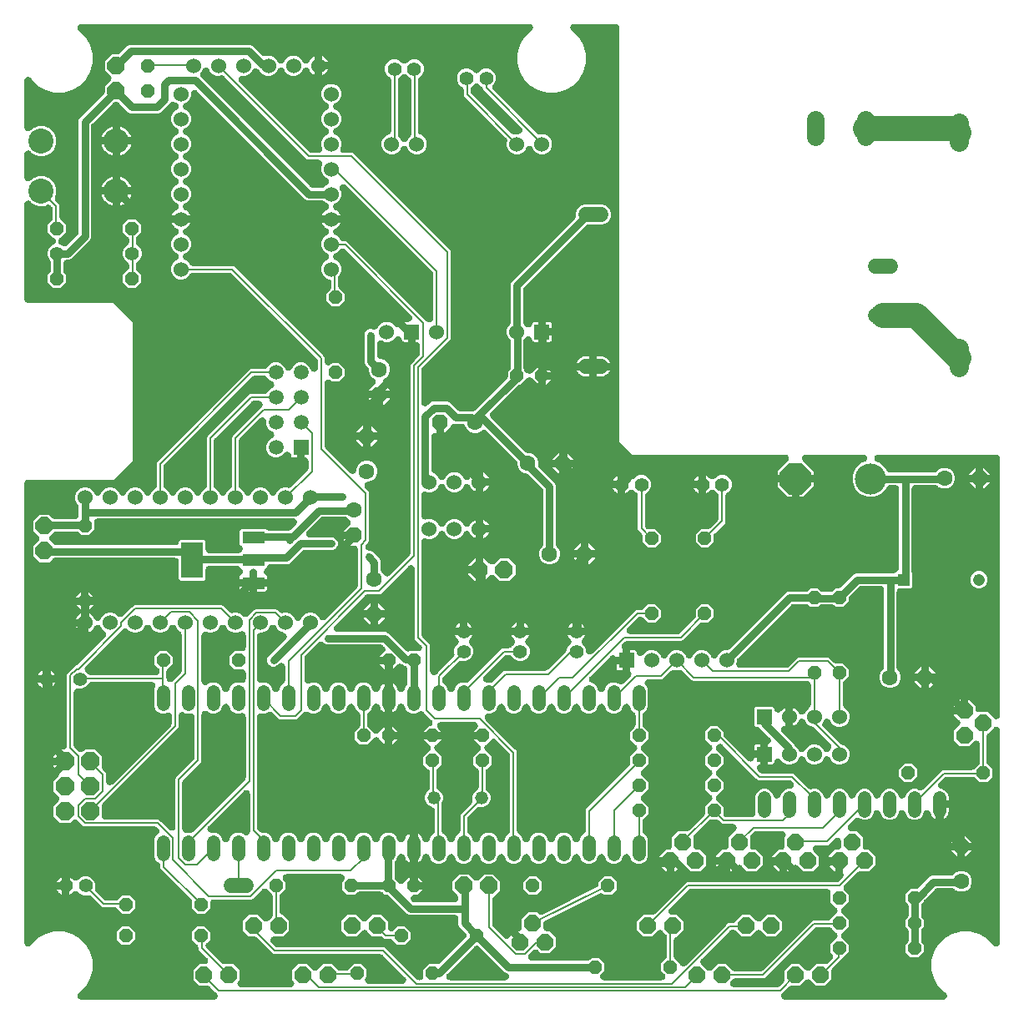
<source format=gbr>
G04 EAGLE Gerber RS-274X export*
G75*
%MOMM*%
%FSLAX34Y34*%
%LPD*%
%INTop Copper*%
%IPPOS*%
%AMOC8*
5,1,8,0,0,1.08239X$1,22.5*%
G01*
%ADD10C,1.508000*%
%ADD11P,2.034460X8X112.500000*%
%ADD12C,1.320800*%
%ADD13P,1.429621X8X202.500000*%
%ADD14P,1.814519X8X202.500000*%
%ADD15C,1.320800*%
%ADD16P,1.429621X8X292.500000*%
%ADD17P,1.429621X8X22.500000*%
%ADD18C,1.790700*%
%ADD19C,1.981200*%
%ADD20R,1.524000X1.524000*%
%ADD21C,1.524000*%
%ADD22P,1.814519X8X22.500000*%
%ADD23P,1.732040X8X202.500000*%
%ADD24C,1.600200*%
%ADD25R,2.235200X1.219200*%
%ADD26R,2.200000X3.600000*%
%ADD27P,1.732040X8X292.500000*%
%ADD28P,1.814519X8X292.500000*%
%ADD29R,1.208000X1.208000*%
%ADD30C,1.208000*%
%ADD31C,1.408000*%
%ADD32C,2.540000*%
%ADD33R,1.508000X1.508000*%
%ADD34C,1.508000*%
%ADD35C,1.422400*%
%ADD36C,1.400000*%
%ADD37C,1.524000*%
%ADD38P,1.429621X8X112.500000*%
%ADD39P,1.732040X8X22.500000*%
%ADD40P,1.732040X8X112.500000*%
%ADD41P,1.924489X8X22.500000*%
%ADD42P,1.924489X8X112.500000*%
%ADD43P,1.924489X8X292.500000*%
%ADD44P,3.409096X8X202.500000*%
%ADD45C,3.149600*%
%ADD46C,0.177800*%
%ADD47C,0.762000*%
%ADD48C,0.685800*%
%ADD49C,2.540000*%

G36*
X590506Y317102D02*
X590506Y317102D01*
X590667Y317101D01*
X590781Y317117D01*
X590896Y317123D01*
X591054Y317155D01*
X591213Y317177D01*
X591324Y317209D01*
X591437Y317232D01*
X591588Y317286D01*
X591743Y317331D01*
X591848Y317379D01*
X591957Y317418D01*
X592099Y317494D01*
X592245Y317560D01*
X592341Y317623D01*
X592444Y317677D01*
X592573Y317772D01*
X592708Y317859D01*
X592795Y317935D01*
X592888Y318004D01*
X593003Y318117D01*
X593123Y318222D01*
X593199Y318310D01*
X593281Y318391D01*
X593378Y318519D01*
X593482Y318641D01*
X593544Y318739D01*
X593613Y318831D01*
X593691Y318972D01*
X593776Y319108D01*
X593845Y319253D01*
X593879Y319315D01*
X593897Y319362D01*
X593935Y319444D01*
X595364Y322892D01*
X597936Y325465D01*
X601297Y326857D01*
X604935Y326857D01*
X608996Y325175D01*
X609043Y325159D01*
X609140Y325115D01*
X609189Y325101D01*
X609236Y325081D01*
X609431Y325030D01*
X609520Y325001D01*
X609560Y324994D01*
X609670Y324962D01*
X609721Y324955D01*
X609770Y324942D01*
X609984Y324919D01*
X610063Y324905D01*
X610095Y324904D01*
X610217Y324887D01*
X610268Y324887D01*
X610318Y324882D01*
X610544Y324890D01*
X610549Y324890D01*
X610614Y324888D01*
X610639Y324891D01*
X610769Y324892D01*
X610819Y324900D01*
X610870Y324902D01*
X611091Y324942D01*
X611115Y324946D01*
X611162Y324951D01*
X611180Y324956D01*
X611314Y324976D01*
X611362Y324991D01*
X611412Y325001D01*
X611626Y325073D01*
X611664Y325084D01*
X611696Y325093D01*
X611707Y325098D01*
X611841Y325139D01*
X611887Y325161D01*
X611935Y325177D01*
X612136Y325279D01*
X612183Y325301D01*
X612203Y325310D01*
X612210Y325314D01*
X612339Y325376D01*
X612382Y325404D01*
X612427Y325427D01*
X612610Y325557D01*
X612660Y325590D01*
X612673Y325598D01*
X612677Y325601D01*
X612798Y325682D01*
X612836Y325716D01*
X612877Y325745D01*
X613153Y325995D01*
X619744Y332586D01*
X619849Y332708D01*
X619961Y332823D01*
X620029Y332916D01*
X620105Y333004D01*
X620192Y333140D01*
X620286Y333269D01*
X620339Y333371D01*
X620402Y333469D01*
X620468Y333615D01*
X620542Y333757D01*
X620581Y333866D01*
X620628Y333972D01*
X620672Y334126D01*
X620726Y334278D01*
X620748Y334391D01*
X620780Y334502D01*
X620801Y334662D01*
X620832Y334819D01*
X620837Y334934D01*
X620853Y335049D01*
X620851Y335210D01*
X620859Y335370D01*
X620848Y335485D01*
X620846Y335601D01*
X620821Y335760D01*
X620806Y335919D01*
X620778Y336031D01*
X620760Y336146D01*
X620712Y336299D01*
X620674Y336455D01*
X620631Y336562D01*
X620596Y336672D01*
X620527Y336817D01*
X620466Y336966D01*
X620408Y337066D01*
X620358Y337170D01*
X620268Y337303D01*
X620187Y337442D01*
X620115Y337532D01*
X620050Y337628D01*
X619943Y337747D01*
X619842Y337872D01*
X619759Y337949D01*
X619759Y349250D01*
X619759Y359411D01*
X623820Y359411D01*
X624311Y359313D01*
X624774Y359122D01*
X625190Y358843D01*
X625543Y358490D01*
X625822Y358074D01*
X626013Y357611D01*
X626170Y356820D01*
X626187Y356759D01*
X626197Y356697D01*
X626260Y356494D01*
X626317Y356288D01*
X626342Y356231D01*
X626361Y356171D01*
X626453Y355978D01*
X626539Y355783D01*
X626572Y355730D01*
X626599Y355673D01*
X626718Y355496D01*
X626831Y355315D01*
X626872Y355267D01*
X626907Y355215D01*
X627050Y355057D01*
X627188Y354895D01*
X627235Y354853D01*
X627277Y354807D01*
X627442Y354671D01*
X627602Y354530D01*
X627655Y354496D01*
X627703Y354456D01*
X627886Y354345D01*
X628064Y354229D01*
X628122Y354202D01*
X628175Y354170D01*
X628371Y354087D01*
X628565Y353998D01*
X628626Y353980D01*
X628683Y353956D01*
X628890Y353902D01*
X629094Y353841D01*
X629156Y353832D01*
X629217Y353817D01*
X629430Y353793D01*
X629640Y353763D01*
X629703Y353763D01*
X629766Y353756D01*
X629979Y353764D01*
X630192Y353765D01*
X630254Y353774D01*
X630317Y353776D01*
X630527Y353814D01*
X630738Y353846D01*
X630798Y353864D01*
X630860Y353875D01*
X631062Y353943D01*
X631266Y354005D01*
X631323Y354031D01*
X631382Y354051D01*
X631573Y354148D01*
X631766Y354238D01*
X631818Y354273D01*
X631874Y354301D01*
X632049Y354425D01*
X632227Y354542D01*
X632273Y354583D01*
X632325Y354620D01*
X632600Y354870D01*
X635594Y357864D01*
X639329Y359411D01*
X643371Y359411D01*
X647106Y357864D01*
X649964Y355006D01*
X650531Y353637D01*
X650603Y353494D01*
X650666Y353346D01*
X650726Y353247D01*
X650778Y353144D01*
X650870Y353012D01*
X650954Y352875D01*
X651028Y352787D01*
X651094Y352692D01*
X651204Y352575D01*
X651307Y352452D01*
X651393Y352374D01*
X651472Y352290D01*
X651598Y352190D01*
X651718Y352083D01*
X651814Y352019D01*
X651904Y351947D01*
X652044Y351866D01*
X652177Y351778D01*
X652281Y351728D01*
X652382Y351670D01*
X652531Y351611D01*
X652676Y351542D01*
X652786Y351508D01*
X652894Y351465D01*
X653050Y351428D01*
X653203Y351381D01*
X653318Y351363D01*
X653430Y351336D01*
X653590Y351322D01*
X653749Y351297D01*
X653864Y351297D01*
X653980Y351286D01*
X654140Y351295D01*
X654300Y351294D01*
X654415Y351310D01*
X654530Y351316D01*
X654688Y351348D01*
X654847Y351370D01*
X654958Y351402D01*
X655071Y351425D01*
X655222Y351479D01*
X655377Y351524D01*
X655482Y351572D01*
X655591Y351611D01*
X655732Y351686D01*
X655878Y351753D01*
X655976Y351816D01*
X656078Y351870D01*
X656207Y351965D01*
X656342Y352052D01*
X656429Y352128D01*
X656522Y352197D01*
X656637Y352310D01*
X656757Y352415D01*
X656832Y352503D01*
X656915Y352584D01*
X657012Y352712D01*
X657116Y352834D01*
X657178Y352932D01*
X657247Y353024D01*
X657325Y353165D01*
X657410Y353301D01*
X657479Y353446D01*
X657513Y353508D01*
X657531Y353555D01*
X657569Y353637D01*
X658136Y355006D01*
X660994Y357864D01*
X664729Y359411D01*
X668771Y359411D01*
X672506Y357864D01*
X675364Y355006D01*
X675931Y353637D01*
X676003Y353494D01*
X676066Y353346D01*
X676126Y353247D01*
X676178Y353144D01*
X676270Y353012D01*
X676354Y352875D01*
X676428Y352786D01*
X676494Y352692D01*
X676604Y352575D01*
X676707Y352451D01*
X676793Y352374D01*
X676872Y352290D01*
X676998Y352190D01*
X677118Y352083D01*
X677214Y352019D01*
X677305Y351947D01*
X677443Y351867D01*
X677577Y351778D01*
X677682Y351728D01*
X677782Y351670D01*
X677931Y351611D01*
X678076Y351542D01*
X678187Y351508D01*
X678294Y351465D01*
X678450Y351428D01*
X678604Y351381D01*
X678718Y351363D01*
X678830Y351336D01*
X678990Y351322D01*
X679149Y351297D01*
X679265Y351297D01*
X679380Y351286D01*
X679540Y351295D01*
X679701Y351294D01*
X679815Y351310D01*
X679930Y351316D01*
X680088Y351348D01*
X680247Y351370D01*
X680358Y351402D01*
X680471Y351425D01*
X680622Y351479D01*
X680777Y351524D01*
X680882Y351572D01*
X680991Y351611D01*
X681132Y351686D01*
X681279Y351753D01*
X681376Y351816D01*
X681478Y351870D01*
X681607Y351965D01*
X681742Y352052D01*
X681829Y352128D01*
X681922Y352197D01*
X682037Y352310D01*
X682157Y352415D01*
X682233Y352503D01*
X682315Y352584D01*
X682412Y352712D01*
X682516Y352834D01*
X682578Y352932D01*
X682647Y353024D01*
X682725Y353165D01*
X682810Y353301D01*
X682879Y353446D01*
X682913Y353508D01*
X682931Y353556D01*
X682969Y353637D01*
X683536Y355006D01*
X686394Y357864D01*
X690129Y359411D01*
X694171Y359411D01*
X697906Y357864D01*
X700764Y355006D01*
X701331Y353637D01*
X701403Y353493D01*
X701466Y353346D01*
X701526Y353247D01*
X701578Y353144D01*
X701670Y353012D01*
X701754Y352875D01*
X701828Y352787D01*
X701894Y352692D01*
X702004Y352575D01*
X702107Y352451D01*
X702193Y352374D01*
X702272Y352290D01*
X702398Y352190D01*
X702518Y352083D01*
X702614Y352019D01*
X702704Y351947D01*
X702843Y351867D01*
X702977Y351778D01*
X703082Y351728D01*
X703182Y351670D01*
X703331Y351611D01*
X703476Y351542D01*
X703586Y351508D01*
X703694Y351465D01*
X703850Y351428D01*
X704004Y351381D01*
X704118Y351363D01*
X704230Y351336D01*
X704390Y351322D01*
X704549Y351297D01*
X704664Y351297D01*
X704780Y351286D01*
X704940Y351295D01*
X705101Y351294D01*
X705215Y351310D01*
X705330Y351316D01*
X705488Y351348D01*
X705647Y351370D01*
X705758Y351402D01*
X705871Y351425D01*
X706022Y351479D01*
X706177Y351524D01*
X706282Y351572D01*
X706391Y351611D01*
X706533Y351686D01*
X706678Y351753D01*
X706775Y351816D01*
X706878Y351870D01*
X707007Y351965D01*
X707142Y352052D01*
X707229Y352128D01*
X707322Y352197D01*
X707437Y352310D01*
X707557Y352415D01*
X707633Y352503D01*
X707715Y352584D01*
X707812Y352712D01*
X707916Y352834D01*
X707978Y352932D01*
X708047Y353024D01*
X708125Y353165D01*
X708210Y353301D01*
X708279Y353446D01*
X708313Y353508D01*
X708331Y353555D01*
X708369Y353637D01*
X708936Y355006D01*
X711794Y357864D01*
X715529Y359411D01*
X717279Y359411D01*
X717484Y359426D01*
X717689Y359433D01*
X717758Y359446D01*
X717829Y359451D01*
X718030Y359495D01*
X718232Y359532D01*
X718298Y359554D01*
X718367Y359570D01*
X718560Y359643D01*
X718754Y359708D01*
X718818Y359740D01*
X718883Y359765D01*
X719063Y359865D01*
X719246Y359958D01*
X719304Y359999D01*
X719366Y360033D01*
X719529Y360158D01*
X719697Y360277D01*
X719764Y360337D01*
X719804Y360368D01*
X719853Y360419D01*
X719972Y360526D01*
X777580Y418134D01*
X779914Y419101D01*
X798290Y419101D01*
X798495Y419116D01*
X798701Y419123D01*
X798770Y419136D01*
X798841Y419141D01*
X799042Y419185D01*
X799243Y419222D01*
X799310Y419244D01*
X799379Y419260D01*
X799571Y419333D01*
X799766Y419398D01*
X799829Y419430D01*
X799895Y419455D01*
X800075Y419555D01*
X800258Y419648D01*
X800316Y419689D01*
X800377Y419723D01*
X800540Y419848D01*
X800708Y419967D01*
X800775Y420027D01*
X800816Y420058D01*
X800865Y420109D01*
X800984Y420216D01*
X802662Y421895D01*
X810238Y421895D01*
X812170Y419962D01*
X812325Y419829D01*
X812476Y419688D01*
X812534Y419648D01*
X812587Y419602D01*
X812761Y419491D01*
X812930Y419374D01*
X812993Y419343D01*
X813053Y419305D01*
X813240Y419221D01*
X813424Y419129D01*
X813491Y419107D01*
X813556Y419078D01*
X813753Y419022D01*
X813949Y418958D01*
X814018Y418946D01*
X814086Y418927D01*
X814290Y418900D01*
X814492Y418865D01*
X814583Y418860D01*
X814633Y418854D01*
X814703Y418855D01*
X814864Y418847D01*
X823436Y418847D01*
X823641Y418862D01*
X823847Y418869D01*
X823916Y418882D01*
X823987Y418887D01*
X824188Y418931D01*
X824390Y418968D01*
X824456Y418990D01*
X824525Y419006D01*
X824718Y419079D01*
X824912Y419144D01*
X824975Y419176D01*
X825041Y419201D01*
X825221Y419301D01*
X825404Y419394D01*
X825462Y419435D01*
X825523Y419469D01*
X825687Y419594D01*
X825855Y419713D01*
X825921Y419773D01*
X825962Y419804D01*
X826011Y419855D01*
X826130Y419962D01*
X828062Y421895D01*
X830055Y421895D01*
X830260Y421910D01*
X830465Y421917D01*
X830534Y421930D01*
X830605Y421935D01*
X830806Y421979D01*
X831008Y422016D01*
X831074Y422038D01*
X831143Y422054D01*
X831336Y422127D01*
X831530Y422192D01*
X831594Y422224D01*
X831659Y422249D01*
X831839Y422349D01*
X832022Y422442D01*
X832080Y422483D01*
X832142Y422517D01*
X832305Y422642D01*
X832473Y422761D01*
X832540Y422821D01*
X832580Y422852D01*
X832629Y422903D01*
X832748Y423010D01*
X846287Y436549D01*
X848621Y437516D01*
X886355Y437516D01*
X886560Y437531D01*
X886765Y437538D01*
X886835Y437551D01*
X886905Y437556D01*
X887106Y437600D01*
X887308Y437637D01*
X887375Y437659D01*
X887444Y437675D01*
X887636Y437748D01*
X887831Y437813D01*
X887894Y437845D01*
X887960Y437870D01*
X888139Y437970D01*
X888322Y438063D01*
X888380Y438104D01*
X888442Y438138D01*
X888605Y438263D01*
X888773Y438382D01*
X888840Y438442D01*
X888880Y438473D01*
X888929Y438523D01*
X889048Y438631D01*
X889776Y439359D01*
X890077Y439484D01*
X890189Y439540D01*
X890305Y439587D01*
X890435Y439663D01*
X890570Y439731D01*
X890673Y439803D01*
X890781Y439866D01*
X890898Y439961D01*
X891022Y440047D01*
X891113Y440133D01*
X891211Y440212D01*
X891314Y440322D01*
X891424Y440425D01*
X891501Y440523D01*
X891587Y440615D01*
X891673Y440739D01*
X891767Y440857D01*
X891829Y440966D01*
X891901Y441069D01*
X891968Y441204D01*
X892043Y441334D01*
X892090Y441451D01*
X892146Y441563D01*
X892193Y441707D01*
X892249Y441847D01*
X892278Y441969D01*
X892317Y442088D01*
X892342Y442236D01*
X892377Y442383D01*
X892389Y442508D01*
X892410Y442632D01*
X892422Y442867D01*
X892428Y442932D01*
X892426Y442959D01*
X892428Y443003D01*
X892428Y523240D01*
X892425Y523285D01*
X892427Y523330D01*
X892405Y523560D01*
X892388Y523790D01*
X892379Y523834D01*
X892374Y523879D01*
X892319Y524103D01*
X892269Y524329D01*
X892253Y524371D01*
X892243Y524415D01*
X892156Y524629D01*
X892074Y524845D01*
X892052Y524884D01*
X892035Y524926D01*
X891918Y525125D01*
X891806Y525327D01*
X891778Y525363D01*
X891755Y525402D01*
X891611Y525582D01*
X891471Y525765D01*
X891439Y525797D01*
X891410Y525832D01*
X891240Y525990D01*
X891076Y526151D01*
X891040Y526177D01*
X891007Y526208D01*
X890816Y526340D01*
X890630Y526475D01*
X890590Y526496D01*
X890553Y526522D01*
X890345Y526625D01*
X890142Y526732D01*
X890099Y526747D01*
X890059Y526767D01*
X889839Y526838D01*
X889621Y526915D01*
X889577Y526924D01*
X889534Y526938D01*
X889306Y526977D01*
X889080Y527021D01*
X889035Y527023D01*
X888990Y527031D01*
X888619Y527049D01*
X883310Y527049D01*
X883185Y527040D01*
X883060Y527041D01*
X882911Y527020D01*
X882760Y527009D01*
X882638Y526982D01*
X882513Y526965D01*
X882369Y526923D01*
X882221Y526890D01*
X882104Y526846D01*
X881984Y526811D01*
X881847Y526748D01*
X881706Y526695D01*
X881596Y526634D01*
X881482Y526582D01*
X881355Y526500D01*
X881223Y526427D01*
X881124Y526350D01*
X881018Y526283D01*
X880905Y526183D01*
X880785Y526092D01*
X880697Y526002D01*
X880603Y525920D01*
X880505Y525805D01*
X880400Y525697D01*
X880326Y525596D01*
X880244Y525500D01*
X880164Y525373D01*
X880075Y525251D01*
X880017Y525140D01*
X879950Y525034D01*
X879849Y524821D01*
X879819Y524763D01*
X879810Y524737D01*
X879791Y524698D01*
X879104Y523040D01*
X873960Y517896D01*
X867238Y515111D01*
X859962Y515111D01*
X853240Y517896D01*
X848096Y523040D01*
X845311Y529762D01*
X845311Y537038D01*
X848096Y543760D01*
X853240Y548904D01*
X857596Y550709D01*
X857668Y550745D01*
X857743Y550773D01*
X857914Y550868D01*
X858089Y550956D01*
X858155Y551002D01*
X858225Y551041D01*
X858381Y551160D01*
X858541Y551272D01*
X858600Y551327D01*
X858664Y551376D01*
X858800Y551516D01*
X858943Y551650D01*
X858993Y551713D01*
X859049Y551771D01*
X859164Y551929D01*
X859286Y552083D01*
X859326Y552152D01*
X859374Y552217D01*
X859465Y552390D01*
X859563Y552560D01*
X859593Y552634D01*
X859630Y552705D01*
X859695Y552890D01*
X859768Y553072D01*
X859787Y553150D01*
X859814Y553226D01*
X859851Y553418D01*
X859897Y553608D01*
X859904Y553688D01*
X859920Y553767D01*
X859929Y553962D01*
X859947Y554158D01*
X859943Y554238D01*
X859947Y554318D01*
X859928Y554513D01*
X859917Y554708D01*
X859901Y554787D01*
X859894Y554867D01*
X859847Y555057D01*
X859808Y555249D01*
X859781Y555325D01*
X859762Y555403D01*
X859688Y555584D01*
X859622Y555769D01*
X859585Y555839D01*
X859554Y555914D01*
X859455Y556083D01*
X859363Y556256D01*
X859316Y556320D01*
X859275Y556390D01*
X859152Y556543D01*
X859037Y556700D01*
X858980Y556757D01*
X858930Y556820D01*
X858786Y556954D01*
X858649Y557093D01*
X858585Y557141D01*
X858526Y557196D01*
X858365Y557308D01*
X858209Y557425D01*
X858139Y557464D01*
X858072Y557510D01*
X857897Y557597D01*
X857725Y557691D01*
X857650Y557719D01*
X857578Y557755D01*
X857392Y557815D01*
X857209Y557884D01*
X857130Y557901D01*
X857054Y557926D01*
X856861Y557959D01*
X856669Y558000D01*
X856589Y558006D01*
X856510Y558019D01*
X856139Y558037D01*
X797823Y558037D01*
X797663Y558026D01*
X797502Y558024D01*
X797388Y558006D01*
X797273Y557997D01*
X797116Y557963D01*
X796958Y557938D01*
X796847Y557903D01*
X796734Y557878D01*
X796584Y557821D01*
X796431Y557774D01*
X796327Y557724D01*
X796218Y557683D01*
X796078Y557605D01*
X795933Y557535D01*
X795837Y557471D01*
X795736Y557415D01*
X795609Y557317D01*
X795475Y557228D01*
X795390Y557150D01*
X795298Y557080D01*
X795186Y556965D01*
X795067Y556857D01*
X794993Y556768D01*
X794912Y556685D01*
X794818Y556556D01*
X794716Y556431D01*
X794656Y556332D01*
X794588Y556239D01*
X794513Y556097D01*
X794430Y555959D01*
X794385Y555853D01*
X794331Y555751D01*
X794278Y555599D01*
X794216Y555451D01*
X794187Y555339D01*
X794148Y555230D01*
X794117Y555073D01*
X794077Y554917D01*
X794064Y554802D01*
X794042Y554689D01*
X794034Y554529D01*
X794017Y554369D01*
X794021Y554253D01*
X794015Y554138D01*
X794030Y553978D01*
X794036Y553818D01*
X794057Y553704D01*
X794068Y553589D01*
X794106Y553433D01*
X794135Y553275D01*
X794172Y553165D01*
X794200Y553053D01*
X794260Y552904D01*
X794312Y552752D01*
X794364Y552649D01*
X794407Y552542D01*
X794489Y552403D01*
X794562Y552260D01*
X794628Y552166D01*
X794687Y552066D01*
X794787Y551941D01*
X794880Y551810D01*
X794988Y551691D01*
X795032Y551636D01*
X795069Y551601D01*
X795130Y551534D01*
X805689Y540975D01*
X805689Y537209D01*
X787400Y537209D01*
X769111Y537209D01*
X769111Y540975D01*
X779670Y551534D01*
X779776Y551656D01*
X779888Y551771D01*
X779955Y551864D01*
X780031Y551952D01*
X780118Y552088D01*
X780212Y552217D01*
X780266Y552319D01*
X780328Y552417D01*
X780394Y552564D01*
X780469Y552705D01*
X780507Y552814D01*
X780554Y552920D01*
X780599Y553074D01*
X780652Y553226D01*
X780674Y553339D01*
X780706Y553450D01*
X780727Y553610D01*
X780758Y553767D01*
X780764Y553882D01*
X780779Y553997D01*
X780777Y554158D01*
X780785Y554318D01*
X780774Y554433D01*
X780773Y554549D01*
X780747Y554708D01*
X780732Y554867D01*
X780704Y554979D01*
X780686Y555094D01*
X780639Y555247D01*
X780600Y555403D01*
X780557Y555510D01*
X780522Y555620D01*
X780453Y555765D01*
X780393Y555914D01*
X780334Y556014D01*
X780284Y556118D01*
X780195Y556251D01*
X780113Y556390D01*
X780041Y556480D01*
X779976Y556576D01*
X779869Y556695D01*
X779768Y556820D01*
X779683Y556899D01*
X779606Y556985D01*
X779482Y557087D01*
X779364Y557196D01*
X779269Y557262D01*
X779180Y557335D01*
X779043Y557419D01*
X778911Y557510D01*
X778807Y557561D01*
X778708Y557621D01*
X778560Y557683D01*
X778416Y557755D01*
X778306Y557791D01*
X778200Y557836D01*
X778045Y557876D01*
X777892Y557926D01*
X777778Y557945D01*
X777666Y557974D01*
X777507Y557992D01*
X777348Y558019D01*
X777188Y558027D01*
X777118Y558035D01*
X777067Y558033D01*
X776977Y558037D01*
X621984Y558037D01*
X608837Y571184D01*
X608837Y991110D01*
X608834Y991155D01*
X608836Y991200D01*
X608814Y991430D01*
X608797Y991660D01*
X608788Y991704D01*
X608783Y991749D01*
X608728Y991973D01*
X608678Y992199D01*
X608662Y992241D01*
X608652Y992285D01*
X608565Y992499D01*
X608483Y992715D01*
X608461Y992754D01*
X608444Y992796D01*
X608327Y992995D01*
X608215Y993197D01*
X608187Y993233D01*
X608164Y993272D01*
X608020Y993452D01*
X607880Y993635D01*
X607848Y993667D01*
X607819Y993702D01*
X607649Y993860D01*
X607485Y994021D01*
X607449Y994047D01*
X607416Y994078D01*
X607225Y994210D01*
X607039Y994345D01*
X606999Y994366D01*
X606962Y994392D01*
X606754Y994495D01*
X606551Y994602D01*
X606508Y994617D01*
X606468Y994637D01*
X606248Y994708D01*
X606030Y994785D01*
X605986Y994794D01*
X605943Y994808D01*
X605715Y994847D01*
X605489Y994891D01*
X605444Y994893D01*
X605399Y994901D01*
X605028Y994919D01*
X562736Y994919D01*
X562629Y994911D01*
X562522Y994913D01*
X562354Y994892D01*
X562186Y994879D01*
X562081Y994856D01*
X561975Y994842D01*
X561812Y994797D01*
X561647Y994760D01*
X561547Y994722D01*
X561443Y994693D01*
X561289Y994625D01*
X561131Y994565D01*
X561037Y994513D01*
X560939Y994469D01*
X560797Y994379D01*
X560649Y994297D01*
X560564Y994232D01*
X560473Y994174D01*
X560345Y994064D01*
X560210Y993962D01*
X560136Y993885D01*
X560054Y993815D01*
X559943Y993688D01*
X559825Y993567D01*
X559762Y993481D01*
X559692Y993400D01*
X559600Y993257D01*
X559501Y993121D01*
X559451Y993026D01*
X559393Y992936D01*
X559323Y992782D01*
X559244Y992633D01*
X559209Y992532D01*
X559164Y992434D01*
X559117Y992271D01*
X559061Y992112D01*
X559040Y992007D01*
X559010Y991904D01*
X558987Y991736D01*
X558955Y991571D01*
X558949Y991464D01*
X558935Y991358D01*
X558936Y991189D01*
X558928Y991020D01*
X558938Y990913D01*
X558939Y990806D01*
X558964Y990639D01*
X558981Y990471D01*
X559006Y990367D01*
X559022Y990261D01*
X559072Y990099D01*
X559112Y989935D01*
X559153Y989836D01*
X559184Y989733D01*
X559256Y989581D01*
X559320Y989424D01*
X559374Y989331D01*
X559420Y989235D01*
X559514Y989094D01*
X559599Y988948D01*
X559666Y988865D01*
X559726Y988775D01*
X559839Y988650D01*
X559944Y988518D01*
X560023Y988445D01*
X560095Y988365D01*
X560224Y988257D01*
X560348Y988142D01*
X560437Y988081D01*
X560519Y988012D01*
X560764Y987855D01*
X560802Y987828D01*
X560814Y987822D01*
X560831Y987811D01*
X561184Y987607D01*
X567607Y981184D01*
X572150Y973317D01*
X574501Y964542D01*
X574501Y955458D01*
X572150Y946683D01*
X567607Y938816D01*
X561184Y932393D01*
X553317Y927850D01*
X544542Y925499D01*
X535458Y925499D01*
X526683Y927850D01*
X518816Y932393D01*
X512393Y938816D01*
X507850Y946683D01*
X505499Y955458D01*
X505499Y964542D01*
X507850Y973317D01*
X512393Y981184D01*
X518816Y987607D01*
X519169Y987811D01*
X519257Y987871D01*
X519351Y987923D01*
X519486Y988026D01*
X519625Y988121D01*
X519704Y988193D01*
X519790Y988258D01*
X519908Y988379D01*
X520032Y988493D01*
X520100Y988576D01*
X520175Y988653D01*
X520274Y988789D01*
X520381Y988920D01*
X520436Y989012D01*
X520499Y989099D01*
X520578Y989248D01*
X520665Y989394D01*
X520706Y989493D01*
X520756Y989587D01*
X520812Y989747D01*
X520877Y989903D01*
X520904Y990007D01*
X520939Y990108D01*
X520972Y990274D01*
X521014Y990437D01*
X521025Y990544D01*
X521045Y990649D01*
X521054Y990818D01*
X521071Y990986D01*
X521067Y991093D01*
X521072Y991200D01*
X521056Y991368D01*
X521049Y991537D01*
X521030Y991643D01*
X521019Y991749D01*
X520979Y991913D01*
X520948Y992079D01*
X520913Y992181D01*
X520888Y992285D01*
X520824Y992441D01*
X520769Y992601D01*
X520720Y992697D01*
X520680Y992796D01*
X520594Y992942D01*
X520517Y993092D01*
X520455Y993179D01*
X520401Y993272D01*
X520295Y993404D01*
X520197Y993541D01*
X520123Y993618D01*
X520056Y993702D01*
X519932Y993818D01*
X519815Y993939D01*
X519730Y994005D01*
X519652Y994078D01*
X519513Y994174D01*
X519379Y994278D01*
X519286Y994331D01*
X519198Y994392D01*
X519046Y994467D01*
X518900Y994550D01*
X518800Y994589D01*
X518704Y994637D01*
X518543Y994689D01*
X518386Y994750D01*
X518281Y994775D01*
X518179Y994808D01*
X518013Y994836D01*
X517848Y994874D01*
X517741Y994883D01*
X517636Y994901D01*
X517344Y994915D01*
X517298Y994919D01*
X517285Y994918D01*
X517264Y994919D01*
X62736Y994919D01*
X62629Y994911D01*
X62522Y994913D01*
X62354Y994892D01*
X62186Y994879D01*
X62081Y994856D01*
X61975Y994842D01*
X61812Y994797D01*
X61647Y994760D01*
X61547Y994722D01*
X61443Y994693D01*
X61289Y994625D01*
X61131Y994565D01*
X61037Y994513D01*
X60939Y994469D01*
X60797Y994379D01*
X60649Y994297D01*
X60564Y994232D01*
X60473Y994174D01*
X60345Y994064D01*
X60210Y993962D01*
X60136Y993885D01*
X60054Y993815D01*
X59943Y993688D01*
X59825Y993567D01*
X59762Y993481D01*
X59692Y993400D01*
X59600Y993257D01*
X59501Y993121D01*
X59451Y993026D01*
X59393Y992936D01*
X59323Y992782D01*
X59244Y992633D01*
X59209Y992532D01*
X59164Y992434D01*
X59117Y992271D01*
X59061Y992112D01*
X59040Y992007D01*
X59010Y991904D01*
X58987Y991736D01*
X58955Y991571D01*
X58949Y991464D01*
X58935Y991358D01*
X58936Y991189D01*
X58928Y991020D01*
X58938Y990913D01*
X58939Y990806D01*
X58964Y990639D01*
X58981Y990471D01*
X59006Y990367D01*
X59022Y990261D01*
X59072Y990099D01*
X59112Y989935D01*
X59153Y989836D01*
X59184Y989733D01*
X59256Y989581D01*
X59320Y989424D01*
X59374Y989331D01*
X59420Y989235D01*
X59514Y989094D01*
X59599Y988948D01*
X59666Y988865D01*
X59726Y988775D01*
X59839Y988650D01*
X59944Y988518D01*
X60023Y988445D01*
X60095Y988365D01*
X60224Y988257D01*
X60348Y988142D01*
X60437Y988081D01*
X60519Y988012D01*
X60764Y987855D01*
X60802Y987828D01*
X60814Y987822D01*
X60831Y987811D01*
X61184Y987607D01*
X67607Y981184D01*
X72150Y973317D01*
X74501Y964542D01*
X74501Y955458D01*
X72150Y946683D01*
X67607Y938816D01*
X61184Y932393D01*
X53317Y927850D01*
X44542Y925499D01*
X35458Y925499D01*
X26683Y927850D01*
X18816Y932393D01*
X12393Y938816D01*
X12189Y939169D01*
X12129Y939257D01*
X12077Y939351D01*
X11974Y939486D01*
X11879Y939625D01*
X11807Y939704D01*
X11742Y939790D01*
X11621Y939908D01*
X11507Y940032D01*
X11424Y940100D01*
X11347Y940175D01*
X11211Y940274D01*
X11080Y940381D01*
X10988Y940436D01*
X10901Y940499D01*
X10752Y940578D01*
X10606Y940665D01*
X10507Y940706D01*
X10413Y940756D01*
X10253Y940812D01*
X10097Y940877D01*
X9993Y940904D01*
X9892Y940939D01*
X9726Y940972D01*
X9563Y941014D01*
X9456Y941025D01*
X9351Y941045D01*
X9182Y941054D01*
X9014Y941071D01*
X8907Y941067D01*
X8800Y941072D01*
X8632Y941056D01*
X8463Y941049D01*
X8357Y941030D01*
X8251Y941019D01*
X8087Y940979D01*
X7921Y940948D01*
X7819Y940913D01*
X7715Y940888D01*
X7559Y940824D01*
X7399Y940769D01*
X7303Y940720D01*
X7204Y940680D01*
X7058Y940594D01*
X6908Y940517D01*
X6821Y940455D01*
X6728Y940401D01*
X6596Y940295D01*
X6459Y940197D01*
X6382Y940123D01*
X6298Y940056D01*
X6182Y939932D01*
X6061Y939815D01*
X5995Y939730D01*
X5922Y939652D01*
X5826Y939513D01*
X5722Y939379D01*
X5669Y939286D01*
X5608Y939198D01*
X5533Y939046D01*
X5450Y938900D01*
X5411Y938800D01*
X5363Y938704D01*
X5311Y938543D01*
X5250Y938386D01*
X5225Y938281D01*
X5192Y938179D01*
X5164Y938013D01*
X5126Y937848D01*
X5117Y937741D01*
X5099Y937636D01*
X5085Y937344D01*
X5081Y937298D01*
X5082Y937285D01*
X5081Y937264D01*
X5081Y889906D01*
X5092Y889745D01*
X5094Y889585D01*
X5112Y889471D01*
X5121Y889355D01*
X5155Y889198D01*
X5180Y889040D01*
X5215Y888930D01*
X5240Y888817D01*
X5297Y888666D01*
X5344Y888513D01*
X5394Y888409D01*
X5435Y888301D01*
X5513Y888160D01*
X5583Y888016D01*
X5647Y887920D01*
X5703Y887819D01*
X5801Y887691D01*
X5890Y887558D01*
X5968Y887472D01*
X6038Y887380D01*
X6153Y887268D01*
X6261Y887149D01*
X6350Y887076D01*
X6433Y886995D01*
X6563Y886901D01*
X6687Y886798D01*
X6786Y886738D01*
X6879Y886671D01*
X7021Y886596D01*
X7159Y886513D01*
X7265Y886468D01*
X7367Y886414D01*
X7519Y886361D01*
X7667Y886298D01*
X7779Y886269D01*
X7888Y886231D01*
X8045Y886200D01*
X8201Y886159D01*
X8316Y886147D01*
X8429Y886124D01*
X8589Y886117D01*
X8749Y886099D01*
X8865Y886103D01*
X8980Y886098D01*
X9140Y886113D01*
X9300Y886119D01*
X9414Y886139D01*
X9529Y886150D01*
X9685Y886189D01*
X9843Y886218D01*
X9953Y886255D01*
X10065Y886282D01*
X10214Y886343D01*
X10366Y886394D01*
X10469Y886446D01*
X10576Y886490D01*
X10715Y886571D01*
X10858Y886644D01*
X10952Y886711D01*
X11052Y886769D01*
X11177Y886870D01*
X11308Y886962D01*
X11427Y887070D01*
X11482Y887114D01*
X11517Y887152D01*
X11584Y887212D01*
X13592Y889220D01*
X19193Y891541D01*
X25257Y891541D01*
X30858Y889220D01*
X35145Y884933D01*
X37466Y879332D01*
X37466Y873268D01*
X35145Y867667D01*
X30858Y863380D01*
X25257Y861059D01*
X19193Y861059D01*
X13592Y863380D01*
X11584Y865388D01*
X11462Y865493D01*
X11347Y865605D01*
X11254Y865673D01*
X11166Y865749D01*
X11031Y865835D01*
X10901Y865929D01*
X10799Y865983D01*
X10701Y866045D01*
X10554Y866111D01*
X10413Y866186D01*
X10304Y866224D01*
X10198Y866272D01*
X10043Y866316D01*
X9892Y866369D01*
X9779Y866392D01*
X9668Y866423D01*
X9508Y866445D01*
X9351Y866476D01*
X9236Y866481D01*
X9121Y866497D01*
X8960Y866495D01*
X8800Y866502D01*
X8685Y866491D01*
X8569Y866490D01*
X8410Y866465D01*
X8251Y866450D01*
X8139Y866422D01*
X8024Y866404D01*
X7871Y866356D01*
X7715Y866318D01*
X7608Y866274D01*
X7498Y866240D01*
X7353Y866171D01*
X7204Y866110D01*
X7104Y866052D01*
X7000Y866002D01*
X6867Y865912D01*
X6728Y865831D01*
X6638Y865758D01*
X6542Y865694D01*
X6423Y865586D01*
X6298Y865486D01*
X6219Y865401D01*
X6133Y865323D01*
X6032Y865200D01*
X5922Y865082D01*
X5856Y864987D01*
X5783Y864898D01*
X5700Y864760D01*
X5608Y864628D01*
X5557Y864525D01*
X5497Y864426D01*
X5435Y864278D01*
X5363Y864134D01*
X5327Y864024D01*
X5282Y863917D01*
X5242Y863762D01*
X5192Y863609D01*
X5173Y863495D01*
X5144Y863384D01*
X5126Y863224D01*
X5099Y863066D01*
X5091Y862905D01*
X5083Y862835D01*
X5085Y862784D01*
X5081Y862694D01*
X5081Y839106D01*
X5092Y838945D01*
X5094Y838785D01*
X5112Y838671D01*
X5121Y838555D01*
X5155Y838398D01*
X5180Y838240D01*
X5215Y838130D01*
X5240Y838017D01*
X5297Y837866D01*
X5344Y837713D01*
X5394Y837609D01*
X5435Y837501D01*
X5513Y837360D01*
X5583Y837216D01*
X5647Y837120D01*
X5703Y837019D01*
X5801Y836891D01*
X5890Y836758D01*
X5968Y836672D01*
X6038Y836580D01*
X6153Y836468D01*
X6261Y836349D01*
X6350Y836276D01*
X6433Y836195D01*
X6563Y836101D01*
X6687Y835998D01*
X6786Y835938D01*
X6879Y835871D01*
X7021Y835796D01*
X7159Y835713D01*
X7265Y835668D01*
X7367Y835614D01*
X7519Y835561D01*
X7667Y835498D01*
X7779Y835469D01*
X7888Y835431D01*
X8045Y835400D01*
X8201Y835359D01*
X8316Y835347D01*
X8429Y835324D01*
X8589Y835317D01*
X8749Y835299D01*
X8865Y835303D01*
X8980Y835298D01*
X9140Y835313D01*
X9300Y835319D01*
X9414Y835339D01*
X9529Y835350D01*
X9685Y835389D01*
X9843Y835418D01*
X9953Y835455D01*
X10065Y835482D01*
X10214Y835543D01*
X10366Y835594D01*
X10469Y835646D01*
X10576Y835690D01*
X10715Y835771D01*
X10858Y835844D01*
X10952Y835911D01*
X11052Y835969D01*
X11177Y836070D01*
X11308Y836162D01*
X11427Y836270D01*
X11482Y836314D01*
X11517Y836352D01*
X11584Y836412D01*
X13592Y838420D01*
X19193Y840741D01*
X25257Y840741D01*
X30858Y838420D01*
X35145Y834133D01*
X37466Y828532D01*
X37466Y822468D01*
X36136Y819257D01*
X36096Y819138D01*
X36047Y819023D01*
X36009Y818877D01*
X35962Y818734D01*
X35940Y818610D01*
X35909Y818489D01*
X35892Y818339D01*
X35866Y818190D01*
X35862Y818065D01*
X35848Y817940D01*
X35854Y817790D01*
X35849Y817639D01*
X35863Y817514D01*
X35868Y817389D01*
X35895Y817241D01*
X35912Y817091D01*
X35944Y816970D01*
X35967Y816846D01*
X36015Y816703D01*
X36054Y816558D01*
X36103Y816443D01*
X36143Y816324D01*
X36212Y816189D01*
X36271Y816051D01*
X36336Y815944D01*
X36393Y815832D01*
X36480Y815709D01*
X36559Y815580D01*
X36639Y815484D01*
X36712Y815381D01*
X36870Y815207D01*
X36912Y815156D01*
X36932Y815138D01*
X36961Y815106D01*
X40246Y811822D01*
X40768Y810561D01*
X40768Y799243D01*
X40783Y799038D01*
X40790Y798832D01*
X40803Y798763D01*
X40808Y798692D01*
X40852Y798491D01*
X40889Y798290D01*
X40911Y798223D01*
X40927Y798154D01*
X41000Y797962D01*
X41065Y797767D01*
X41097Y797704D01*
X41122Y797638D01*
X41222Y797458D01*
X41315Y797275D01*
X41356Y797217D01*
X41390Y797156D01*
X41515Y796993D01*
X41634Y796825D01*
X41694Y796758D01*
X41725Y796717D01*
X41776Y796668D01*
X41883Y796549D01*
X47245Y791188D01*
X47245Y783612D01*
X41592Y777959D01*
X41438Y777901D01*
X41367Y777862D01*
X41293Y777830D01*
X41127Y777728D01*
X40955Y777633D01*
X40891Y777584D01*
X40823Y777542D01*
X40673Y777417D01*
X40517Y777298D01*
X40461Y777240D01*
X40399Y777189D01*
X40268Y777043D01*
X40132Y776903D01*
X40084Y776838D01*
X40031Y776778D01*
X39922Y776615D01*
X39807Y776457D01*
X39770Y776386D01*
X39725Y776319D01*
X39642Y776142D01*
X39551Y775969D01*
X39524Y775893D01*
X39490Y775820D01*
X39432Y775633D01*
X39367Y775448D01*
X39352Y775369D01*
X39328Y775292D01*
X39299Y775099D01*
X39261Y774907D01*
X39257Y774827D01*
X39245Y774747D01*
X39244Y774551D01*
X39234Y774356D01*
X39242Y774276D01*
X39241Y774195D01*
X39268Y774002D01*
X39287Y773807D01*
X39306Y773729D01*
X39317Y773649D01*
X39372Y773461D01*
X39419Y773271D01*
X39449Y773197D01*
X39472Y773119D01*
X39553Y772941D01*
X39627Y772760D01*
X39667Y772691D01*
X39701Y772618D01*
X39807Y772453D01*
X39906Y772284D01*
X39956Y772221D01*
X40000Y772154D01*
X40128Y772007D01*
X40251Y771854D01*
X40310Y771799D01*
X40363Y771739D01*
X40511Y771612D01*
X40655Y771478D01*
X40721Y771432D01*
X40782Y771380D01*
X40947Y771276D01*
X41109Y771164D01*
X41181Y771128D01*
X41249Y771086D01*
X41585Y770927D01*
X43690Y770055D01*
X43839Y769964D01*
X44033Y769840D01*
X44075Y769822D01*
X44114Y769798D01*
X44326Y769709D01*
X44536Y769614D01*
X44580Y769601D01*
X44622Y769584D01*
X44845Y769526D01*
X45067Y769462D01*
X45112Y769456D01*
X45156Y769445D01*
X45385Y769420D01*
X45614Y769389D01*
X45659Y769390D01*
X45704Y769385D01*
X45935Y769393D01*
X46165Y769396D01*
X46210Y769403D01*
X46255Y769404D01*
X46482Y769446D01*
X46710Y769482D01*
X46754Y769495D01*
X46798Y769503D01*
X47016Y769577D01*
X47237Y769646D01*
X47278Y769665D01*
X47321Y769680D01*
X47526Y769784D01*
X47735Y769884D01*
X47772Y769909D01*
X47813Y769930D01*
X48001Y770063D01*
X48193Y770191D01*
X48226Y770222D01*
X48263Y770248D01*
X48539Y770498D01*
X58955Y780914D01*
X59089Y781069D01*
X59229Y781220D01*
X59269Y781278D01*
X59315Y781331D01*
X59426Y781504D01*
X59543Y781674D01*
X59574Y781737D01*
X59612Y781796D01*
X59696Y781984D01*
X59788Y782168D01*
X59810Y782235D01*
X59839Y782299D01*
X59895Y782497D01*
X59959Y782692D01*
X59971Y782762D01*
X59990Y782830D01*
X60017Y783033D01*
X60052Y783236D01*
X60057Y783326D01*
X60063Y783377D01*
X60062Y783447D01*
X60070Y783607D01*
X60070Y896867D01*
X61037Y899201D01*
X85879Y924043D01*
X86013Y924198D01*
X86153Y924349D01*
X86193Y924407D01*
X86239Y924460D01*
X86350Y924633D01*
X86467Y924803D01*
X86498Y924866D01*
X86536Y924925D01*
X86620Y925113D01*
X86712Y925297D01*
X86734Y925364D01*
X86763Y925428D01*
X86819Y925626D01*
X86883Y925821D01*
X86895Y925891D01*
X86914Y925959D01*
X86941Y926162D01*
X86976Y926365D01*
X86981Y926455D01*
X86987Y926506D01*
X86986Y926576D01*
X86994Y926736D01*
X86994Y931835D01*
X92266Y937106D01*
X92295Y937140D01*
X92329Y937171D01*
X92476Y937350D01*
X92627Y937524D01*
X92651Y937562D01*
X92680Y937597D01*
X92799Y937794D01*
X92924Y937989D01*
X92942Y938030D01*
X92965Y938069D01*
X93055Y938281D01*
X93150Y938492D01*
X93162Y938535D01*
X93180Y938577D01*
X93238Y938800D01*
X93301Y939022D01*
X93307Y939067D01*
X93319Y939111D01*
X93344Y939340D01*
X93375Y939569D01*
X93374Y939614D01*
X93379Y939659D01*
X93371Y939890D01*
X93368Y940121D01*
X93361Y940165D01*
X93359Y940211D01*
X93318Y940437D01*
X93282Y940666D01*
X93269Y940709D01*
X93260Y940753D01*
X93187Y940971D01*
X93118Y941192D01*
X93098Y941233D01*
X93084Y941276D01*
X92980Y941481D01*
X92880Y941690D01*
X92855Y941728D01*
X92834Y941768D01*
X92701Y941956D01*
X92572Y942148D01*
X92542Y942181D01*
X92516Y942218D01*
X92266Y942494D01*
X86994Y947765D01*
X86994Y957235D01*
X93690Y963931D01*
X99043Y963931D01*
X99248Y963946D01*
X99453Y963953D01*
X99522Y963966D01*
X99593Y963971D01*
X99794Y964015D01*
X99996Y964052D01*
X100062Y964074D01*
X100131Y964090D01*
X100324Y964163D01*
X100518Y964228D01*
X100582Y964260D01*
X100647Y964285D01*
X100827Y964385D01*
X101010Y964478D01*
X101068Y964519D01*
X101130Y964553D01*
X101293Y964678D01*
X101461Y964797D01*
X101528Y964857D01*
X101568Y964888D01*
X101617Y964939D01*
X101736Y965046D01*
X109306Y972616D01*
X111640Y973583D01*
X234181Y973583D01*
X236515Y972616D01*
X245785Y963346D01*
X245880Y963264D01*
X245968Y963175D01*
X246088Y963084D01*
X246203Y962985D01*
X246308Y962918D01*
X246408Y962842D01*
X246540Y962770D01*
X246668Y962689D01*
X246782Y962637D01*
X246892Y962577D01*
X247033Y962524D01*
X247171Y962462D01*
X247291Y962428D01*
X247409Y962384D01*
X247556Y962352D01*
X247701Y962311D01*
X247826Y962294D01*
X247948Y962268D01*
X248098Y962257D01*
X248248Y962237D01*
X248373Y962239D01*
X248498Y962230D01*
X248649Y962242D01*
X248799Y962244D01*
X248923Y962264D01*
X249048Y962273D01*
X249195Y962307D01*
X249344Y962330D01*
X249464Y962367D01*
X249587Y962395D01*
X249808Y962474D01*
X249871Y962494D01*
X249896Y962506D01*
X249937Y962520D01*
X250582Y962788D01*
X254624Y962788D01*
X258359Y961241D01*
X261217Y958383D01*
X261784Y957014D01*
X261856Y956870D01*
X261919Y956723D01*
X261979Y956624D01*
X262031Y956521D01*
X262123Y956389D01*
X262207Y956252D01*
X262281Y956164D01*
X262347Y956069D01*
X262457Y955952D01*
X262560Y955828D01*
X262646Y955751D01*
X262725Y955667D01*
X262851Y955567D01*
X262971Y955460D01*
X263067Y955396D01*
X263157Y955324D01*
X263296Y955244D01*
X263430Y955155D01*
X263535Y955105D01*
X263635Y955047D01*
X263784Y954988D01*
X263929Y954919D01*
X264039Y954885D01*
X264147Y954842D01*
X264303Y954805D01*
X264457Y954758D01*
X264571Y954740D01*
X264683Y954713D01*
X264843Y954699D01*
X265002Y954674D01*
X265117Y954674D01*
X265233Y954663D01*
X265393Y954672D01*
X265554Y954671D01*
X265668Y954687D01*
X265783Y954693D01*
X265941Y954725D01*
X266100Y954747D01*
X266211Y954779D01*
X266324Y954802D01*
X266475Y954856D01*
X266630Y954901D01*
X266735Y954949D01*
X266844Y954988D01*
X266985Y955063D01*
X267131Y955130D01*
X267228Y955193D01*
X267331Y955247D01*
X267460Y955342D01*
X267595Y955429D01*
X267682Y955505D01*
X267775Y955574D01*
X267890Y955687D01*
X268010Y955792D01*
X268086Y955880D01*
X268168Y955961D01*
X268265Y956089D01*
X268369Y956211D01*
X268431Y956309D01*
X268500Y956401D01*
X268578Y956542D01*
X268663Y956678D01*
X268732Y956823D01*
X268766Y956885D01*
X268784Y956932D01*
X268822Y957014D01*
X269389Y958383D01*
X272247Y961241D01*
X275982Y962788D01*
X280024Y962788D01*
X283759Y961241D01*
X286617Y958383D01*
X287183Y957015D01*
X287188Y957005D01*
X287192Y956995D01*
X287315Y956753D01*
X287431Y956522D01*
X287437Y956513D01*
X287442Y956503D01*
X287596Y956286D01*
X287747Y956070D01*
X287755Y956062D01*
X287761Y956053D01*
X287943Y955862D01*
X288125Y955668D01*
X288134Y955661D01*
X288141Y955653D01*
X288350Y955489D01*
X288557Y955325D01*
X288567Y955320D01*
X288575Y955313D01*
X288806Y955181D01*
X289034Y955048D01*
X289045Y955044D01*
X289054Y955039D01*
X289301Y954941D01*
X289546Y954843D01*
X289557Y954841D01*
X289567Y954836D01*
X289826Y954776D01*
X290083Y954714D01*
X290094Y954713D01*
X290105Y954711D01*
X290369Y954688D01*
X290632Y954664D01*
X290643Y954665D01*
X290654Y954664D01*
X290918Y954680D01*
X291183Y954694D01*
X291194Y954696D01*
X291205Y954697D01*
X291465Y954751D01*
X291724Y954803D01*
X291734Y954807D01*
X291745Y954809D01*
X291994Y954900D01*
X292243Y954989D01*
X292253Y954994D01*
X292263Y954998D01*
X292497Y955124D01*
X292730Y955248D01*
X292739Y955254D01*
X292749Y955260D01*
X292962Y955418D01*
X293175Y955575D01*
X293183Y955582D01*
X293192Y955589D01*
X293381Y955778D01*
X293567Y955962D01*
X293574Y955971D01*
X293582Y955979D01*
X293742Y956193D01*
X293900Y956402D01*
X293905Y956412D01*
X293912Y956421D01*
X294097Y956743D01*
X294713Y957952D01*
X295653Y959246D01*
X296784Y960377D01*
X298078Y961317D01*
X299503Y962043D01*
X299594Y962073D01*
X299594Y952627D01*
X299594Y943181D01*
X299503Y943211D01*
X298078Y943937D01*
X296784Y944877D01*
X295653Y946008D01*
X294713Y947302D01*
X294097Y948511D01*
X294091Y948520D01*
X294087Y948530D01*
X293949Y948756D01*
X293811Y948983D01*
X293804Y948991D01*
X293799Y949001D01*
X293629Y949204D01*
X293461Y949409D01*
X293453Y949416D01*
X293446Y949425D01*
X293249Y949601D01*
X293052Y949780D01*
X293043Y949786D01*
X293035Y949793D01*
X292816Y949939D01*
X292595Y950088D01*
X292585Y950092D01*
X292575Y950098D01*
X292338Y950211D01*
X292097Y950326D01*
X292087Y950329D01*
X292077Y950334D01*
X291826Y950411D01*
X291571Y950490D01*
X291560Y950492D01*
X291549Y950495D01*
X291289Y950535D01*
X291026Y950577D01*
X291015Y950577D01*
X291004Y950579D01*
X290737Y950580D01*
X290474Y950584D01*
X290463Y950582D01*
X290452Y950582D01*
X290190Y950546D01*
X289927Y950511D01*
X289917Y950508D01*
X289906Y950506D01*
X289653Y950433D01*
X289397Y950360D01*
X289387Y950355D01*
X289376Y950352D01*
X289134Y950241D01*
X288894Y950134D01*
X288884Y950128D01*
X288874Y950123D01*
X288649Y949978D01*
X288428Y949837D01*
X288420Y949830D01*
X288411Y949824D01*
X288212Y949650D01*
X288011Y949477D01*
X288003Y949468D01*
X287995Y949461D01*
X287824Y949260D01*
X287650Y949059D01*
X287644Y949050D01*
X287637Y949042D01*
X287494Y948816D01*
X287353Y948595D01*
X287348Y948585D01*
X287342Y948575D01*
X287183Y948239D01*
X286617Y946871D01*
X283759Y944013D01*
X280024Y942466D01*
X275982Y942466D01*
X272247Y944013D01*
X269389Y946871D01*
X268822Y948240D01*
X268750Y948383D01*
X268687Y948531D01*
X268627Y948630D01*
X268575Y948733D01*
X268483Y948865D01*
X268399Y949002D01*
X268325Y949091D01*
X268259Y949185D01*
X268149Y949302D01*
X268046Y949426D01*
X267960Y949503D01*
X267881Y949587D01*
X267755Y949687D01*
X267635Y949794D01*
X267539Y949858D01*
X267448Y949930D01*
X267310Y950010D01*
X267176Y950099D01*
X267071Y950149D01*
X266971Y950207D01*
X266822Y950266D01*
X266677Y950335D01*
X266566Y950369D01*
X266459Y950412D01*
X266303Y950449D01*
X266149Y950496D01*
X266035Y950514D01*
X265923Y950541D01*
X265763Y950555D01*
X265604Y950580D01*
X265488Y950580D01*
X265373Y950591D01*
X265213Y950582D01*
X265052Y950583D01*
X264938Y950567D01*
X264823Y950561D01*
X264665Y950529D01*
X264506Y950507D01*
X264395Y950475D01*
X264282Y950452D01*
X264131Y950398D01*
X263976Y950353D01*
X263871Y950305D01*
X263762Y950266D01*
X263621Y950191D01*
X263474Y950124D01*
X263377Y950061D01*
X263275Y950007D01*
X263146Y949912D01*
X263011Y949825D01*
X262924Y949749D01*
X262831Y949680D01*
X262716Y949567D01*
X262596Y949462D01*
X262520Y949374D01*
X262438Y949293D01*
X262341Y949165D01*
X262237Y949043D01*
X262175Y948945D01*
X262106Y948853D01*
X262028Y948712D01*
X261943Y948576D01*
X261874Y948431D01*
X261840Y948369D01*
X261822Y948321D01*
X261784Y948240D01*
X261217Y946871D01*
X258359Y944013D01*
X254624Y942466D01*
X250582Y942466D01*
X246847Y944013D01*
X243959Y946901D01*
X243932Y946956D01*
X243814Y947190D01*
X243808Y947198D01*
X243804Y947207D01*
X243651Y947423D01*
X243498Y947643D01*
X243491Y947650D01*
X243485Y947658D01*
X243235Y947933D01*
X242332Y948837D01*
X242150Y948994D01*
X241971Y949155D01*
X241941Y949175D01*
X241915Y949198D01*
X241711Y949327D01*
X241511Y949460D01*
X241479Y949475D01*
X241450Y949494D01*
X241230Y949593D01*
X241012Y949696D01*
X240979Y949706D01*
X240946Y949721D01*
X240715Y949787D01*
X240485Y949857D01*
X240450Y949863D01*
X240416Y949872D01*
X240178Y949904D01*
X239939Y949941D01*
X239904Y949941D01*
X239869Y949946D01*
X239629Y949943D01*
X239388Y949944D01*
X239353Y949939D01*
X239318Y949939D01*
X239079Y949901D01*
X238841Y949868D01*
X238808Y949858D01*
X238773Y949853D01*
X238543Y949781D01*
X238312Y949714D01*
X238280Y949699D01*
X238246Y949689D01*
X238028Y949585D01*
X237810Y949485D01*
X237780Y949466D01*
X237748Y949451D01*
X237548Y949316D01*
X237346Y949186D01*
X237320Y949163D01*
X237290Y949143D01*
X237112Y948981D01*
X236931Y948823D01*
X236908Y948796D01*
X236882Y948772D01*
X236729Y948586D01*
X236572Y948404D01*
X236553Y948374D01*
X236531Y948347D01*
X236407Y948141D01*
X236278Y947937D01*
X236259Y947898D01*
X236245Y947875D01*
X236220Y947814D01*
X236119Y947601D01*
X235817Y946871D01*
X232959Y944013D01*
X229224Y942466D01*
X226010Y942466D01*
X225850Y942455D01*
X225690Y942453D01*
X225576Y942435D01*
X225460Y942426D01*
X225303Y942392D01*
X225145Y942367D01*
X225035Y942332D01*
X224922Y942307D01*
X224771Y942250D01*
X224618Y942203D01*
X224514Y942153D01*
X224406Y942112D01*
X224265Y942034D01*
X224120Y941964D01*
X224024Y941900D01*
X223923Y941844D01*
X223796Y941746D01*
X223663Y941657D01*
X223577Y941579D01*
X223485Y941509D01*
X223373Y941394D01*
X223254Y941286D01*
X223180Y941197D01*
X223100Y941114D01*
X223005Y940985D01*
X222903Y940860D01*
X222843Y940761D01*
X222775Y940668D01*
X222701Y940526D01*
X222617Y940388D01*
X222572Y940282D01*
X222519Y940180D01*
X222465Y940028D01*
X222403Y939880D01*
X222374Y939768D01*
X222335Y939659D01*
X222304Y939502D01*
X222264Y939346D01*
X222251Y939231D01*
X222229Y939118D01*
X222221Y938958D01*
X222204Y938798D01*
X222208Y938682D01*
X222202Y938567D01*
X222218Y938407D01*
X222223Y938247D01*
X222244Y938133D01*
X222255Y938018D01*
X222294Y937862D01*
X222322Y937704D01*
X222359Y937594D01*
X222387Y937482D01*
X222447Y937333D01*
X222499Y937181D01*
X222551Y937078D01*
X222595Y936971D01*
X222676Y936832D01*
X222749Y936689D01*
X222815Y936595D01*
X222874Y936495D01*
X222974Y936370D01*
X223067Y936239D01*
X223175Y936120D01*
X223219Y936065D01*
X223256Y936030D01*
X223317Y935963D01*
X294183Y865097D01*
X294338Y864963D01*
X294489Y864823D01*
X294547Y864783D01*
X294600Y864737D01*
X294773Y864626D01*
X294943Y864509D01*
X295006Y864478D01*
X295065Y864440D01*
X295253Y864356D01*
X295437Y864264D01*
X295504Y864242D01*
X295568Y864213D01*
X295766Y864157D01*
X295961Y864093D01*
X296031Y864081D01*
X296099Y864062D01*
X296302Y864035D01*
X296505Y864000D01*
X296595Y863995D01*
X296646Y863989D01*
X296716Y863990D01*
X296876Y863982D01*
X303318Y863982D01*
X303559Y863999D01*
X303799Y864012D01*
X303833Y864019D01*
X303869Y864022D01*
X304105Y864074D01*
X304340Y864121D01*
X304373Y864133D01*
X304407Y864141D01*
X304633Y864226D01*
X304859Y864307D01*
X304890Y864324D01*
X304923Y864336D01*
X305134Y864453D01*
X305346Y864566D01*
X305374Y864587D01*
X305405Y864604D01*
X305598Y864751D01*
X305791Y864893D01*
X305816Y864918D01*
X305844Y864939D01*
X306012Y865111D01*
X306183Y865280D01*
X306205Y865309D01*
X306229Y865334D01*
X306371Y865528D01*
X306516Y865721D01*
X306533Y865751D01*
X306554Y865780D01*
X306666Y865993D01*
X306781Y866204D01*
X306794Y866237D01*
X306810Y866268D01*
X306890Y866495D01*
X306974Y866721D01*
X306982Y866756D01*
X306993Y866789D01*
X307040Y867024D01*
X307091Y867260D01*
X307093Y867296D01*
X307100Y867330D01*
X307111Y867571D01*
X307128Y867811D01*
X307125Y867846D01*
X307127Y867881D01*
X307104Y868121D01*
X307085Y868361D01*
X307077Y868395D01*
X307074Y868430D01*
X307016Y868664D01*
X306963Y868899D01*
X306948Y868940D01*
X306942Y868966D01*
X306917Y869027D01*
X306838Y869249D01*
X306069Y871104D01*
X306069Y875146D01*
X307616Y878881D01*
X310474Y881739D01*
X311843Y882306D01*
X311987Y882378D01*
X312134Y882441D01*
X312233Y882501D01*
X312336Y882553D01*
X312468Y882645D01*
X312605Y882729D01*
X312693Y882803D01*
X312788Y882869D01*
X312905Y882979D01*
X313029Y883082D01*
X313106Y883168D01*
X313190Y883247D01*
X313290Y883373D01*
X313397Y883493D01*
X313461Y883589D01*
X313533Y883679D01*
X313613Y883818D01*
X313702Y883952D01*
X313752Y884057D01*
X313810Y884157D01*
X313869Y884306D01*
X313938Y884451D01*
X313972Y884561D01*
X314015Y884669D01*
X314052Y884825D01*
X314099Y884979D01*
X314117Y885093D01*
X314144Y885205D01*
X314158Y885365D01*
X314183Y885524D01*
X314183Y885639D01*
X314194Y885755D01*
X314185Y885915D01*
X314186Y886076D01*
X314170Y886190D01*
X314164Y886305D01*
X314132Y886463D01*
X314110Y886622D01*
X314078Y886733D01*
X314055Y886846D01*
X314001Y886997D01*
X313956Y887152D01*
X313908Y887257D01*
X313869Y887366D01*
X313794Y887508D01*
X313727Y887653D01*
X313664Y887750D01*
X313610Y887853D01*
X313515Y887982D01*
X313428Y888117D01*
X313352Y888204D01*
X313283Y888297D01*
X313170Y888412D01*
X313065Y888532D01*
X312977Y888608D01*
X312896Y888690D01*
X312768Y888787D01*
X312646Y888891D01*
X312548Y888953D01*
X312456Y889022D01*
X312315Y889100D01*
X312179Y889185D01*
X312034Y889254D01*
X311972Y889288D01*
X311925Y889306D01*
X311843Y889344D01*
X310474Y889911D01*
X307616Y892769D01*
X306069Y896504D01*
X306069Y900546D01*
X307616Y904281D01*
X310474Y907139D01*
X311843Y907706D01*
X311987Y907778D01*
X312134Y907841D01*
X312233Y907901D01*
X312336Y907953D01*
X312468Y908045D01*
X312605Y908129D01*
X312693Y908203D01*
X312788Y908269D01*
X312905Y908379D01*
X313029Y908482D01*
X313106Y908568D01*
X313190Y908647D01*
X313290Y908773D01*
X313397Y908893D01*
X313461Y908989D01*
X313533Y909079D01*
X313613Y909218D01*
X313702Y909352D01*
X313752Y909457D01*
X313810Y909557D01*
X313869Y909706D01*
X313938Y909851D01*
X313972Y909961D01*
X314015Y910069D01*
X314052Y910225D01*
X314099Y910379D01*
X314117Y910493D01*
X314144Y910605D01*
X314158Y910765D01*
X314183Y910924D01*
X314183Y911039D01*
X314194Y911155D01*
X314185Y911315D01*
X314186Y911476D01*
X314170Y911590D01*
X314164Y911705D01*
X314132Y911863D01*
X314110Y912022D01*
X314078Y912133D01*
X314055Y912246D01*
X314001Y912397D01*
X313956Y912552D01*
X313908Y912657D01*
X313869Y912766D01*
X313794Y912908D01*
X313727Y913053D01*
X313664Y913150D01*
X313610Y913253D01*
X313515Y913382D01*
X313428Y913517D01*
X313352Y913604D01*
X313283Y913697D01*
X313170Y913812D01*
X313065Y913932D01*
X312977Y914008D01*
X312896Y914090D01*
X312768Y914187D01*
X312646Y914291D01*
X312548Y914353D01*
X312456Y914422D01*
X312315Y914500D01*
X312179Y914585D01*
X312034Y914654D01*
X311972Y914688D01*
X311925Y914706D01*
X311843Y914744D01*
X310474Y915311D01*
X307616Y918169D01*
X306069Y921904D01*
X306069Y925946D01*
X307616Y929681D01*
X310474Y932539D01*
X314209Y934086D01*
X318251Y934086D01*
X321986Y932539D01*
X324844Y929681D01*
X326391Y925946D01*
X326391Y921904D01*
X324844Y918169D01*
X321986Y915311D01*
X320617Y914744D01*
X320474Y914672D01*
X320326Y914609D01*
X320227Y914549D01*
X320124Y914497D01*
X319992Y914405D01*
X319855Y914321D01*
X319766Y914247D01*
X319672Y914181D01*
X319555Y914071D01*
X319431Y913968D01*
X319354Y913882D01*
X319270Y913803D01*
X319170Y913677D01*
X319063Y913557D01*
X318999Y913461D01*
X318927Y913370D01*
X318847Y913232D01*
X318758Y913098D01*
X318708Y912993D01*
X318650Y912893D01*
X318591Y912744D01*
X318522Y912599D01*
X318488Y912488D01*
X318445Y912381D01*
X318408Y912225D01*
X318361Y912071D01*
X318343Y911957D01*
X318316Y911845D01*
X318302Y911685D01*
X318277Y911526D01*
X318277Y911410D01*
X318266Y911295D01*
X318275Y911135D01*
X318274Y910974D01*
X318290Y910860D01*
X318296Y910745D01*
X318328Y910587D01*
X318350Y910428D01*
X318382Y910317D01*
X318405Y910204D01*
X318459Y910053D01*
X318504Y909898D01*
X318552Y909793D01*
X318591Y909684D01*
X318666Y909543D01*
X318733Y909396D01*
X318796Y909299D01*
X318850Y909197D01*
X318945Y909068D01*
X319032Y908933D01*
X319108Y908846D01*
X319177Y908753D01*
X319290Y908638D01*
X319395Y908518D01*
X319483Y908442D01*
X319564Y908360D01*
X319692Y908263D01*
X319814Y908159D01*
X319912Y908097D01*
X320004Y908028D01*
X320145Y907950D01*
X320281Y907865D01*
X320426Y907796D01*
X320488Y907762D01*
X320536Y907744D01*
X320617Y907706D01*
X321986Y907139D01*
X324844Y904281D01*
X326391Y900546D01*
X326391Y896504D01*
X324844Y892769D01*
X321986Y889911D01*
X320617Y889344D01*
X320474Y889272D01*
X320326Y889209D01*
X320227Y889149D01*
X320124Y889097D01*
X319992Y889005D01*
X319855Y888921D01*
X319766Y888847D01*
X319672Y888781D01*
X319555Y888671D01*
X319431Y888568D01*
X319354Y888482D01*
X319270Y888403D01*
X319170Y888277D01*
X319063Y888157D01*
X318999Y888061D01*
X318927Y887970D01*
X318847Y887832D01*
X318758Y887698D01*
X318708Y887593D01*
X318650Y887493D01*
X318591Y887344D01*
X318522Y887199D01*
X318488Y887088D01*
X318445Y886981D01*
X318408Y886825D01*
X318361Y886671D01*
X318343Y886557D01*
X318316Y886445D01*
X318302Y886285D01*
X318277Y886126D01*
X318277Y886010D01*
X318266Y885895D01*
X318275Y885735D01*
X318274Y885574D01*
X318290Y885460D01*
X318296Y885345D01*
X318328Y885187D01*
X318350Y885028D01*
X318382Y884917D01*
X318405Y884804D01*
X318459Y884653D01*
X318504Y884498D01*
X318552Y884393D01*
X318591Y884284D01*
X318666Y884143D01*
X318733Y883996D01*
X318796Y883899D01*
X318850Y883797D01*
X318945Y883668D01*
X319032Y883533D01*
X319108Y883446D01*
X319177Y883353D01*
X319290Y883238D01*
X319395Y883118D01*
X319483Y883042D01*
X319564Y882960D01*
X319692Y882863D01*
X319814Y882759D01*
X319912Y882697D01*
X320004Y882628D01*
X320145Y882550D01*
X320281Y882465D01*
X320426Y882396D01*
X320488Y882362D01*
X320536Y882344D01*
X320617Y882306D01*
X321986Y881739D01*
X324844Y878881D01*
X326391Y875146D01*
X326391Y871104D01*
X325622Y869249D01*
X325546Y869019D01*
X325467Y868793D01*
X325460Y868759D01*
X325449Y868725D01*
X325407Y868488D01*
X325360Y868252D01*
X325359Y868217D01*
X325352Y868182D01*
X325345Y867941D01*
X325333Y867701D01*
X325337Y867666D01*
X325336Y867631D01*
X325363Y867391D01*
X325386Y867152D01*
X325395Y867118D01*
X325399Y867082D01*
X325461Y866849D01*
X325518Y866616D01*
X325531Y866583D01*
X325540Y866549D01*
X325635Y866328D01*
X325726Y866105D01*
X325744Y866074D01*
X325757Y866042D01*
X325883Y865837D01*
X326005Y865629D01*
X326027Y865602D01*
X326046Y865572D01*
X326199Y865387D01*
X326350Y865199D01*
X326376Y865175D01*
X326399Y865148D01*
X326577Y864987D01*
X326754Y864823D01*
X326783Y864803D01*
X326809Y864779D01*
X327009Y864646D01*
X327208Y864509D01*
X327239Y864493D01*
X327269Y864474D01*
X327486Y864371D01*
X327702Y864264D01*
X327736Y864253D01*
X327767Y864238D01*
X327998Y864168D01*
X328227Y864093D01*
X328261Y864087D01*
X328295Y864077D01*
X328532Y864041D01*
X328770Y864000D01*
X328814Y863998D01*
X328840Y863994D01*
X328906Y863993D01*
X329142Y863982D01*
X337683Y863982D01*
X338944Y863460D01*
X436740Y765664D01*
X437262Y764403D01*
X437262Y675847D01*
X436740Y674586D01*
X408913Y646760D01*
X408780Y646605D01*
X408639Y646454D01*
X408599Y646396D01*
X408553Y646343D01*
X408442Y646170D01*
X408325Y646000D01*
X408294Y645937D01*
X408256Y645878D01*
X408172Y645690D01*
X408080Y645506D01*
X408058Y645439D01*
X408029Y645375D01*
X407973Y645177D01*
X407909Y644982D01*
X407897Y644912D01*
X407878Y644844D01*
X407851Y644641D01*
X407816Y644438D01*
X407811Y644348D01*
X407805Y644297D01*
X407806Y644227D01*
X407798Y644067D01*
X407798Y610887D01*
X407809Y610727D01*
X407811Y610567D01*
X407829Y610452D01*
X407838Y610337D01*
X407872Y610180D01*
X407897Y610022D01*
X407932Y609911D01*
X407957Y609798D01*
X408014Y609648D01*
X408061Y609495D01*
X408111Y609391D01*
X408152Y609283D01*
X408230Y609142D01*
X408300Y608997D01*
X408364Y608902D01*
X408420Y608800D01*
X408518Y608673D01*
X408607Y608539D01*
X408685Y608454D01*
X408755Y608362D01*
X408870Y608250D01*
X408978Y608131D01*
X409067Y608057D01*
X409150Y607977D01*
X409280Y607882D01*
X409404Y607780D01*
X409503Y607720D01*
X409596Y607652D01*
X409738Y607578D01*
X409876Y607494D01*
X409982Y607449D01*
X410084Y607396D01*
X410236Y607342D01*
X410384Y607280D01*
X410496Y607251D01*
X410605Y607212D01*
X410762Y607181D01*
X410918Y607141D01*
X411033Y607128D01*
X411146Y607106D01*
X411306Y607098D01*
X411466Y607081D01*
X411582Y607085D01*
X411697Y607079D01*
X411857Y607095D01*
X412017Y607100D01*
X412131Y607121D01*
X412246Y607132D01*
X412402Y607170D01*
X412560Y607199D01*
X412670Y607236D01*
X412782Y607264D01*
X412931Y607324D01*
X413083Y607376D01*
X413186Y607428D01*
X413293Y607472D01*
X413432Y607553D01*
X413575Y607626D01*
X413669Y607692D01*
X413769Y607751D01*
X413894Y607852D01*
X414025Y607944D01*
X414144Y608052D01*
X414199Y608096D01*
X414234Y608133D01*
X414301Y608194D01*
X416900Y610793D01*
X419234Y611760D01*
X434206Y611760D01*
X436540Y610793D01*
X444237Y603096D01*
X444392Y602963D01*
X444543Y602822D01*
X444601Y602782D01*
X444654Y602736D01*
X444827Y602625D01*
X444997Y602508D01*
X445060Y602477D01*
X445119Y602439D01*
X445307Y602355D01*
X445491Y602263D01*
X445558Y602241D01*
X445622Y602212D01*
X445820Y602156D01*
X446015Y602092D01*
X446085Y602080D01*
X446153Y602061D01*
X446356Y602034D01*
X446559Y601999D01*
X446649Y601994D01*
X446700Y601988D01*
X446770Y601989D01*
X446930Y601981D01*
X457612Y601981D01*
X457841Y601997D01*
X458069Y602008D01*
X458127Y602018D01*
X458162Y602021D01*
X458231Y602036D01*
X458436Y602071D01*
X458584Y602104D01*
X458952Y602039D01*
X459097Y602024D01*
X459242Y601999D01*
X459429Y601990D01*
X459500Y601982D01*
X459542Y601984D01*
X459614Y601981D01*
X459850Y601981D01*
X460055Y601996D01*
X460260Y602003D01*
X460329Y602016D01*
X460400Y602021D01*
X460601Y602065D01*
X460803Y602102D01*
X460869Y602124D01*
X460938Y602140D01*
X461131Y602213D01*
X461325Y602278D01*
X461389Y602310D01*
X461454Y602335D01*
X461634Y602435D01*
X461817Y602528D01*
X461875Y602569D01*
X461937Y602603D01*
X462100Y602728D01*
X462268Y602847D01*
X462335Y602907D01*
X462375Y602938D01*
X462424Y602989D01*
X462543Y603096D01*
X494565Y635118D01*
X494698Y635273D01*
X494839Y635424D01*
X494879Y635482D01*
X494925Y635535D01*
X495036Y635708D01*
X495153Y635878D01*
X495184Y635941D01*
X495222Y636000D01*
X495306Y636188D01*
X495398Y636372D01*
X495420Y636439D01*
X495449Y636503D01*
X495505Y636701D01*
X495569Y636896D01*
X495581Y636966D01*
X495600Y637034D01*
X495627Y637237D01*
X495662Y637440D01*
X495667Y637530D01*
X495673Y637581D01*
X495672Y637651D01*
X495680Y637811D01*
X495680Y641963D01*
X497486Y643768D01*
X497619Y643923D01*
X497760Y644074D01*
X497800Y644132D01*
X497846Y644185D01*
X497957Y644359D01*
X498074Y644528D01*
X498105Y644591D01*
X498143Y644651D01*
X498227Y644838D01*
X498319Y645022D01*
X498341Y645089D01*
X498370Y645154D01*
X498426Y645351D01*
X498490Y645547D01*
X498502Y645616D01*
X498521Y645684D01*
X498548Y645888D01*
X498583Y646090D01*
X498588Y646181D01*
X498594Y646231D01*
X498593Y646301D01*
X498601Y646462D01*
X498601Y672901D01*
X498586Y673107D01*
X498579Y673312D01*
X498566Y673381D01*
X498561Y673452D01*
X498517Y673653D01*
X498480Y673855D01*
X498458Y673921D01*
X498442Y673990D01*
X498369Y674183D01*
X498304Y674377D01*
X498272Y674440D01*
X498247Y674506D01*
X498147Y674686D01*
X498054Y674869D01*
X498013Y674927D01*
X497979Y674988D01*
X497854Y675152D01*
X497735Y675320D01*
X497675Y675386D01*
X497644Y675427D01*
X497593Y675476D01*
X497486Y675595D01*
X496211Y676869D01*
X494664Y680604D01*
X494664Y684646D01*
X496211Y688381D01*
X497359Y689528D01*
X497493Y689683D01*
X497633Y689834D01*
X497673Y689892D01*
X497719Y689945D01*
X497830Y690118D01*
X497947Y690288D01*
X497978Y690351D01*
X498016Y690410D01*
X498100Y690598D01*
X498192Y690782D01*
X498214Y690849D01*
X498243Y690913D01*
X498299Y691111D01*
X498363Y691307D01*
X498375Y691376D01*
X498394Y691444D01*
X498421Y691648D01*
X498456Y691850D01*
X498461Y691940D01*
X498467Y691991D01*
X498466Y692061D01*
X498474Y692222D01*
X498474Y731005D01*
X499441Y733339D01*
X563498Y797396D01*
X563631Y797551D01*
X563772Y797702D01*
X563812Y797760D01*
X563858Y797813D01*
X563969Y797986D01*
X564086Y798156D01*
X564117Y798219D01*
X564155Y798278D01*
X564239Y798466D01*
X564331Y798650D01*
X564353Y798717D01*
X564382Y798781D01*
X564438Y798979D01*
X564502Y799174D01*
X564514Y799244D01*
X564533Y799312D01*
X564560Y799515D01*
X564595Y799718D01*
X564600Y799808D01*
X564606Y799859D01*
X564605Y799929D01*
X564613Y800089D01*
X564613Y803413D01*
X566148Y807118D01*
X568984Y809954D01*
X572689Y811489D01*
X591779Y811489D01*
X595484Y809954D01*
X598320Y807118D01*
X599855Y803413D01*
X599855Y799403D01*
X598320Y795698D01*
X595484Y792862D01*
X591779Y791327D01*
X576969Y791327D01*
X576764Y791312D01*
X576559Y791305D01*
X576490Y791292D01*
X576419Y791287D01*
X576218Y791243D01*
X576016Y791206D01*
X575950Y791184D01*
X575881Y791168D01*
X575688Y791095D01*
X575494Y791030D01*
X575430Y790998D01*
X575365Y790973D01*
X575185Y790873D01*
X575002Y790780D01*
X574944Y790739D01*
X574882Y790705D01*
X574719Y790580D01*
X574551Y790461D01*
X574484Y790401D01*
X574444Y790370D01*
X574395Y790319D01*
X574276Y790212D01*
X512291Y728227D01*
X512158Y728072D01*
X512017Y727921D01*
X511977Y727863D01*
X511931Y727810D01*
X511820Y727637D01*
X511703Y727467D01*
X511672Y727404D01*
X511634Y727345D01*
X511550Y727157D01*
X511458Y726973D01*
X511436Y726906D01*
X511407Y726842D01*
X511351Y726644D01*
X511287Y726449D01*
X511275Y726379D01*
X511256Y726311D01*
X511229Y726108D01*
X511194Y725905D01*
X511189Y725815D01*
X511183Y725764D01*
X511184Y725694D01*
X511176Y725534D01*
X511176Y692222D01*
X511191Y692016D01*
X511198Y691811D01*
X511211Y691742D01*
X511216Y691671D01*
X511260Y691470D01*
X511297Y691268D01*
X511319Y691202D01*
X511335Y691133D01*
X511408Y690940D01*
X511473Y690746D01*
X511505Y690683D01*
X511530Y690617D01*
X511630Y690437D01*
X511723Y690254D01*
X511764Y690196D01*
X511798Y690135D01*
X511923Y689971D01*
X512042Y689803D01*
X512102Y689736D01*
X512133Y689696D01*
X512184Y689647D01*
X512291Y689528D01*
X513575Y688244D01*
X513622Y688203D01*
X513665Y688157D01*
X513831Y688023D01*
X513992Y687884D01*
X514045Y687850D01*
X514094Y687810D01*
X514277Y687702D01*
X514457Y687587D01*
X514515Y687561D01*
X514569Y687529D01*
X514766Y687448D01*
X514960Y687360D01*
X515021Y687343D01*
X515079Y687319D01*
X515286Y687268D01*
X515491Y687209D01*
X515553Y687201D01*
X515614Y687185D01*
X515826Y687164D01*
X516038Y687136D01*
X516100Y687137D01*
X516163Y687130D01*
X516376Y687140D01*
X516589Y687142D01*
X516651Y687152D01*
X516714Y687155D01*
X516923Y687195D01*
X517134Y687228D01*
X517194Y687247D01*
X517256Y687259D01*
X517457Y687329D01*
X517661Y687392D01*
X517718Y687420D01*
X517777Y687440D01*
X517966Y687538D01*
X518158Y687631D01*
X518211Y687666D01*
X518266Y687695D01*
X518439Y687819D01*
X518616Y687938D01*
X518663Y687981D01*
X518714Y688017D01*
X518867Y688166D01*
X519025Y688309D01*
X519065Y688357D01*
X519110Y688401D01*
X519240Y688570D01*
X519376Y688735D01*
X519408Y688788D01*
X519447Y688838D01*
X519551Y689024D01*
X519662Y689207D01*
X519686Y689264D01*
X519717Y689319D01*
X519793Y689519D01*
X519876Y689715D01*
X519892Y689776D01*
X519914Y689834D01*
X520005Y690195D01*
X520162Y690986D01*
X520353Y691449D01*
X520632Y691865D01*
X520985Y692218D01*
X521401Y692497D01*
X521864Y692688D01*
X522355Y692786D01*
X526416Y692786D01*
X526416Y682625D01*
X526416Y672464D01*
X522355Y672464D01*
X521864Y672562D01*
X521401Y672753D01*
X520985Y673032D01*
X520632Y673385D01*
X520353Y673801D01*
X520162Y674264D01*
X520005Y675055D01*
X519988Y675116D01*
X519978Y675178D01*
X519915Y675382D01*
X519858Y675587D01*
X519833Y675644D01*
X519814Y675704D01*
X519722Y675897D01*
X519636Y676092D01*
X519603Y676145D01*
X519576Y676202D01*
X519457Y676379D01*
X519344Y676560D01*
X519303Y676608D01*
X519268Y676660D01*
X519125Y676818D01*
X518987Y676980D01*
X518940Y677022D01*
X518898Y677069D01*
X518733Y677204D01*
X518573Y677345D01*
X518520Y677379D01*
X518472Y677419D01*
X518289Y677530D01*
X518111Y677646D01*
X518054Y677672D01*
X518000Y677705D01*
X517803Y677788D01*
X517610Y677877D01*
X517549Y677895D01*
X517492Y677920D01*
X517285Y677973D01*
X517081Y678034D01*
X517019Y678043D01*
X516958Y678058D01*
X516745Y678082D01*
X516535Y678112D01*
X516472Y678112D01*
X516409Y678119D01*
X516196Y678111D01*
X515983Y678111D01*
X515921Y678101D01*
X515858Y678099D01*
X515648Y678061D01*
X515437Y678029D01*
X515377Y678011D01*
X515315Y678000D01*
X515113Y677932D01*
X514909Y677870D01*
X514852Y677844D01*
X514793Y677824D01*
X514602Y677727D01*
X514409Y677637D01*
X514357Y677602D01*
X514301Y677574D01*
X514126Y677450D01*
X513949Y677333D01*
X513902Y677292D01*
X513850Y677255D01*
X513575Y677006D01*
X512418Y675849D01*
X512285Y675694D01*
X512144Y675543D01*
X512104Y675485D01*
X512058Y675432D01*
X511947Y675259D01*
X511830Y675089D01*
X511799Y675026D01*
X511761Y674967D01*
X511677Y674779D01*
X511585Y674595D01*
X511563Y674528D01*
X511534Y674464D01*
X511478Y674266D01*
X511414Y674070D01*
X511402Y674001D01*
X511383Y673933D01*
X511356Y673729D01*
X511321Y673527D01*
X511316Y673437D01*
X511310Y673386D01*
X511311Y673316D01*
X511303Y673155D01*
X511303Y646208D01*
X511318Y646003D01*
X511325Y645797D01*
X511338Y645728D01*
X511343Y645657D01*
X511387Y645456D01*
X511424Y645255D01*
X511446Y645188D01*
X511462Y645119D01*
X511535Y644927D01*
X511600Y644732D01*
X511632Y644669D01*
X511657Y644603D01*
X511757Y644423D01*
X511850Y644240D01*
X511891Y644182D01*
X511925Y644121D01*
X512050Y643958D01*
X512169Y643790D01*
X512229Y643723D01*
X512260Y643682D01*
X512311Y643633D01*
X512418Y643514D01*
X514831Y641101D01*
X514865Y641072D01*
X514896Y641038D01*
X515075Y640891D01*
X515249Y640740D01*
X515287Y640716D01*
X515322Y640687D01*
X515519Y640568D01*
X515714Y640444D01*
X515755Y640425D01*
X515794Y640402D01*
X516006Y640312D01*
X516217Y640217D01*
X516260Y640205D01*
X516302Y640187D01*
X516525Y640129D01*
X516747Y640066D01*
X516792Y640060D01*
X516836Y640048D01*
X517065Y640023D01*
X517294Y639992D01*
X517339Y639993D01*
X517384Y639988D01*
X517615Y639996D01*
X517846Y639999D01*
X517890Y640006D01*
X517935Y640008D01*
X518162Y640049D01*
X518391Y640085D01*
X518434Y640099D01*
X518478Y640107D01*
X518696Y640180D01*
X518917Y640249D01*
X518958Y640269D01*
X519001Y640283D01*
X519206Y640387D01*
X519415Y640487D01*
X519453Y640513D01*
X519493Y640533D01*
X519681Y640666D01*
X519873Y640795D01*
X519906Y640825D01*
X519943Y640851D01*
X520219Y641101D01*
X526416Y647298D01*
X526416Y638175D01*
X526416Y629052D01*
X520219Y635249D01*
X520184Y635278D01*
X520154Y635312D01*
X519976Y635459D01*
X519801Y635610D01*
X519763Y635634D01*
X519728Y635663D01*
X519531Y635782D01*
X519336Y635906D01*
X519295Y635925D01*
X519256Y635948D01*
X519044Y636038D01*
X518833Y636133D01*
X518790Y636145D01*
X518748Y636163D01*
X518525Y636221D01*
X518303Y636284D01*
X518258Y636290D01*
X518214Y636302D01*
X517985Y636327D01*
X517756Y636358D01*
X517711Y636357D01*
X517666Y636362D01*
X517435Y636354D01*
X517204Y636351D01*
X517160Y636344D01*
X517115Y636342D01*
X516888Y636301D01*
X516659Y636265D01*
X516616Y636251D01*
X516572Y636243D01*
X516353Y636170D01*
X516133Y636101D01*
X516092Y636081D01*
X516049Y636067D01*
X515843Y635962D01*
X515635Y635863D01*
X515598Y635837D01*
X515557Y635817D01*
X515368Y635683D01*
X515177Y635555D01*
X515144Y635525D01*
X515107Y635499D01*
X514831Y635249D01*
X508613Y629030D01*
X508017Y629030D01*
X507812Y629015D01*
X507607Y629008D01*
X507538Y628995D01*
X507467Y628990D01*
X507266Y628946D01*
X507064Y628909D01*
X506998Y628887D01*
X506929Y628871D01*
X506736Y628798D01*
X506542Y628733D01*
X506478Y628701D01*
X506413Y628676D01*
X506233Y628576D01*
X506050Y628483D01*
X505992Y628442D01*
X505930Y628408D01*
X505767Y628283D01*
X505599Y628164D01*
X505532Y628104D01*
X505492Y628073D01*
X505443Y628022D01*
X505324Y627915D01*
X478400Y600991D01*
X478370Y600956D01*
X478337Y600926D01*
X478190Y600748D01*
X478039Y600573D01*
X478015Y600535D01*
X477986Y600500D01*
X477867Y600303D01*
X477742Y600108D01*
X477724Y600067D01*
X477700Y600028D01*
X477611Y599816D01*
X477516Y599605D01*
X477503Y599562D01*
X477486Y599520D01*
X477428Y599297D01*
X477364Y599075D01*
X477358Y599030D01*
X477347Y598986D01*
X477322Y598757D01*
X477291Y598528D01*
X477292Y598483D01*
X477287Y598438D01*
X477295Y598207D01*
X477298Y597976D01*
X477305Y597932D01*
X477306Y597887D01*
X477348Y597660D01*
X477384Y597431D01*
X477397Y597388D01*
X477405Y597344D01*
X477479Y597125D01*
X477548Y596905D01*
X477567Y596864D01*
X477582Y596821D01*
X477686Y596616D01*
X477786Y596407D01*
X477811Y596369D01*
X477832Y596329D01*
X477965Y596141D01*
X478094Y595949D01*
X478124Y595916D01*
X478150Y595879D01*
X478400Y595603D01*
X513071Y560932D01*
X513226Y560799D01*
X513377Y560658D01*
X513435Y560618D01*
X513488Y560572D01*
X513661Y560461D01*
X513831Y560344D01*
X513894Y560313D01*
X513953Y560275D01*
X514141Y560191D01*
X514325Y560099D01*
X514392Y560077D01*
X514456Y560048D01*
X514654Y559992D01*
X514849Y559928D01*
X514919Y559916D01*
X514987Y559897D01*
X515190Y559870D01*
X515393Y559835D01*
X515483Y559830D01*
X515534Y559824D01*
X515604Y559825D01*
X515764Y559817D01*
X517717Y559817D01*
X521591Y558212D01*
X524557Y555246D01*
X526162Y551372D01*
X526162Y547641D01*
X526177Y547436D01*
X526184Y547231D01*
X526197Y547162D01*
X526202Y547091D01*
X526246Y546890D01*
X526283Y546688D01*
X526305Y546622D01*
X526321Y546553D01*
X526394Y546360D01*
X526459Y546166D01*
X526491Y546102D01*
X526516Y546037D01*
X526616Y545857D01*
X526709Y545674D01*
X526750Y545616D01*
X526784Y545554D01*
X526909Y545391D01*
X527028Y545223D01*
X527088Y545156D01*
X527119Y545116D01*
X527170Y545067D01*
X527277Y544948D01*
X543229Y528996D01*
X544196Y526662D01*
X544196Y467335D01*
X544211Y467130D01*
X544218Y466925D01*
X544231Y466856D01*
X544236Y466785D01*
X544280Y466584D01*
X544317Y466382D01*
X544339Y466315D01*
X544355Y466246D01*
X544428Y466054D01*
X544493Y465859D01*
X544525Y465796D01*
X544550Y465731D01*
X544650Y465551D01*
X544743Y465368D01*
X544784Y465310D01*
X544818Y465248D01*
X544943Y465085D01*
X545062Y464917D01*
X545123Y464850D01*
X545153Y464810D01*
X545204Y464761D01*
X545311Y464642D01*
X546782Y463171D01*
X548387Y459297D01*
X548387Y455103D01*
X546782Y451229D01*
X543816Y448263D01*
X539942Y446658D01*
X535748Y446658D01*
X531874Y448263D01*
X528908Y451229D01*
X527303Y455103D01*
X527303Y459297D01*
X528908Y463171D01*
X530379Y464642D01*
X530512Y464797D01*
X530653Y464948D01*
X530693Y465006D01*
X530739Y465059D01*
X530850Y465232D01*
X530967Y465402D01*
X530998Y465465D01*
X531036Y465524D01*
X531120Y465712D01*
X531212Y465896D01*
X531234Y465963D01*
X531263Y466027D01*
X531319Y466225D01*
X531383Y466420D01*
X531395Y466490D01*
X531414Y466558D01*
X531441Y466761D01*
X531476Y466964D01*
X531481Y467054D01*
X531487Y467104D01*
X531486Y467175D01*
X531494Y467335D01*
X531494Y521191D01*
X531479Y521396D01*
X531472Y521601D01*
X531459Y521670D01*
X531454Y521741D01*
X531410Y521942D01*
X531373Y522144D01*
X531351Y522210D01*
X531335Y522279D01*
X531262Y522472D01*
X531197Y522666D01*
X531165Y522730D01*
X531140Y522795D01*
X531040Y522975D01*
X530947Y523158D01*
X530906Y523216D01*
X530872Y523278D01*
X530747Y523441D01*
X530628Y523609D01*
X530568Y523676D01*
X530537Y523716D01*
X530487Y523765D01*
X530379Y523884D01*
X516645Y537618D01*
X516490Y537751D01*
X516339Y537892D01*
X516281Y537932D01*
X516228Y537978D01*
X516055Y538089D01*
X515885Y538206D01*
X515822Y538237D01*
X515763Y538275D01*
X515575Y538359D01*
X515391Y538451D01*
X515324Y538473D01*
X515260Y538502D01*
X515062Y538558D01*
X514867Y538622D01*
X514797Y538634D01*
X514729Y538653D01*
X514526Y538680D01*
X514323Y538715D01*
X514233Y538720D01*
X514182Y538726D01*
X514112Y538725D01*
X513952Y538733D01*
X513523Y538733D01*
X509649Y540338D01*
X506683Y543304D01*
X505078Y547178D01*
X505078Y549385D01*
X505063Y549590D01*
X505056Y549795D01*
X505043Y549864D01*
X505038Y549935D01*
X504994Y550136D01*
X504957Y550338D01*
X504935Y550404D01*
X504919Y550473D01*
X504846Y550666D01*
X504781Y550860D01*
X504749Y550924D01*
X504724Y550989D01*
X504624Y551169D01*
X504531Y551352D01*
X504490Y551410D01*
X504456Y551472D01*
X504331Y551635D01*
X504212Y551803D01*
X504152Y551870D01*
X504121Y551910D01*
X504070Y551959D01*
X503963Y552078D01*
X474033Y582008D01*
X473999Y582037D01*
X473968Y582071D01*
X473790Y582218D01*
X473616Y582369D01*
X473578Y582393D01*
X473543Y582422D01*
X473345Y582541D01*
X473151Y582665D01*
X473109Y582684D01*
X473071Y582707D01*
X472858Y582797D01*
X472648Y582892D01*
X472604Y582904D01*
X472563Y582922D01*
X472339Y582980D01*
X472117Y583043D01*
X472072Y583049D01*
X472029Y583061D01*
X471799Y583086D01*
X471570Y583116D01*
X471525Y583116D01*
X471480Y583121D01*
X471249Y583113D01*
X471019Y583110D01*
X470974Y583103D01*
X470929Y583101D01*
X470702Y583060D01*
X470474Y583024D01*
X470431Y583010D01*
X470386Y583002D01*
X470167Y582928D01*
X469947Y582860D01*
X469906Y582840D01*
X469863Y582826D01*
X469658Y582721D01*
X469449Y582621D01*
X469412Y582596D01*
X469372Y582576D01*
X469184Y582443D01*
X468992Y582314D01*
X468958Y582283D01*
X468921Y582257D01*
X468646Y582008D01*
X468251Y581613D01*
X464377Y580008D01*
X460183Y580008D01*
X456309Y581613D01*
X453343Y584579D01*
X452370Y586928D01*
X452314Y587040D01*
X452267Y587156D01*
X452190Y587286D01*
X452123Y587421D01*
X452051Y587524D01*
X451987Y587632D01*
X451893Y587749D01*
X451807Y587873D01*
X451721Y587964D01*
X451642Y588062D01*
X451532Y588165D01*
X451428Y588275D01*
X451330Y588352D01*
X451238Y588438D01*
X451114Y588524D01*
X450996Y588618D01*
X450888Y588680D01*
X450785Y588752D01*
X450650Y588819D01*
X450519Y588894D01*
X450403Y588941D01*
X450290Y588997D01*
X450147Y589044D01*
X450007Y589100D01*
X449885Y589129D01*
X449766Y589168D01*
X449617Y589193D01*
X449471Y589228D01*
X449346Y589240D01*
X449222Y589261D01*
X448987Y589273D01*
X448921Y589279D01*
X448894Y589277D01*
X448851Y589279D01*
X441071Y589279D01*
X441026Y589276D01*
X440981Y589278D01*
X440751Y589256D01*
X440521Y589239D01*
X440477Y589230D01*
X440432Y589225D01*
X440208Y589170D01*
X439982Y589120D01*
X439940Y589104D01*
X439896Y589094D01*
X439682Y589007D01*
X439466Y588925D01*
X439427Y588903D01*
X439385Y588886D01*
X439186Y588769D01*
X438984Y588657D01*
X438948Y588629D01*
X438909Y588606D01*
X438729Y588462D01*
X438546Y588322D01*
X438514Y588290D01*
X438479Y588261D01*
X438321Y588091D01*
X438160Y587927D01*
X438134Y587891D01*
X438103Y587858D01*
X437971Y587667D01*
X437836Y587481D01*
X437815Y587441D01*
X437789Y587404D01*
X437686Y587196D01*
X437579Y586993D01*
X437564Y586950D01*
X437544Y586910D01*
X437473Y586690D01*
X437396Y586472D01*
X437387Y586428D01*
X437373Y586385D01*
X437355Y586276D01*
X431087Y580008D01*
X430529Y580008D01*
X430529Y590550D01*
X430526Y590595D01*
X430528Y590640D01*
X430506Y590869D01*
X430489Y591100D01*
X430480Y591144D01*
X430475Y591189D01*
X430420Y591412D01*
X430370Y591639D01*
X430354Y591681D01*
X430344Y591725D01*
X430257Y591939D01*
X430175Y592154D01*
X430153Y592194D01*
X430136Y592236D01*
X430019Y592435D01*
X429907Y592637D01*
X429879Y592673D01*
X429857Y592711D01*
X429712Y592892D01*
X429572Y593075D01*
X429540Y593106D01*
X429511Y593142D01*
X429342Y593300D01*
X429177Y593460D01*
X429141Y593487D01*
X429108Y593518D01*
X428917Y593650D01*
X428731Y593785D01*
X428691Y593806D01*
X428654Y593832D01*
X428446Y593934D01*
X428243Y594041D01*
X428200Y594056D01*
X428160Y594076D01*
X427940Y594148D01*
X427722Y594225D01*
X427678Y594233D01*
X427635Y594247D01*
X427407Y594287D01*
X427181Y594331D01*
X427136Y594333D01*
X427091Y594341D01*
X426720Y594359D01*
X426675Y594356D01*
X426630Y594358D01*
X426400Y594336D01*
X426170Y594319D01*
X426125Y594309D01*
X426081Y594305D01*
X425857Y594250D01*
X425631Y594200D01*
X425589Y594184D01*
X425545Y594173D01*
X425331Y594086D01*
X425115Y594004D01*
X425076Y593983D01*
X425034Y593965D01*
X424835Y593848D01*
X424633Y593736D01*
X424597Y593709D01*
X424558Y593686D01*
X424378Y593542D01*
X424194Y593402D01*
X424163Y593369D01*
X424128Y593341D01*
X423970Y593171D01*
X423809Y593007D01*
X423783Y592971D01*
X423752Y592937D01*
X423620Y592746D01*
X423485Y592561D01*
X423464Y592521D01*
X423438Y592484D01*
X423335Y592276D01*
X423228Y592072D01*
X423213Y592030D01*
X423193Y591989D01*
X423121Y591769D01*
X423045Y591552D01*
X423036Y591508D01*
X423022Y591465D01*
X422983Y591236D01*
X422939Y591011D01*
X422936Y590966D01*
X422929Y590921D01*
X422911Y590550D01*
X422911Y580008D01*
X421767Y580008D01*
X421722Y580005D01*
X421677Y580007D01*
X421447Y579985D01*
X421217Y579968D01*
X421173Y579959D01*
X421128Y579954D01*
X420904Y579899D01*
X420678Y579849D01*
X420636Y579833D01*
X420592Y579823D01*
X420378Y579736D01*
X420162Y579654D01*
X420123Y579632D01*
X420081Y579615D01*
X419882Y579498D01*
X419680Y579386D01*
X419644Y579358D01*
X419605Y579335D01*
X419425Y579191D01*
X419242Y579051D01*
X419210Y579019D01*
X419175Y578990D01*
X419017Y578820D01*
X418856Y578656D01*
X418830Y578620D01*
X418799Y578587D01*
X418667Y578396D01*
X418532Y578210D01*
X418511Y578170D01*
X418485Y578133D01*
X418382Y577925D01*
X418275Y577722D01*
X418260Y577679D01*
X418240Y577639D01*
X418169Y577419D01*
X418092Y577201D01*
X418083Y577157D01*
X418069Y577114D01*
X418030Y576886D01*
X417986Y576660D01*
X417984Y576615D01*
X417976Y576570D01*
X417958Y576199D01*
X417958Y542926D01*
X417967Y542801D01*
X417966Y542676D01*
X417987Y542526D01*
X417998Y542376D01*
X418025Y542253D01*
X418042Y542129D01*
X418084Y541985D01*
X418117Y541837D01*
X418161Y541720D01*
X418196Y541600D01*
X418259Y541462D01*
X418312Y541321D01*
X418373Y541212D01*
X418425Y541098D01*
X418507Y540971D01*
X418580Y540839D01*
X418657Y540739D01*
X418724Y540634D01*
X418824Y540521D01*
X418915Y540401D01*
X419005Y540313D01*
X419087Y540219D01*
X419202Y540120D01*
X419310Y540015D01*
X419411Y539942D01*
X419507Y539860D01*
X419634Y539779D01*
X419756Y539691D01*
X419867Y539633D01*
X419973Y539566D01*
X420186Y539465D01*
X420244Y539434D01*
X420270Y539425D01*
X420309Y539407D01*
X421681Y538839D01*
X424539Y535981D01*
X425106Y534612D01*
X425178Y534469D01*
X425241Y534321D01*
X425301Y534222D01*
X425353Y534119D01*
X425445Y533987D01*
X425529Y533850D01*
X425603Y533762D01*
X425669Y533667D01*
X425779Y533550D01*
X425882Y533427D01*
X425968Y533349D01*
X426047Y533265D01*
X426173Y533165D01*
X426293Y533058D01*
X426389Y532994D01*
X426479Y532922D01*
X426619Y532841D01*
X426752Y532753D01*
X426856Y532703D01*
X426957Y532645D01*
X427106Y532586D01*
X427251Y532517D01*
X427361Y532483D01*
X427469Y532440D01*
X427625Y532403D01*
X427778Y532356D01*
X427893Y532338D01*
X428005Y532311D01*
X428165Y532297D01*
X428324Y532272D01*
X428439Y532272D01*
X428555Y532261D01*
X428715Y532270D01*
X428875Y532269D01*
X428990Y532285D01*
X429105Y532291D01*
X429263Y532323D01*
X429422Y532345D01*
X429533Y532377D01*
X429646Y532400D01*
X429797Y532454D01*
X429952Y532499D01*
X430057Y532547D01*
X430166Y532586D01*
X430307Y532661D01*
X430453Y532728D01*
X430551Y532791D01*
X430653Y532845D01*
X430782Y532940D01*
X430917Y533027D01*
X431004Y533103D01*
X431097Y533172D01*
X431212Y533285D01*
X431332Y533390D01*
X431407Y533478D01*
X431490Y533559D01*
X431587Y533687D01*
X431691Y533809D01*
X431753Y533907D01*
X431822Y533999D01*
X431900Y534140D01*
X431985Y534276D01*
X432054Y534421D01*
X432088Y534483D01*
X432106Y534530D01*
X432144Y534612D01*
X432711Y535981D01*
X435569Y538839D01*
X439304Y540386D01*
X443346Y540386D01*
X447081Y538839D01*
X449939Y535981D01*
X450505Y534613D01*
X450510Y534603D01*
X450514Y534593D01*
X450638Y534349D01*
X450753Y534120D01*
X450759Y534111D01*
X450764Y534101D01*
X450918Y533884D01*
X451069Y533668D01*
X451077Y533660D01*
X451083Y533651D01*
X451265Y533460D01*
X451447Y533266D01*
X451456Y533259D01*
X451463Y533251D01*
X451672Y533087D01*
X451879Y532923D01*
X451889Y532918D01*
X451897Y532911D01*
X452128Y532779D01*
X452356Y532646D01*
X452367Y532642D01*
X452376Y532637D01*
X452623Y532539D01*
X452868Y532441D01*
X452879Y532439D01*
X452889Y532434D01*
X453148Y532374D01*
X453405Y532312D01*
X453416Y532311D01*
X453427Y532309D01*
X453691Y532286D01*
X453954Y532262D01*
X453965Y532263D01*
X453976Y532262D01*
X454240Y532278D01*
X454505Y532292D01*
X454516Y532294D01*
X454527Y532295D01*
X454787Y532349D01*
X455046Y532401D01*
X455056Y532405D01*
X455067Y532407D01*
X455316Y532498D01*
X455565Y532587D01*
X455575Y532592D01*
X455585Y532596D01*
X455819Y532722D01*
X456052Y532846D01*
X456061Y532852D01*
X456071Y532858D01*
X456284Y533016D01*
X456497Y533173D01*
X456505Y533180D01*
X456514Y533187D01*
X456703Y533376D01*
X456889Y533560D01*
X456896Y533569D01*
X456904Y533577D01*
X457064Y533791D01*
X457222Y534000D01*
X457227Y534010D01*
X457234Y534019D01*
X457419Y534341D01*
X458035Y535550D01*
X458975Y536844D01*
X460106Y537975D01*
X461400Y538915D01*
X462825Y539641D01*
X462916Y539671D01*
X462916Y530225D01*
X462916Y520779D01*
X462825Y520809D01*
X461400Y521535D01*
X460106Y522475D01*
X458975Y523606D01*
X458035Y524900D01*
X457419Y526109D01*
X457413Y526118D01*
X457409Y526128D01*
X457271Y526354D01*
X457133Y526581D01*
X457126Y526589D01*
X457121Y526599D01*
X456952Y526801D01*
X456783Y527007D01*
X456775Y527014D01*
X456768Y527023D01*
X456571Y527199D01*
X456374Y527378D01*
X456365Y527384D01*
X456357Y527391D01*
X456138Y527537D01*
X455917Y527686D01*
X455907Y527690D01*
X455897Y527696D01*
X455660Y527809D01*
X455419Y527924D01*
X455409Y527927D01*
X455399Y527932D01*
X455148Y528009D01*
X454893Y528088D01*
X454882Y528090D01*
X454871Y528093D01*
X454611Y528133D01*
X454348Y528175D01*
X454337Y528175D01*
X454326Y528177D01*
X454059Y528178D01*
X453796Y528182D01*
X453785Y528180D01*
X453774Y528180D01*
X453512Y528144D01*
X453249Y528109D01*
X453239Y528106D01*
X453228Y528104D01*
X452975Y528031D01*
X452719Y527958D01*
X452709Y527953D01*
X452698Y527950D01*
X452456Y527839D01*
X452216Y527732D01*
X452206Y527726D01*
X452196Y527721D01*
X451971Y527576D01*
X451750Y527435D01*
X451742Y527428D01*
X451733Y527422D01*
X451534Y527248D01*
X451333Y527075D01*
X451325Y527066D01*
X451317Y527059D01*
X451145Y526858D01*
X450972Y526657D01*
X450966Y526648D01*
X450959Y526640D01*
X450817Y526415D01*
X450675Y526193D01*
X450670Y526183D01*
X450664Y526173D01*
X450505Y525837D01*
X449939Y524469D01*
X447081Y521611D01*
X443346Y520064D01*
X439304Y520064D01*
X435569Y521611D01*
X432711Y524469D01*
X432144Y525838D01*
X432072Y525981D01*
X432009Y526129D01*
X431949Y526228D01*
X431897Y526331D01*
X431805Y526463D01*
X431721Y526600D01*
X431647Y526688D01*
X431581Y526783D01*
X431470Y526900D01*
X431368Y527023D01*
X431282Y527101D01*
X431203Y527185D01*
X431077Y527285D01*
X430957Y527392D01*
X430861Y527456D01*
X430770Y527528D01*
X430632Y527608D01*
X430498Y527697D01*
X430393Y527747D01*
X430293Y527805D01*
X430144Y527864D01*
X429999Y527933D01*
X429889Y527967D01*
X429781Y528010D01*
X429625Y528047D01*
X429471Y528094D01*
X429357Y528112D01*
X429245Y528139D01*
X429085Y528153D01*
X428926Y528178D01*
X428810Y528178D01*
X428695Y528189D01*
X428535Y528180D01*
X428374Y528181D01*
X428260Y528165D01*
X428145Y528159D01*
X427987Y528127D01*
X427828Y528105D01*
X427717Y528073D01*
X427604Y528050D01*
X427452Y527996D01*
X427298Y527951D01*
X427193Y527903D01*
X427084Y527864D01*
X426942Y527788D01*
X426796Y527722D01*
X426700Y527659D01*
X426597Y527605D01*
X426468Y527510D01*
X426333Y527423D01*
X426246Y527347D01*
X426153Y527278D01*
X426038Y527165D01*
X425918Y527060D01*
X425843Y526972D01*
X425760Y526891D01*
X425663Y526763D01*
X425559Y526641D01*
X425497Y526543D01*
X425428Y526451D01*
X425350Y526310D01*
X425265Y526174D01*
X425196Y526029D01*
X425162Y525967D01*
X425144Y525919D01*
X425106Y525838D01*
X424539Y524469D01*
X421681Y521611D01*
X417946Y520064D01*
X413904Y520064D01*
X413065Y520412D01*
X412836Y520488D01*
X412609Y520568D01*
X412575Y520574D01*
X412541Y520586D01*
X412304Y520628D01*
X412068Y520674D01*
X412033Y520676D01*
X411998Y520682D01*
X411757Y520689D01*
X411517Y520701D01*
X411482Y520697D01*
X411446Y520698D01*
X411207Y520671D01*
X410968Y520648D01*
X410934Y520639D01*
X410898Y520635D01*
X410665Y520573D01*
X410432Y520516D01*
X410400Y520503D01*
X410365Y520494D01*
X410143Y520399D01*
X409921Y520308D01*
X409891Y520291D01*
X409858Y520277D01*
X409653Y520151D01*
X409445Y520029D01*
X409418Y520007D01*
X409388Y519989D01*
X409203Y519835D01*
X409015Y519684D01*
X408991Y519658D01*
X408964Y519635D01*
X408804Y519457D01*
X408639Y519280D01*
X408619Y519251D01*
X408595Y519225D01*
X408462Y519025D01*
X408325Y518826D01*
X408309Y518795D01*
X408290Y518765D01*
X408187Y518547D01*
X408080Y518332D01*
X408069Y518299D01*
X408054Y518267D01*
X407984Y518037D01*
X407909Y517808D01*
X407903Y517773D01*
X407893Y517739D01*
X407857Y517502D01*
X407816Y517264D01*
X407814Y517220D01*
X407810Y517194D01*
X407809Y517128D01*
X407798Y516893D01*
X407798Y495932D01*
X407815Y495692D01*
X407828Y495452D01*
X407835Y495417D01*
X407838Y495382D01*
X407890Y495146D01*
X407937Y494911D01*
X407949Y494878D01*
X407957Y494843D01*
X408042Y494618D01*
X408123Y494392D01*
X408140Y494360D01*
X408152Y494328D01*
X408269Y494118D01*
X408382Y493905D01*
X408403Y493876D01*
X408420Y493845D01*
X408566Y493654D01*
X408709Y493460D01*
X408734Y493435D01*
X408755Y493407D01*
X408927Y493239D01*
X409096Y493067D01*
X409125Y493046D01*
X409150Y493022D01*
X409344Y492880D01*
X409537Y492735D01*
X409568Y492718D01*
X409596Y492697D01*
X409809Y492586D01*
X410020Y492469D01*
X410053Y492457D01*
X410084Y492441D01*
X410311Y492361D01*
X410537Y492276D01*
X410572Y492269D01*
X410605Y492257D01*
X410841Y492211D01*
X411076Y492160D01*
X411112Y492158D01*
X411146Y492151D01*
X411387Y492139D01*
X411627Y492123D01*
X411662Y492126D01*
X411697Y492124D01*
X411937Y492147D01*
X412177Y492166D01*
X412211Y492174D01*
X412246Y492177D01*
X412479Y492234D01*
X412715Y492288D01*
X412756Y492302D01*
X412782Y492309D01*
X412843Y492334D01*
X413065Y492413D01*
X413904Y492761D01*
X417946Y492761D01*
X421681Y491214D01*
X424539Y488356D01*
X425106Y486987D01*
X425178Y486843D01*
X425241Y486696D01*
X425301Y486597D01*
X425353Y486494D01*
X425445Y486362D01*
X425529Y486225D01*
X425603Y486137D01*
X425669Y486042D01*
X425779Y485925D01*
X425882Y485801D01*
X425968Y485724D01*
X426047Y485640D01*
X426173Y485540D01*
X426293Y485433D01*
X426389Y485369D01*
X426479Y485297D01*
X426618Y485217D01*
X426752Y485128D01*
X426857Y485078D01*
X426957Y485020D01*
X427106Y484961D01*
X427251Y484892D01*
X427361Y484858D01*
X427469Y484815D01*
X427625Y484778D01*
X427779Y484731D01*
X427893Y484713D01*
X428005Y484686D01*
X428165Y484672D01*
X428324Y484647D01*
X428439Y484647D01*
X428555Y484636D01*
X428715Y484645D01*
X428876Y484644D01*
X428990Y484660D01*
X429105Y484666D01*
X429263Y484698D01*
X429422Y484720D01*
X429533Y484752D01*
X429646Y484775D01*
X429797Y484829D01*
X429952Y484874D01*
X430057Y484922D01*
X430166Y484961D01*
X430308Y485036D01*
X430453Y485103D01*
X430550Y485166D01*
X430653Y485220D01*
X430782Y485315D01*
X430917Y485402D01*
X431004Y485478D01*
X431097Y485547D01*
X431212Y485660D01*
X431332Y485765D01*
X431408Y485853D01*
X431490Y485934D01*
X431587Y486062D01*
X431691Y486184D01*
X431753Y486282D01*
X431822Y486374D01*
X431900Y486515D01*
X431985Y486651D01*
X432054Y486796D01*
X432088Y486858D01*
X432106Y486905D01*
X432144Y486987D01*
X432711Y488356D01*
X435569Y491214D01*
X439304Y492761D01*
X443346Y492761D01*
X447081Y491214D01*
X449939Y488356D01*
X450505Y486988D01*
X450510Y486978D01*
X450514Y486968D01*
X450637Y486726D01*
X450753Y486495D01*
X450759Y486486D01*
X450764Y486476D01*
X450918Y486259D01*
X451069Y486043D01*
X451077Y486035D01*
X451083Y486026D01*
X451265Y485835D01*
X451447Y485641D01*
X451456Y485634D01*
X451463Y485626D01*
X451672Y485462D01*
X451879Y485298D01*
X451889Y485293D01*
X451897Y485286D01*
X452128Y485154D01*
X452356Y485021D01*
X452367Y485017D01*
X452376Y485012D01*
X452623Y484914D01*
X452868Y484816D01*
X452879Y484814D01*
X452889Y484809D01*
X453148Y484749D01*
X453405Y484687D01*
X453416Y484686D01*
X453427Y484684D01*
X453691Y484661D01*
X453954Y484637D01*
X453965Y484638D01*
X453976Y484637D01*
X454240Y484653D01*
X454505Y484667D01*
X454516Y484669D01*
X454527Y484670D01*
X454787Y484724D01*
X455046Y484776D01*
X455056Y484780D01*
X455067Y484782D01*
X455316Y484873D01*
X455565Y484962D01*
X455575Y484967D01*
X455585Y484971D01*
X455819Y485097D01*
X456052Y485221D01*
X456061Y485227D01*
X456071Y485233D01*
X456284Y485391D01*
X456497Y485548D01*
X456505Y485555D01*
X456514Y485562D01*
X456703Y485751D01*
X456889Y485935D01*
X456896Y485944D01*
X456904Y485952D01*
X457064Y486166D01*
X457222Y486375D01*
X457227Y486385D01*
X457234Y486394D01*
X457419Y486716D01*
X458035Y487925D01*
X458975Y489219D01*
X460106Y490350D01*
X461400Y491290D01*
X462825Y492016D01*
X462916Y492046D01*
X462916Y482600D01*
X462916Y473154D01*
X462825Y473184D01*
X461400Y473910D01*
X460106Y474850D01*
X458975Y475981D01*
X458035Y477275D01*
X457419Y478484D01*
X457413Y478493D01*
X457409Y478503D01*
X457272Y478727D01*
X457133Y478956D01*
X457126Y478964D01*
X457121Y478974D01*
X456951Y479177D01*
X456783Y479382D01*
X456775Y479389D01*
X456768Y479398D01*
X456571Y479574D01*
X456374Y479753D01*
X456365Y479759D01*
X456357Y479766D01*
X456138Y479912D01*
X455917Y480061D01*
X455907Y480065D01*
X455897Y480071D01*
X455660Y480184D01*
X455419Y480299D01*
X455409Y480302D01*
X455399Y480307D01*
X455148Y480384D01*
X454893Y480463D01*
X454882Y480465D01*
X454871Y480468D01*
X454611Y480508D01*
X454348Y480550D01*
X454337Y480550D01*
X454326Y480552D01*
X454059Y480553D01*
X453796Y480557D01*
X453785Y480555D01*
X453774Y480555D01*
X453512Y480519D01*
X453249Y480484D01*
X453239Y480481D01*
X453228Y480479D01*
X452975Y480406D01*
X452719Y480333D01*
X452709Y480328D01*
X452698Y480325D01*
X452456Y480214D01*
X452216Y480107D01*
X452206Y480101D01*
X452196Y480096D01*
X451971Y479951D01*
X451750Y479810D01*
X451742Y479803D01*
X451733Y479797D01*
X451534Y479623D01*
X451333Y479450D01*
X451325Y479441D01*
X451317Y479434D01*
X451146Y479233D01*
X450972Y479032D01*
X450966Y479023D01*
X450959Y479015D01*
X450817Y478790D01*
X450675Y478568D01*
X450670Y478558D01*
X450664Y478548D01*
X450505Y478212D01*
X449939Y476844D01*
X447081Y473986D01*
X443346Y472439D01*
X439304Y472439D01*
X435569Y473986D01*
X432711Y476844D01*
X432144Y478213D01*
X432072Y478356D01*
X432009Y478504D01*
X431949Y478603D01*
X431897Y478706D01*
X431805Y478838D01*
X431721Y478975D01*
X431647Y479064D01*
X431581Y479158D01*
X431471Y479275D01*
X431368Y479399D01*
X431282Y479476D01*
X431203Y479560D01*
X431077Y479660D01*
X430957Y479767D01*
X430861Y479831D01*
X430770Y479903D01*
X430632Y479983D01*
X430498Y480072D01*
X430393Y480122D01*
X430293Y480180D01*
X430144Y480239D01*
X429999Y480308D01*
X429888Y480342D01*
X429781Y480385D01*
X429625Y480422D01*
X429471Y480469D01*
X429357Y480487D01*
X429245Y480514D01*
X429085Y480528D01*
X428926Y480553D01*
X428810Y480553D01*
X428695Y480564D01*
X428535Y480555D01*
X428374Y480556D01*
X428260Y480540D01*
X428145Y480534D01*
X427987Y480502D01*
X427828Y480480D01*
X427717Y480448D01*
X427604Y480425D01*
X427453Y480371D01*
X427298Y480326D01*
X427193Y480278D01*
X427084Y480239D01*
X426943Y480164D01*
X426796Y480097D01*
X426699Y480034D01*
X426597Y479980D01*
X426468Y479885D01*
X426333Y479798D01*
X426246Y479722D01*
X426153Y479653D01*
X426038Y479540D01*
X425918Y479435D01*
X425842Y479347D01*
X425760Y479266D01*
X425663Y479138D01*
X425559Y479016D01*
X425497Y478918D01*
X425428Y478826D01*
X425350Y478685D01*
X425265Y478549D01*
X425196Y478404D01*
X425162Y478342D01*
X425144Y478294D01*
X425106Y478213D01*
X424539Y476844D01*
X421681Y473986D01*
X417946Y472439D01*
X413904Y472439D01*
X413065Y472787D01*
X412836Y472863D01*
X412609Y472943D01*
X412575Y472949D01*
X412541Y472961D01*
X412304Y473002D01*
X412068Y473049D01*
X412033Y473051D01*
X411998Y473057D01*
X411757Y473064D01*
X411517Y473076D01*
X411482Y473072D01*
X411447Y473073D01*
X411207Y473046D01*
X410968Y473023D01*
X410934Y473014D01*
X410898Y473010D01*
X410665Y472948D01*
X410432Y472891D01*
X410399Y472878D01*
X410365Y472869D01*
X410144Y472774D01*
X409921Y472683D01*
X409891Y472666D01*
X409858Y472652D01*
X409653Y472526D01*
X409445Y472404D01*
X409418Y472382D01*
X409388Y472364D01*
X409204Y472211D01*
X409015Y472059D01*
X408991Y472033D01*
X408964Y472011D01*
X408804Y471832D01*
X408639Y471655D01*
X408619Y471626D01*
X408595Y471600D01*
X408462Y471400D01*
X408325Y471201D01*
X408309Y471170D01*
X408290Y471141D01*
X408187Y470923D01*
X408080Y470707D01*
X408069Y470674D01*
X408054Y470642D01*
X407984Y470411D01*
X407909Y470183D01*
X407903Y470148D01*
X407893Y470114D01*
X407857Y469876D01*
X407816Y469639D01*
X407814Y469595D01*
X407810Y469569D01*
X407809Y469503D01*
X407798Y469268D01*
X407798Y375616D01*
X407813Y375411D01*
X407820Y375206D01*
X407833Y375137D01*
X407838Y375066D01*
X407882Y374865D01*
X407919Y374663D01*
X407941Y374597D01*
X407957Y374528D01*
X408030Y374335D01*
X408095Y374141D01*
X408127Y374078D01*
X408152Y374012D01*
X408252Y373832D01*
X408345Y373649D01*
X408386Y373591D01*
X408420Y373530D01*
X408545Y373366D01*
X408664Y373198D01*
X408724Y373131D01*
X408755Y373091D01*
X408806Y373042D01*
X408913Y372923D01*
X416166Y365671D01*
X416688Y364410D01*
X416688Y338184D01*
X416699Y338024D01*
X416701Y337864D01*
X416719Y337750D01*
X416728Y337634D01*
X416762Y337477D01*
X416787Y337319D01*
X416822Y337209D01*
X416847Y337096D01*
X416904Y336945D01*
X416951Y336792D01*
X417001Y336688D01*
X417042Y336580D01*
X417120Y336439D01*
X417190Y336294D01*
X417254Y336199D01*
X417310Y336097D01*
X417408Y335970D01*
X417497Y335837D01*
X417575Y335751D01*
X417645Y335659D01*
X417760Y335547D01*
X417868Y335428D01*
X417957Y335354D01*
X418040Y335274D01*
X418169Y335179D01*
X418294Y335077D01*
X418393Y335017D01*
X418486Y334949D01*
X418628Y334875D01*
X418766Y334791D01*
X418872Y334746D01*
X418974Y334693D01*
X419126Y334639D01*
X419274Y334577D01*
X419386Y334548D01*
X419495Y334509D01*
X419652Y334478D01*
X419808Y334438D01*
X419923Y334425D01*
X420036Y334403D01*
X420196Y334395D01*
X420356Y334378D01*
X420472Y334382D01*
X420587Y334376D01*
X420747Y334392D01*
X420908Y334397D01*
X421021Y334418D01*
X421136Y334429D01*
X421292Y334467D01*
X421450Y334496D01*
X421560Y334533D01*
X421672Y334561D01*
X421821Y334621D01*
X421973Y334673D01*
X422076Y334725D01*
X422183Y334769D01*
X422322Y334850D01*
X422465Y334923D01*
X422559Y334989D01*
X422659Y335048D01*
X422784Y335148D01*
X422915Y335241D01*
X423034Y335349D01*
X423089Y335393D01*
X423124Y335430D01*
X423191Y335491D01*
X424424Y336724D01*
X440242Y352542D01*
X440324Y352637D01*
X440413Y352725D01*
X440504Y352845D01*
X440603Y352959D01*
X440670Y353065D01*
X440746Y353165D01*
X440818Y353297D01*
X440899Y353424D01*
X440951Y353539D01*
X441011Y353649D01*
X441064Y353790D01*
X441126Y353927D01*
X441160Y354048D01*
X441204Y354166D01*
X441236Y354313D01*
X441277Y354458D01*
X441294Y354582D01*
X441320Y354705D01*
X441330Y354855D01*
X441350Y355005D01*
X441349Y355130D01*
X441357Y355255D01*
X441346Y355406D01*
X441344Y355556D01*
X441324Y355680D01*
X441315Y355805D01*
X441281Y355952D01*
X441258Y356101D01*
X441220Y356221D01*
X441197Y356324D01*
X441197Y360220D01*
X442667Y363768D01*
X444505Y365606D01*
X444535Y365641D01*
X444568Y365671D01*
X444716Y365850D01*
X444866Y366024D01*
X444890Y366062D01*
X444919Y366097D01*
X445039Y366294D01*
X445163Y366489D01*
X445182Y366530D01*
X445205Y366569D01*
X445294Y366781D01*
X445389Y366992D01*
X445402Y367035D01*
X445419Y367077D01*
X445477Y367300D01*
X445541Y367522D01*
X445547Y367567D01*
X445558Y367611D01*
X445583Y367840D01*
X445614Y368069D01*
X445614Y368114D01*
X445619Y368159D01*
X445610Y368390D01*
X445608Y368621D01*
X445601Y368665D01*
X445599Y368710D01*
X445558Y368937D01*
X445521Y369166D01*
X445508Y369209D01*
X445500Y369253D01*
X445426Y369472D01*
X445358Y369692D01*
X445338Y369733D01*
X445324Y369776D01*
X445219Y369982D01*
X445119Y370190D01*
X445094Y370227D01*
X445074Y370268D01*
X444940Y370457D01*
X444812Y370648D01*
X444781Y370681D01*
X444755Y370718D01*
X444505Y370994D01*
X443487Y372012D01*
X442594Y373241D01*
X441957Y374491D01*
X450850Y374491D01*
X459743Y374491D01*
X459106Y373241D01*
X458213Y372012D01*
X457195Y370994D01*
X457165Y370960D01*
X457132Y370929D01*
X456984Y370750D01*
X456834Y370576D01*
X456809Y370538D01*
X456781Y370503D01*
X456661Y370306D01*
X456537Y370111D01*
X456518Y370070D01*
X456495Y370031D01*
X456405Y369819D01*
X456311Y369608D01*
X456298Y369565D01*
X456281Y369523D01*
X456222Y369300D01*
X456159Y369078D01*
X456153Y369033D01*
X456142Y368989D01*
X456117Y368760D01*
X456086Y368531D01*
X456086Y368486D01*
X456081Y368441D01*
X456090Y368210D01*
X456092Y367979D01*
X456099Y367935D01*
X456101Y367889D01*
X456143Y367662D01*
X456179Y367434D01*
X456192Y367391D01*
X456200Y367347D01*
X456274Y367128D01*
X456342Y366908D01*
X456362Y366867D01*
X456376Y366824D01*
X456481Y366619D01*
X456581Y366410D01*
X456606Y366372D01*
X456626Y366332D01*
X456759Y366144D01*
X456888Y365952D01*
X456919Y365919D01*
X456945Y365882D01*
X457195Y365606D01*
X459033Y363768D01*
X460503Y360220D01*
X460503Y356380D01*
X459033Y352832D01*
X456318Y350117D01*
X452770Y348647D01*
X448852Y348647D01*
X448720Y348691D01*
X448596Y348713D01*
X448475Y348745D01*
X448325Y348761D01*
X448177Y348787D01*
X448051Y348791D01*
X447926Y348805D01*
X447776Y348799D01*
X447625Y348804D01*
X447500Y348790D01*
X447375Y348785D01*
X447227Y348758D01*
X447077Y348741D01*
X446956Y348709D01*
X446832Y348686D01*
X446689Y348638D01*
X446544Y348599D01*
X446429Y348550D01*
X446310Y348510D01*
X446175Y348442D01*
X446037Y348382D01*
X445930Y348317D01*
X445818Y348260D01*
X445695Y348173D01*
X445566Y348094D01*
X445470Y348014D01*
X445367Y347941D01*
X445193Y347784D01*
X445142Y347741D01*
X445124Y347721D01*
X445092Y347692D01*
X430376Y332976D01*
X430242Y332821D01*
X430102Y332670D01*
X430062Y332612D01*
X430016Y332559D01*
X429905Y332386D01*
X429788Y332216D01*
X429757Y332153D01*
X429719Y332094D01*
X429635Y331906D01*
X429543Y331722D01*
X429521Y331655D01*
X429492Y331591D01*
X429436Y331393D01*
X429372Y331198D01*
X429360Y331128D01*
X429341Y331060D01*
X429314Y330857D01*
X429279Y330654D01*
X429274Y330564D01*
X429268Y330513D01*
X429269Y330443D01*
X429261Y330283D01*
X429261Y328278D01*
X429276Y328073D01*
X429283Y327867D01*
X429296Y327798D01*
X429301Y327728D01*
X429345Y327526D01*
X429382Y327325D01*
X429404Y327258D01*
X429420Y327189D01*
X429493Y326997D01*
X429558Y326802D01*
X429590Y326739D01*
X429615Y326673D01*
X429715Y326493D01*
X429808Y326310D01*
X429849Y326252D01*
X429883Y326191D01*
X430008Y326028D01*
X430127Y325860D01*
X430187Y325793D01*
X430218Y325752D01*
X430269Y325703D01*
X430376Y325584D01*
X433069Y322892D01*
X434497Y319444D01*
X434569Y319301D01*
X434632Y319153D01*
X434692Y319054D01*
X434744Y318951D01*
X434836Y318819D01*
X434920Y318682D01*
X434994Y318594D01*
X435060Y318499D01*
X435170Y318382D01*
X435273Y318259D01*
X435359Y318181D01*
X435438Y318097D01*
X435564Y317998D01*
X435684Y317890D01*
X435780Y317826D01*
X435871Y317754D01*
X436009Y317674D01*
X436143Y317585D01*
X436248Y317535D01*
X436348Y317477D01*
X436497Y317418D01*
X436642Y317349D01*
X436753Y317315D01*
X436860Y317272D01*
X437016Y317235D01*
X437170Y317188D01*
X437284Y317170D01*
X437396Y317143D01*
X437556Y317129D01*
X437715Y317105D01*
X437831Y317104D01*
X437946Y317093D01*
X438106Y317102D01*
X438267Y317101D01*
X438381Y317117D01*
X438496Y317123D01*
X438654Y317155D01*
X438813Y317177D01*
X438924Y317209D01*
X439037Y317232D01*
X439188Y317286D01*
X439343Y317331D01*
X439448Y317379D01*
X439557Y317418D01*
X439699Y317494D01*
X439845Y317560D01*
X439941Y317623D01*
X440044Y317677D01*
X440173Y317772D01*
X440308Y317859D01*
X440395Y317935D01*
X440488Y318004D01*
X440603Y318117D01*
X440723Y318222D01*
X440799Y318310D01*
X440881Y318391D01*
X440978Y318519D01*
X441082Y318641D01*
X441144Y318739D01*
X441213Y318831D01*
X441291Y318972D01*
X441376Y319108D01*
X441445Y319253D01*
X441479Y319315D01*
X441497Y319362D01*
X441535Y319444D01*
X442964Y322892D01*
X445536Y325465D01*
X448897Y326857D01*
X452643Y326857D01*
X452761Y326836D01*
X452882Y326804D01*
X453032Y326788D01*
X453180Y326762D01*
X453305Y326758D01*
X453430Y326744D01*
X453581Y326749D01*
X453732Y326745D01*
X453856Y326759D01*
X453982Y326764D01*
X454130Y326791D01*
X454280Y326808D01*
X454401Y326840D01*
X454524Y326863D01*
X454667Y326911D01*
X454813Y326949D01*
X454928Y326999D01*
X455047Y327039D01*
X455182Y327107D01*
X455320Y327167D01*
X455427Y327232D01*
X455539Y327289D01*
X455662Y327376D01*
X455790Y327455D01*
X455887Y327535D01*
X455989Y327607D01*
X456164Y327765D01*
X456214Y327808D01*
X456233Y327828D01*
X456265Y327857D01*
X489582Y361175D01*
X490843Y361697D01*
X496414Y361697D01*
X496539Y361706D01*
X496664Y361705D01*
X496813Y361726D01*
X496964Y361737D01*
X497087Y361764D01*
X497211Y361781D01*
X497355Y361823D01*
X497503Y361856D01*
X497620Y361900D01*
X497740Y361935D01*
X497878Y361998D01*
X498018Y362051D01*
X498128Y362112D01*
X498242Y362164D01*
X498369Y362246D01*
X498501Y362319D01*
X498600Y362395D01*
X498706Y362463D01*
X498819Y362563D01*
X498939Y362654D01*
X499027Y362744D01*
X499121Y362826D01*
X499219Y362941D01*
X499324Y363049D01*
X499398Y363150D01*
X499480Y363246D01*
X499560Y363373D01*
X499649Y363495D01*
X499707Y363606D01*
X499774Y363712D01*
X499786Y363737D01*
X501655Y365606D01*
X501685Y365641D01*
X501718Y365671D01*
X501866Y365850D01*
X502016Y366024D01*
X502040Y366062D01*
X502069Y366097D01*
X502189Y366294D01*
X502313Y366489D01*
X502332Y366530D01*
X502355Y366569D01*
X502444Y366781D01*
X502539Y366992D01*
X502552Y367035D01*
X502569Y367077D01*
X502627Y367300D01*
X502691Y367522D01*
X502697Y367567D01*
X502708Y367611D01*
X502733Y367840D01*
X502764Y368069D01*
X502764Y368114D01*
X502769Y368159D01*
X502760Y368390D01*
X502758Y368621D01*
X502751Y368665D01*
X502749Y368710D01*
X502708Y368937D01*
X502671Y369166D01*
X502658Y369209D01*
X502650Y369253D01*
X502576Y369472D01*
X502508Y369692D01*
X502488Y369733D01*
X502474Y369776D01*
X502369Y369982D01*
X502269Y370190D01*
X502244Y370227D01*
X502224Y370268D01*
X502090Y370457D01*
X501962Y370648D01*
X501931Y370681D01*
X501905Y370718D01*
X501655Y370994D01*
X500637Y372012D01*
X499744Y373241D01*
X499107Y374491D01*
X508000Y374491D01*
X516893Y374491D01*
X516256Y373241D01*
X515363Y372012D01*
X514345Y370994D01*
X514315Y370960D01*
X514282Y370929D01*
X514134Y370750D01*
X513984Y370576D01*
X513959Y370538D01*
X513931Y370503D01*
X513811Y370306D01*
X513687Y370111D01*
X513668Y370070D01*
X513645Y370031D01*
X513555Y369819D01*
X513461Y369608D01*
X513448Y369565D01*
X513431Y369523D01*
X513372Y369300D01*
X513309Y369078D01*
X513303Y369033D01*
X513292Y368989D01*
X513267Y368760D01*
X513236Y368531D01*
X513236Y368486D01*
X513231Y368441D01*
X513240Y368210D01*
X513242Y367979D01*
X513249Y367935D01*
X513251Y367889D01*
X513293Y367662D01*
X513329Y367434D01*
X513342Y367391D01*
X513350Y367347D01*
X513424Y367128D01*
X513492Y366908D01*
X513512Y366867D01*
X513526Y366824D01*
X513631Y366619D01*
X513731Y366410D01*
X513756Y366372D01*
X513776Y366332D01*
X513909Y366144D01*
X514038Y365952D01*
X514069Y365919D01*
X514095Y365882D01*
X514345Y365606D01*
X516183Y363768D01*
X517653Y360220D01*
X517653Y356380D01*
X516183Y352832D01*
X513468Y350117D01*
X509920Y348647D01*
X506080Y348647D01*
X502532Y350117D01*
X499756Y352893D01*
X499713Y352979D01*
X499641Y353081D01*
X499577Y353190D01*
X499483Y353307D01*
X499397Y353431D01*
X499311Y353522D01*
X499232Y353620D01*
X499122Y353723D01*
X499019Y353833D01*
X498921Y353910D01*
X498829Y353996D01*
X498704Y354082D01*
X498587Y354176D01*
X498478Y354238D01*
X498375Y354310D01*
X498240Y354377D01*
X498109Y354452D01*
X497993Y354499D01*
X497881Y354555D01*
X497737Y354601D01*
X497597Y354658D01*
X497475Y354687D01*
X497356Y354726D01*
X497207Y354751D01*
X497061Y354786D01*
X496936Y354798D01*
X496812Y354819D01*
X496577Y354831D01*
X496512Y354837D01*
X496484Y354835D01*
X496441Y354837D01*
X494523Y354837D01*
X494318Y354822D01*
X494113Y354815D01*
X494044Y354802D01*
X493973Y354797D01*
X493772Y354753D01*
X493570Y354716D01*
X493504Y354694D01*
X493435Y354678D01*
X493242Y354605D01*
X493048Y354540D01*
X492985Y354508D01*
X492919Y354483D01*
X492739Y354383D01*
X492556Y354290D01*
X492498Y354249D01*
X492437Y354215D01*
X492273Y354090D01*
X492105Y353971D01*
X492038Y353911D01*
X491998Y353880D01*
X491949Y353829D01*
X491830Y353722D01*
X471468Y333360D01*
X471363Y333238D01*
X471251Y333123D01*
X471183Y333030D01*
X471107Y332942D01*
X471020Y332806D01*
X470926Y332677D01*
X470873Y332575D01*
X470810Y332477D01*
X470744Y332331D01*
X470670Y332189D01*
X470631Y332080D01*
X470584Y331974D01*
X470540Y331820D01*
X470486Y331668D01*
X470464Y331555D01*
X470432Y331444D01*
X470411Y331284D01*
X470380Y331127D01*
X470375Y331011D01*
X470359Y330897D01*
X470361Y330736D01*
X470353Y330576D01*
X470364Y330461D01*
X470366Y330345D01*
X470391Y330186D01*
X470406Y330027D01*
X470434Y329915D01*
X470452Y329800D01*
X470500Y329647D01*
X470538Y329491D01*
X470581Y329384D01*
X470616Y329274D01*
X470685Y329129D01*
X470746Y328980D01*
X470804Y328880D01*
X470854Y328776D01*
X470944Y328643D01*
X471025Y328504D01*
X471097Y328414D01*
X471162Y328318D01*
X471269Y328199D01*
X471370Y328074D01*
X471455Y327995D01*
X471532Y327909D01*
X471656Y327807D01*
X471774Y327698D01*
X471869Y327632D01*
X471958Y327559D01*
X472095Y327475D01*
X472228Y327384D01*
X472331Y327333D01*
X472430Y327273D01*
X472578Y327211D01*
X472722Y327139D01*
X472832Y327103D01*
X472938Y327058D01*
X473094Y327018D01*
X473246Y326968D01*
X473360Y326949D01*
X473472Y326920D01*
X473632Y326902D01*
X473790Y326875D01*
X473951Y326867D01*
X474021Y326859D01*
X474071Y326861D01*
X474161Y326857D01*
X478417Y326857D01*
X478622Y326872D01*
X478827Y326879D01*
X478896Y326892D01*
X478967Y326897D01*
X479168Y326941D01*
X479370Y326978D01*
X479436Y327000D01*
X479505Y327016D01*
X479698Y327089D01*
X479892Y327154D01*
X479955Y327186D01*
X480021Y327211D01*
X480201Y327311D01*
X480384Y327404D01*
X480442Y327445D01*
X480503Y327479D01*
X480667Y327604D01*
X480835Y327723D01*
X480902Y327783D01*
X480942Y327814D01*
X480991Y327865D01*
X481110Y327972D01*
X491452Y338315D01*
X492713Y338837D01*
X533671Y338837D01*
X533876Y338852D01*
X534081Y338859D01*
X534150Y338872D01*
X534221Y338877D01*
X534422Y338921D01*
X534624Y338958D01*
X534690Y338980D01*
X534759Y338996D01*
X534952Y339069D01*
X535146Y339134D01*
X535209Y339166D01*
X535275Y339191D01*
X535455Y339291D01*
X535638Y339384D01*
X535696Y339425D01*
X535757Y339459D01*
X535921Y339584D01*
X536089Y339703D01*
X536156Y339763D01*
X536196Y339794D01*
X536245Y339845D01*
X536364Y339952D01*
X554382Y357970D01*
X554515Y358125D01*
X554656Y358276D01*
X554696Y358334D01*
X554742Y358387D01*
X554853Y358560D01*
X554970Y358730D01*
X555001Y358793D01*
X555039Y358852D01*
X555123Y359040D01*
X555215Y359224D01*
X555237Y359291D01*
X555266Y359355D01*
X555322Y359553D01*
X555386Y359748D01*
X555398Y359818D01*
X555417Y359886D01*
X555444Y360089D01*
X555445Y360094D01*
X556967Y363768D01*
X558805Y365606D01*
X558835Y365641D01*
X558868Y365671D01*
X559016Y365850D01*
X559166Y366024D01*
X559190Y366062D01*
X559219Y366097D01*
X559339Y366294D01*
X559463Y366489D01*
X559482Y366530D01*
X559505Y366569D01*
X559594Y366781D01*
X559689Y366992D01*
X559702Y367035D01*
X559719Y367077D01*
X559777Y367300D01*
X559841Y367522D01*
X559847Y367567D01*
X559858Y367611D01*
X559883Y367840D01*
X559914Y368069D01*
X559914Y368114D01*
X559919Y368159D01*
X559910Y368390D01*
X559908Y368621D01*
X559901Y368665D01*
X559899Y368710D01*
X559858Y368937D01*
X559821Y369166D01*
X559808Y369209D01*
X559800Y369253D01*
X559726Y369472D01*
X559658Y369692D01*
X559638Y369733D01*
X559624Y369776D01*
X559519Y369982D01*
X559419Y370190D01*
X559394Y370227D01*
X559374Y370268D01*
X559240Y370457D01*
X559112Y370648D01*
X559081Y370681D01*
X559055Y370718D01*
X558805Y370994D01*
X557787Y372012D01*
X556894Y373241D01*
X556257Y374491D01*
X565150Y374491D01*
X574043Y374491D01*
X573406Y373241D01*
X572513Y372012D01*
X571495Y370994D01*
X571465Y370960D01*
X571432Y370929D01*
X571284Y370750D01*
X571134Y370576D01*
X571109Y370538D01*
X571081Y370503D01*
X570961Y370306D01*
X570837Y370111D01*
X570818Y370070D01*
X570795Y370031D01*
X570705Y369819D01*
X570611Y369608D01*
X570598Y369565D01*
X570581Y369523D01*
X570522Y369300D01*
X570459Y369078D01*
X570453Y369033D01*
X570442Y368989D01*
X570417Y368760D01*
X570386Y368531D01*
X570386Y368486D01*
X570381Y368441D01*
X570390Y368210D01*
X570392Y367979D01*
X570399Y367935D01*
X570401Y367889D01*
X570443Y367662D01*
X570479Y367434D01*
X570492Y367391D01*
X570500Y367347D01*
X570574Y367128D01*
X570642Y366908D01*
X570662Y366867D01*
X570676Y366824D01*
X570781Y366619D01*
X570881Y366410D01*
X570906Y366372D01*
X570926Y366332D01*
X571059Y366144D01*
X571188Y365952D01*
X571219Y365919D01*
X571245Y365882D01*
X571495Y365606D01*
X573333Y363768D01*
X574803Y360220D01*
X574803Y358789D01*
X574814Y358629D01*
X574816Y358468D01*
X574834Y358354D01*
X574843Y358239D01*
X574877Y358082D01*
X574902Y357923D01*
X574937Y357813D01*
X574962Y357700D01*
X575019Y357550D01*
X575066Y357397D01*
X575116Y357292D01*
X575157Y357184D01*
X575235Y357044D01*
X575305Y356899D01*
X575369Y356803D01*
X575425Y356702D01*
X575523Y356574D01*
X575612Y356441D01*
X575690Y356355D01*
X575760Y356264D01*
X575875Y356152D01*
X575983Y356032D01*
X576072Y355959D01*
X576155Y355878D01*
X576284Y355784D01*
X576409Y355682D01*
X576508Y355622D01*
X576601Y355554D01*
X576743Y355479D01*
X576881Y355396D01*
X576987Y355351D01*
X577089Y355297D01*
X577241Y355244D01*
X577389Y355181D01*
X577501Y355152D01*
X577610Y355114D01*
X577767Y355083D01*
X577923Y355043D01*
X578038Y355030D01*
X578151Y355008D01*
X578311Y355000D01*
X578471Y354982D01*
X578587Y354986D01*
X578702Y354981D01*
X578862Y354996D01*
X579022Y355002D01*
X579136Y355023D01*
X579251Y355034D01*
X579407Y355072D01*
X579565Y355101D01*
X579675Y355138D01*
X579787Y355165D01*
X579936Y355226D01*
X580088Y355277D01*
X580191Y355330D01*
X580298Y355373D01*
X580437Y355454D01*
X580580Y355527D01*
X580674Y355594D01*
X580774Y355652D01*
X580899Y355753D01*
X581030Y355846D01*
X581149Y355953D01*
X581204Y355998D01*
X581239Y356035D01*
X581306Y356095D01*
X624993Y399783D01*
X626253Y400305D01*
X630269Y400305D01*
X630474Y400320D01*
X630680Y400327D01*
X630749Y400340D01*
X630820Y400345D01*
X631021Y400389D01*
X631223Y400426D01*
X631289Y400448D01*
X631358Y400464D01*
X631551Y400537D01*
X631745Y400602D01*
X631808Y400634D01*
X631874Y400659D01*
X632054Y400759D01*
X632237Y400852D01*
X632295Y400893D01*
X632356Y400927D01*
X632520Y401052D01*
X632688Y401171D01*
X632754Y401231D01*
X632795Y401262D01*
X632844Y401313D01*
X632963Y401420D01*
X637562Y406020D01*
X645138Y406020D01*
X650495Y400663D01*
X650495Y393087D01*
X645138Y387730D01*
X637562Y387730D01*
X632963Y392330D01*
X632808Y392464D01*
X632657Y392604D01*
X632599Y392644D01*
X632546Y392690D01*
X632373Y392801D01*
X632203Y392918D01*
X632140Y392949D01*
X632081Y392987D01*
X631893Y393072D01*
X631709Y393163D01*
X631642Y393185D01*
X631577Y393214D01*
X631380Y393270D01*
X631184Y393334D01*
X631115Y393346D01*
X631047Y393365D01*
X630843Y393392D01*
X630641Y393427D01*
X630550Y393432D01*
X630500Y393438D01*
X630430Y393437D01*
X630269Y393445D01*
X629934Y393445D01*
X629729Y393430D01*
X629524Y393423D01*
X629454Y393410D01*
X629384Y393405D01*
X629183Y393361D01*
X628981Y393324D01*
X628914Y393302D01*
X628845Y393286D01*
X628653Y393213D01*
X628458Y393148D01*
X628395Y393116D01*
X628329Y393091D01*
X628149Y392991D01*
X627966Y392898D01*
X627909Y392857D01*
X627847Y392823D01*
X627683Y392698D01*
X627516Y392579D01*
X627449Y392519D01*
X627409Y392488D01*
X627359Y392437D01*
X627240Y392330D01*
X617207Y382297D01*
X617102Y382175D01*
X616990Y382060D01*
X616922Y381967D01*
X616847Y381879D01*
X616760Y381743D01*
X616666Y381614D01*
X616612Y381512D01*
X616550Y381414D01*
X616484Y381267D01*
X616409Y381126D01*
X616371Y381017D01*
X616323Y380911D01*
X616279Y380757D01*
X616226Y380605D01*
X616204Y380492D01*
X616172Y380381D01*
X616151Y380221D01*
X616120Y380064D01*
X616114Y379949D01*
X616099Y379834D01*
X616101Y379673D01*
X616093Y379513D01*
X616104Y379398D01*
X616105Y379282D01*
X616130Y379123D01*
X616146Y378964D01*
X616173Y378852D01*
X616191Y378737D01*
X616239Y378584D01*
X616277Y378428D01*
X616321Y378321D01*
X616355Y378211D01*
X616425Y378066D01*
X616485Y377917D01*
X616544Y377817D01*
X616594Y377713D01*
X616683Y377580D01*
X616764Y377441D01*
X616837Y377351D01*
X616901Y377255D01*
X617009Y377136D01*
X617110Y377011D01*
X617194Y376932D01*
X617272Y376846D01*
X617395Y376745D01*
X617513Y376635D01*
X617608Y376569D01*
X617698Y376496D01*
X617835Y376412D01*
X617967Y376321D01*
X618071Y376270D01*
X618170Y376210D01*
X618317Y376148D01*
X618461Y376076D01*
X618571Y376040D01*
X618678Y375995D01*
X618833Y375955D01*
X618986Y375905D01*
X619100Y375886D01*
X619212Y375857D01*
X619371Y375839D01*
X619530Y375812D01*
X619690Y375804D01*
X619760Y375796D01*
X619811Y375798D01*
X619901Y375794D01*
X667816Y375794D01*
X668021Y375809D01*
X668226Y375816D01*
X668295Y375829D01*
X668366Y375834D01*
X668567Y375878D01*
X668769Y375915D01*
X668835Y375937D01*
X668904Y375953D01*
X669097Y376026D01*
X669291Y376091D01*
X669354Y376123D01*
X669420Y376148D01*
X669600Y376248D01*
X669783Y376341D01*
X669841Y376382D01*
X669902Y376416D01*
X670066Y376541D01*
X670234Y376660D01*
X670301Y376720D01*
X670341Y376751D01*
X670390Y376802D01*
X670509Y376909D01*
X685065Y391465D01*
X685198Y391620D01*
X685339Y391771D01*
X685379Y391829D01*
X685425Y391882D01*
X685536Y392055D01*
X685653Y392225D01*
X685684Y392288D01*
X685722Y392347D01*
X685806Y392535D01*
X685898Y392719D01*
X685920Y392786D01*
X685949Y392850D01*
X686005Y393048D01*
X686069Y393243D01*
X686081Y393313D01*
X686100Y393381D01*
X686127Y393584D01*
X686162Y393787D01*
X686167Y393877D01*
X686173Y393928D01*
X686172Y393998D01*
X686180Y394158D01*
X686180Y400663D01*
X691537Y406020D01*
X699113Y406020D01*
X704470Y400663D01*
X704470Y393087D01*
X699113Y387730D01*
X692608Y387730D01*
X692403Y387715D01*
X692198Y387708D01*
X692129Y387695D01*
X692058Y387690D01*
X691857Y387646D01*
X691655Y387609D01*
X691589Y387587D01*
X691520Y387571D01*
X691327Y387498D01*
X691133Y387433D01*
X691070Y387401D01*
X691004Y387376D01*
X690824Y387276D01*
X690641Y387183D01*
X690583Y387142D01*
X690522Y387108D01*
X690358Y386983D01*
X690190Y386864D01*
X690123Y386804D01*
X690083Y386773D01*
X690034Y386722D01*
X689915Y386615D01*
X672757Y369456D01*
X671496Y368934D01*
X616570Y368934D01*
X616365Y368919D01*
X616160Y368912D01*
X616091Y368899D01*
X616020Y368894D01*
X615819Y368850D01*
X615617Y368813D01*
X615551Y368791D01*
X615482Y368775D01*
X615289Y368702D01*
X615095Y368637D01*
X615032Y368605D01*
X614966Y368580D01*
X614786Y368480D01*
X614603Y368387D01*
X614545Y368346D01*
X614484Y368312D01*
X614320Y368187D01*
X614152Y368068D01*
X614085Y368008D01*
X614045Y367977D01*
X613996Y367926D01*
X613877Y367819D01*
X611972Y365914D01*
X611867Y365792D01*
X611755Y365677D01*
X611687Y365584D01*
X611611Y365496D01*
X611525Y365361D01*
X611430Y365231D01*
X611377Y365129D01*
X611314Y365031D01*
X611248Y364885D01*
X611174Y364743D01*
X611135Y364634D01*
X611088Y364528D01*
X611044Y364373D01*
X610990Y364222D01*
X610968Y364109D01*
X610936Y363998D01*
X610915Y363838D01*
X610884Y363681D01*
X610879Y363566D01*
X610863Y363451D01*
X610865Y363290D01*
X610857Y363130D01*
X610868Y363015D01*
X610870Y362899D01*
X610895Y362741D01*
X610910Y362581D01*
X610938Y362469D01*
X610956Y362354D01*
X611004Y362201D01*
X611042Y362045D01*
X611085Y361938D01*
X611120Y361828D01*
X611189Y361683D01*
X611250Y361534D01*
X611308Y361434D01*
X611358Y361330D01*
X611448Y361197D01*
X611529Y361058D01*
X611601Y360968D01*
X611666Y360872D01*
X611774Y360753D01*
X611874Y360628D01*
X611959Y360549D01*
X612036Y360463D01*
X612141Y360378D01*
X612141Y353059D01*
X604832Y353059D01*
X604832Y353060D01*
X604717Y353172D01*
X604609Y353291D01*
X604520Y353365D01*
X604437Y353445D01*
X604308Y353540D01*
X604183Y353642D01*
X604084Y353702D01*
X603991Y353770D01*
X603849Y353844D01*
X603711Y353928D01*
X603605Y353973D01*
X603503Y354026D01*
X603351Y354080D01*
X603203Y354142D01*
X603091Y354171D01*
X602982Y354210D01*
X602825Y354241D01*
X602669Y354281D01*
X602554Y354294D01*
X602441Y354316D01*
X602281Y354324D01*
X602121Y354341D01*
X602005Y354337D01*
X601890Y354343D01*
X601730Y354327D01*
X601570Y354322D01*
X601456Y354301D01*
X601341Y354290D01*
X601185Y354251D01*
X601027Y354223D01*
X600917Y354186D01*
X600805Y354158D01*
X600656Y354098D01*
X600504Y354046D01*
X600401Y353994D01*
X600294Y353950D01*
X600155Y353869D01*
X600012Y353796D01*
X599918Y353730D01*
X599818Y353671D01*
X599693Y353571D01*
X599562Y353478D01*
X599443Y353370D01*
X599388Y353326D01*
X599353Y353289D01*
X599286Y353228D01*
X578885Y332827D01*
X578728Y332645D01*
X578567Y332466D01*
X578547Y332436D01*
X578524Y332410D01*
X578395Y332207D01*
X578262Y332006D01*
X578247Y331974D01*
X578228Y331944D01*
X578129Y331725D01*
X578026Y331507D01*
X578016Y331474D01*
X578001Y331441D01*
X577935Y331209D01*
X577865Y330980D01*
X577859Y330945D01*
X577850Y330911D01*
X577818Y330672D01*
X577781Y330434D01*
X577781Y330399D01*
X577776Y330364D01*
X577779Y330124D01*
X577778Y329883D01*
X577783Y329848D01*
X577783Y329813D01*
X577821Y329575D01*
X577854Y329336D01*
X577864Y329302D01*
X577869Y329268D01*
X577941Y329038D01*
X578008Y328807D01*
X578023Y328775D01*
X578033Y328741D01*
X578137Y328524D01*
X578237Y328305D01*
X578256Y328275D01*
X578271Y328243D01*
X578406Y328043D01*
X578536Y327841D01*
X578559Y327815D01*
X578579Y327785D01*
X578741Y327607D01*
X578899Y327426D01*
X578926Y327403D01*
X578950Y327377D01*
X579136Y327223D01*
X579318Y327067D01*
X579348Y327048D01*
X579375Y327026D01*
X579582Y326901D01*
X579785Y326773D01*
X579824Y326754D01*
X579847Y326740D01*
X579908Y326715D01*
X580121Y326614D01*
X582896Y325465D01*
X585469Y322892D01*
X586897Y319444D01*
X586969Y319301D01*
X587032Y319153D01*
X587092Y319054D01*
X587144Y318951D01*
X587236Y318819D01*
X587320Y318682D01*
X587394Y318594D01*
X587460Y318499D01*
X587570Y318382D01*
X587673Y318259D01*
X587759Y318181D01*
X587838Y318097D01*
X587964Y317998D01*
X588084Y317890D01*
X588180Y317826D01*
X588271Y317754D01*
X588409Y317674D01*
X588543Y317585D01*
X588648Y317535D01*
X588748Y317477D01*
X588897Y317418D01*
X589042Y317349D01*
X589153Y317315D01*
X589260Y317272D01*
X589416Y317235D01*
X589570Y317188D01*
X589684Y317170D01*
X589796Y317143D01*
X589956Y317129D01*
X590115Y317105D01*
X590231Y317104D01*
X590346Y317093D01*
X590506Y317102D01*
G37*
G36*
X197568Y5092D02*
X197568Y5092D01*
X197728Y5094D01*
X197842Y5112D01*
X197958Y5121D01*
X198115Y5155D01*
X198273Y5180D01*
X198383Y5215D01*
X198496Y5240D01*
X198647Y5297D01*
X198800Y5344D01*
X198904Y5394D01*
X199012Y5435D01*
X199153Y5513D01*
X199298Y5583D01*
X199393Y5647D01*
X199495Y5703D01*
X199622Y5801D01*
X199755Y5890D01*
X199841Y5968D01*
X199933Y6038D01*
X200045Y6153D01*
X200164Y6261D01*
X200238Y6350D01*
X200318Y6433D01*
X200413Y6562D01*
X200515Y6687D01*
X200575Y6786D01*
X200643Y6879D01*
X200717Y7021D01*
X200801Y7159D01*
X200846Y7265D01*
X200899Y7367D01*
X200953Y7519D01*
X201015Y7667D01*
X201044Y7779D01*
X201083Y7888D01*
X201114Y8045D01*
X201154Y8201D01*
X201167Y8316D01*
X201189Y8429D01*
X201197Y8589D01*
X201214Y8749D01*
X201210Y8865D01*
X201216Y8980D01*
X201200Y9140D01*
X201195Y9301D01*
X201174Y9414D01*
X201163Y9529D01*
X201125Y9685D01*
X201096Y9843D01*
X201059Y9953D01*
X201031Y10065D01*
X200971Y10214D01*
X200919Y10366D01*
X200867Y10469D01*
X200823Y10576D01*
X200742Y10715D01*
X200669Y10858D01*
X200603Y10952D01*
X200544Y11052D01*
X200444Y11177D01*
X200351Y11308D01*
X200243Y11427D01*
X200199Y11482D01*
X200162Y11517D01*
X200101Y11584D01*
X198868Y12817D01*
X198867Y12817D01*
X193723Y17962D01*
X193568Y18095D01*
X193417Y18236D01*
X193359Y18276D01*
X193306Y18322D01*
X193133Y18433D01*
X192963Y18550D01*
X192900Y18581D01*
X192841Y18619D01*
X192653Y18703D01*
X192469Y18795D01*
X192402Y18817D01*
X192338Y18846D01*
X192140Y18902D01*
X191945Y18966D01*
X191875Y18978D01*
X191807Y18997D01*
X191604Y19024D01*
X191401Y19059D01*
X191311Y19064D01*
X191260Y19070D01*
X191190Y19069D01*
X191030Y19077D01*
X182776Y19077D01*
X176377Y25476D01*
X176377Y34524D01*
X182776Y40923D01*
X187728Y40923D01*
X187888Y40934D01*
X188048Y40936D01*
X188162Y40954D01*
X188278Y40963D01*
X188435Y40997D01*
X188593Y41022D01*
X188704Y41057D01*
X188816Y41082D01*
X188967Y41139D01*
X189120Y41186D01*
X189224Y41236D01*
X189332Y41277D01*
X189473Y41355D01*
X189618Y41425D01*
X189714Y41489D01*
X189815Y41545D01*
X189942Y41643D01*
X190075Y41732D01*
X190161Y41810D01*
X190253Y41880D01*
X190365Y41995D01*
X190484Y42103D01*
X190558Y42192D01*
X190638Y42275D01*
X190733Y42405D01*
X190835Y42529D01*
X190895Y42628D01*
X190963Y42721D01*
X191037Y42863D01*
X191121Y43001D01*
X191166Y43107D01*
X191219Y43209D01*
X191273Y43361D01*
X191335Y43509D01*
X191364Y43621D01*
X191403Y43730D01*
X191434Y43887D01*
X191474Y44043D01*
X191487Y44158D01*
X191509Y44271D01*
X191517Y44431D01*
X191534Y44591D01*
X191530Y44707D01*
X191536Y44822D01*
X191520Y44982D01*
X191515Y45142D01*
X191494Y45256D01*
X191483Y45371D01*
X191444Y45527D01*
X191416Y45685D01*
X191379Y45795D01*
X191351Y45907D01*
X191291Y46056D01*
X191239Y46208D01*
X191187Y46311D01*
X191143Y46418D01*
X191062Y46557D01*
X190989Y46700D01*
X190923Y46794D01*
X190864Y46894D01*
X190763Y47019D01*
X190671Y47150D01*
X190563Y47269D01*
X190519Y47324D01*
X190482Y47359D01*
X190421Y47426D01*
X182004Y55842D01*
X181482Y57103D01*
X181482Y58007D01*
X181467Y58212D01*
X181460Y58418D01*
X181447Y58487D01*
X181442Y58558D01*
X181398Y58759D01*
X181361Y58961D01*
X181339Y59027D01*
X181323Y59096D01*
X181250Y59289D01*
X181185Y59483D01*
X181153Y59546D01*
X181128Y59612D01*
X181028Y59792D01*
X180935Y59975D01*
X180894Y60033D01*
X180860Y60094D01*
X180735Y60258D01*
X180616Y60426D01*
X180556Y60492D01*
X180525Y60533D01*
X180474Y60582D01*
X180367Y60701D01*
X175005Y66062D01*
X175005Y73638D01*
X180362Y78995D01*
X187938Y78995D01*
X193295Y73638D01*
X193295Y66062D01*
X190084Y62851D01*
X190054Y62817D01*
X190021Y62786D01*
X189873Y62608D01*
X189723Y62434D01*
X189699Y62396D01*
X189670Y62361D01*
X189550Y62163D01*
X189426Y61969D01*
X189407Y61927D01*
X189384Y61889D01*
X189295Y61677D01*
X189199Y61466D01*
X189187Y61422D01*
X189170Y61381D01*
X189112Y61158D01*
X189048Y60935D01*
X189042Y60890D01*
X189031Y60847D01*
X189005Y60617D01*
X188975Y60388D01*
X188975Y60343D01*
X188970Y60298D01*
X188979Y60067D01*
X188981Y59837D01*
X188988Y59792D01*
X188990Y59747D01*
X189031Y59520D01*
X189067Y59292D01*
X189081Y59249D01*
X189089Y59204D01*
X189163Y58986D01*
X189231Y58765D01*
X189251Y58724D01*
X189265Y58681D01*
X189370Y58476D01*
X189470Y58267D01*
X189495Y58230D01*
X189515Y58190D01*
X189649Y58001D01*
X189777Y57810D01*
X189808Y57776D01*
X189834Y57739D01*
X190084Y57464D01*
X205509Y42038D01*
X205664Y41904D01*
X205815Y41764D01*
X205873Y41724D01*
X205926Y41678D01*
X206099Y41567D01*
X206269Y41450D01*
X206332Y41419D01*
X206391Y41381D01*
X206579Y41297D01*
X206763Y41205D01*
X206830Y41183D01*
X206894Y41154D01*
X207092Y41098D01*
X207287Y41034D01*
X207357Y41022D01*
X207425Y41003D01*
X207628Y40976D01*
X207831Y40941D01*
X207921Y40936D01*
X207972Y40930D01*
X208042Y40931D01*
X208202Y40923D01*
X217224Y40923D01*
X223623Y34524D01*
X223623Y25476D01*
X222304Y24157D01*
X222198Y24035D01*
X222086Y23920D01*
X222018Y23827D01*
X221943Y23739D01*
X221856Y23604D01*
X221762Y23474D01*
X221708Y23372D01*
X221646Y23274D01*
X221580Y23127D01*
X221505Y22986D01*
X221467Y22877D01*
X221420Y22771D01*
X221375Y22616D01*
X221322Y22465D01*
X221300Y22352D01*
X221268Y22241D01*
X221247Y22081D01*
X221216Y21924D01*
X221210Y21809D01*
X221195Y21694D01*
X221197Y21533D01*
X221189Y21373D01*
X221200Y21258D01*
X221201Y21142D01*
X221226Y20983D01*
X221242Y20824D01*
X221269Y20712D01*
X221288Y20597D01*
X221335Y20444D01*
X221374Y20288D01*
X221417Y20181D01*
X221451Y20071D01*
X221521Y19926D01*
X221581Y19777D01*
X221640Y19677D01*
X221690Y19573D01*
X221779Y19440D01*
X221861Y19301D01*
X221933Y19211D01*
X221997Y19115D01*
X222105Y18996D01*
X222206Y18871D01*
X222291Y18792D01*
X222368Y18706D01*
X222492Y18605D01*
X222609Y18495D01*
X222705Y18429D01*
X222794Y18356D01*
X222931Y18273D01*
X223063Y18181D01*
X223167Y18130D01*
X223266Y18070D01*
X223414Y18008D01*
X223558Y17936D01*
X223667Y17900D01*
X223774Y17855D01*
X223929Y17815D01*
X224082Y17765D01*
X224196Y17746D01*
X224308Y17717D01*
X224467Y17699D01*
X224626Y17672D01*
X224786Y17664D01*
X224856Y17656D01*
X224907Y17658D01*
X224997Y17654D01*
X275003Y17654D01*
X275163Y17665D01*
X275324Y17667D01*
X275438Y17685D01*
X275553Y17694D01*
X275710Y17728D01*
X275869Y17753D01*
X275979Y17788D01*
X276092Y17813D01*
X276242Y17870D01*
X276395Y17917D01*
X276500Y17967D01*
X276608Y18008D01*
X276748Y18086D01*
X276893Y18156D01*
X276989Y18220D01*
X277090Y18276D01*
X277218Y18374D01*
X277351Y18463D01*
X277436Y18541D01*
X277528Y18611D01*
X277640Y18726D01*
X277759Y18834D01*
X277833Y18923D01*
X277914Y19006D01*
X278008Y19136D01*
X278110Y19260D01*
X278170Y19359D01*
X278238Y19452D01*
X278313Y19594D01*
X278396Y19732D01*
X278441Y19838D01*
X278495Y19940D01*
X278548Y20092D01*
X278610Y20240D01*
X278640Y20352D01*
X278678Y20461D01*
X278709Y20618D01*
X278749Y20774D01*
X278762Y20889D01*
X278784Y21002D01*
X278792Y21162D01*
X278810Y21322D01*
X278805Y21438D01*
X278811Y21553D01*
X278796Y21713D01*
X278790Y21873D01*
X278769Y21987D01*
X278758Y22102D01*
X278720Y22258D01*
X278691Y22416D01*
X278654Y22526D01*
X278626Y22638D01*
X278566Y22787D01*
X278515Y22939D01*
X278462Y23042D01*
X278419Y23149D01*
X278337Y23288D01*
X278265Y23431D01*
X278198Y23525D01*
X278139Y23625D01*
X278039Y23750D01*
X277946Y23881D01*
X277838Y24000D01*
X277794Y24055D01*
X277757Y24090D01*
X277696Y24157D01*
X276377Y25476D01*
X276377Y34524D01*
X282776Y40923D01*
X291824Y40923D01*
X297306Y35441D01*
X297340Y35411D01*
X297371Y35378D01*
X297550Y35230D01*
X297724Y35080D01*
X297762Y35055D01*
X297797Y35027D01*
X297994Y34907D01*
X298189Y34783D01*
X298230Y34764D01*
X298269Y34741D01*
X298481Y34651D01*
X298692Y34557D01*
X298735Y34544D01*
X298777Y34527D01*
X299000Y34469D01*
X299222Y34405D01*
X299267Y34399D01*
X299311Y34388D01*
X299540Y34363D01*
X299769Y34332D01*
X299814Y34332D01*
X299859Y34327D01*
X300090Y34336D01*
X300321Y34338D01*
X300365Y34345D01*
X300411Y34347D01*
X300637Y34388D01*
X300866Y34425D01*
X300909Y34438D01*
X300953Y34446D01*
X301171Y34520D01*
X301392Y34588D01*
X301433Y34608D01*
X301476Y34622D01*
X301681Y34727D01*
X301890Y34827D01*
X301928Y34852D01*
X301968Y34872D01*
X302156Y35005D01*
X302348Y35134D01*
X302381Y35165D01*
X302418Y35191D01*
X302694Y35441D01*
X308176Y40923D01*
X317224Y40923D01*
X322487Y35660D01*
X322641Y35527D01*
X322793Y35386D01*
X322851Y35346D01*
X322904Y35300D01*
X323077Y35189D01*
X323246Y35072D01*
X323310Y35041D01*
X323369Y35003D01*
X323556Y34919D01*
X323741Y34827D01*
X323808Y34805D01*
X323872Y34776D01*
X324070Y34720D01*
X324265Y34656D01*
X324335Y34644D01*
X324403Y34625D01*
X324606Y34598D01*
X324809Y34563D01*
X324899Y34558D01*
X324949Y34552D01*
X325020Y34553D01*
X325180Y34545D01*
X331184Y34545D01*
X331389Y34560D01*
X331595Y34567D01*
X331664Y34580D01*
X331735Y34585D01*
X331936Y34629D01*
X332137Y34666D01*
X332204Y34688D01*
X332273Y34704D01*
X332465Y34777D01*
X332660Y34842D01*
X332723Y34874D01*
X332789Y34899D01*
X332969Y34999D01*
X333152Y35092D01*
X333210Y35133D01*
X333271Y35167D01*
X333434Y35292D01*
X333602Y35411D01*
X333669Y35471D01*
X333710Y35502D01*
X333759Y35553D01*
X333878Y35660D01*
X339112Y40895D01*
X346688Y40895D01*
X352045Y35538D01*
X352045Y27962D01*
X351795Y27713D01*
X351690Y27591D01*
X351578Y27476D01*
X351510Y27383D01*
X351434Y27295D01*
X351348Y27160D01*
X351253Y27030D01*
X351200Y26928D01*
X351138Y26830D01*
X351072Y26684D01*
X350997Y26542D01*
X350959Y26433D01*
X350911Y26327D01*
X350867Y26173D01*
X350814Y26021D01*
X350791Y25908D01*
X350760Y25797D01*
X350738Y25637D01*
X350707Y25480D01*
X350702Y25365D01*
X350686Y25250D01*
X350688Y25089D01*
X350680Y24929D01*
X350692Y24814D01*
X350693Y24698D01*
X350718Y24540D01*
X350733Y24380D01*
X350761Y24268D01*
X350779Y24153D01*
X350827Y24000D01*
X350865Y23844D01*
X350909Y23737D01*
X350943Y23627D01*
X351012Y23482D01*
X351073Y23333D01*
X351131Y23233D01*
X351181Y23129D01*
X351271Y22996D01*
X351352Y22857D01*
X351425Y22767D01*
X351489Y22671D01*
X351597Y22552D01*
X351697Y22427D01*
X351782Y22348D01*
X351860Y22262D01*
X351983Y22160D01*
X352101Y22051D01*
X352196Y21985D01*
X352285Y21912D01*
X352423Y21829D01*
X352555Y21737D01*
X352658Y21686D01*
X352757Y21626D01*
X352905Y21564D01*
X353049Y21492D01*
X353159Y21456D01*
X353265Y21411D01*
X353421Y21371D01*
X353574Y21321D01*
X353688Y21302D01*
X353799Y21273D01*
X353959Y21255D01*
X354117Y21228D01*
X354278Y21220D01*
X354348Y21212D01*
X354399Y21214D01*
X354489Y21210D01*
X388543Y21210D01*
X388703Y21221D01*
X388863Y21223D01*
X388977Y21241D01*
X389093Y21250D01*
X389250Y21284D01*
X389408Y21309D01*
X389518Y21344D01*
X389631Y21369D01*
X389782Y21426D01*
X389935Y21473D01*
X390039Y21523D01*
X390147Y21564D01*
X390288Y21642D01*
X390433Y21712D01*
X390529Y21776D01*
X390630Y21832D01*
X390757Y21930D01*
X390890Y22019D01*
X390976Y22097D01*
X391068Y22167D01*
X391180Y22282D01*
X391299Y22390D01*
X391373Y22479D01*
X391453Y22562D01*
X391548Y22691D01*
X391650Y22816D01*
X391710Y22915D01*
X391778Y23008D01*
X391852Y23150D01*
X391936Y23288D01*
X391981Y23394D01*
X392034Y23496D01*
X392088Y23648D01*
X392150Y23796D01*
X392179Y23908D01*
X392218Y24017D01*
X392249Y24174D01*
X392289Y24330D01*
X392302Y24445D01*
X392324Y24558D01*
X392332Y24718D01*
X392349Y24878D01*
X392345Y24994D01*
X392351Y25109D01*
X392335Y25269D01*
X392330Y25429D01*
X392309Y25543D01*
X392298Y25658D01*
X392259Y25814D01*
X392231Y25972D01*
X392194Y26082D01*
X392166Y26194D01*
X392106Y26343D01*
X392054Y26495D01*
X392002Y26598D01*
X391958Y26705D01*
X391877Y26844D01*
X391804Y26987D01*
X391738Y27081D01*
X391679Y27181D01*
X391579Y27306D01*
X391486Y27437D01*
X391378Y27556D01*
X391334Y27611D01*
X391297Y27646D01*
X391236Y27713D01*
X369011Y49938D01*
X368856Y50072D01*
X368705Y50212D01*
X368647Y50252D01*
X368594Y50298D01*
X368421Y50409D01*
X368251Y50526D01*
X368188Y50557D01*
X368129Y50595D01*
X367941Y50679D01*
X367757Y50771D01*
X367690Y50793D01*
X367626Y50822D01*
X367428Y50878D01*
X367233Y50942D01*
X367163Y50954D01*
X367095Y50973D01*
X366892Y51000D01*
X366689Y51035D01*
X366599Y51040D01*
X366548Y51046D01*
X366478Y51045D01*
X366318Y51053D01*
X258398Y51053D01*
X257137Y51575D01*
X240751Y67962D01*
X240596Y68095D01*
X240445Y68236D01*
X240387Y68276D01*
X240334Y68322D01*
X240161Y68433D01*
X239991Y68550D01*
X239928Y68581D01*
X239869Y68619D01*
X239681Y68703D01*
X239497Y68795D01*
X239430Y68817D01*
X239366Y68846D01*
X239168Y68902D01*
X238973Y68966D01*
X238903Y68978D01*
X238835Y68997D01*
X238632Y69024D01*
X238429Y69059D01*
X238339Y69064D01*
X238288Y69070D01*
X238218Y69069D01*
X238058Y69077D01*
X232776Y69077D01*
X226377Y75476D01*
X226377Y84524D01*
X232776Y90923D01*
X241824Y90923D01*
X247306Y85441D01*
X247340Y85411D01*
X247371Y85378D01*
X247550Y85230D01*
X247724Y85080D01*
X247762Y85056D01*
X247797Y85027D01*
X247994Y84907D01*
X248189Y84783D01*
X248230Y84764D01*
X248269Y84741D01*
X248481Y84651D01*
X248692Y84557D01*
X248735Y84544D01*
X248777Y84527D01*
X249000Y84469D01*
X249222Y84405D01*
X249267Y84399D01*
X249311Y84388D01*
X249540Y84363D01*
X249769Y84332D01*
X249814Y84332D01*
X249859Y84327D01*
X250090Y84336D01*
X250321Y84338D01*
X250365Y84345D01*
X250410Y84347D01*
X250637Y84388D01*
X250866Y84425D01*
X250909Y84438D01*
X250953Y84446D01*
X251172Y84520D01*
X251392Y84588D01*
X251433Y84608D01*
X251476Y84622D01*
X251681Y84727D01*
X251890Y84827D01*
X251928Y84852D01*
X251968Y84872D01*
X252156Y85006D01*
X252348Y85134D01*
X252381Y85165D01*
X252418Y85191D01*
X252694Y85441D01*
X255932Y88679D01*
X256065Y88833D01*
X256206Y88985D01*
X256246Y89043D01*
X256292Y89096D01*
X256403Y89269D01*
X256520Y89438D01*
X256551Y89502D01*
X256589Y89561D01*
X256673Y89748D01*
X256765Y89933D01*
X256787Y90000D01*
X256816Y90064D01*
X256872Y90262D01*
X256936Y90457D01*
X256948Y90527D01*
X256967Y90594D01*
X256994Y90798D01*
X257029Y91001D01*
X257034Y91091D01*
X257040Y91141D01*
X257039Y91212D01*
X257047Y91372D01*
X257047Y109442D01*
X257032Y109647D01*
X257025Y109853D01*
X257012Y109922D01*
X257007Y109993D01*
X256963Y110194D01*
X256926Y110396D01*
X256904Y110462D01*
X256888Y110531D01*
X256815Y110723D01*
X256750Y110918D01*
X256718Y110981D01*
X256693Y111047D01*
X256593Y111227D01*
X256500Y111410D01*
X256459Y111468D01*
X256425Y111529D01*
X256300Y111693D01*
X256181Y111861D01*
X256121Y111927D01*
X256090Y111968D01*
X256039Y112017D01*
X255932Y112136D01*
X251382Y116685D01*
X251348Y116714D01*
X251318Y116748D01*
X251140Y116895D01*
X250965Y117046D01*
X250927Y117070D01*
X250892Y117099D01*
X250695Y117218D01*
X250500Y117343D01*
X250459Y117361D01*
X250420Y117384D01*
X250208Y117474D01*
X249997Y117569D01*
X249954Y117581D01*
X249912Y117599D01*
X249689Y117657D01*
X249467Y117720D01*
X249422Y117726D01*
X249378Y117738D01*
X249149Y117763D01*
X248920Y117794D01*
X248875Y117793D01*
X248830Y117798D01*
X248599Y117790D01*
X248368Y117787D01*
X248324Y117780D01*
X248278Y117779D01*
X248052Y117737D01*
X247823Y117701D01*
X247780Y117688D01*
X247736Y117680D01*
X247518Y117606D01*
X247296Y117537D01*
X247256Y117518D01*
X247213Y117503D01*
X247008Y117399D01*
X246799Y117299D01*
X246761Y117274D01*
X246721Y117253D01*
X246533Y117120D01*
X246341Y116991D01*
X246307Y116961D01*
X246271Y116935D01*
X245995Y116685D01*
X238139Y108829D01*
X236639Y107328D01*
X235378Y106806D01*
X197104Y106806D01*
X197059Y106803D01*
X197014Y106805D01*
X196784Y106783D01*
X196554Y106766D01*
X196510Y106757D01*
X196465Y106752D01*
X196241Y106697D01*
X196015Y106647D01*
X195973Y106631D01*
X195929Y106621D01*
X195715Y106534D01*
X195499Y106452D01*
X195460Y106430D01*
X195418Y106413D01*
X195219Y106296D01*
X195017Y106184D01*
X194981Y106156D01*
X194942Y106133D01*
X194762Y105989D01*
X194579Y105849D01*
X194547Y105817D01*
X194512Y105788D01*
X194354Y105618D01*
X194193Y105454D01*
X194167Y105418D01*
X194136Y105385D01*
X194004Y105194D01*
X193869Y105008D01*
X193848Y104968D01*
X193822Y104931D01*
X193719Y104723D01*
X193612Y104520D01*
X193597Y104477D01*
X193577Y104437D01*
X193506Y104217D01*
X193429Y103999D01*
X193420Y103955D01*
X193406Y103912D01*
X193367Y103684D01*
X193323Y103458D01*
X193321Y103413D01*
X193313Y103368D01*
X193295Y102997D01*
X193295Y97812D01*
X187938Y92455D01*
X180362Y92455D01*
X175005Y97812D01*
X175005Y104825D01*
X174990Y105030D01*
X174983Y105235D01*
X174970Y105304D01*
X174965Y105375D01*
X174921Y105576D01*
X174884Y105778D01*
X174862Y105844D01*
X174846Y105913D01*
X174773Y106106D01*
X174708Y106300D01*
X174676Y106363D01*
X174651Y106429D01*
X174551Y106608D01*
X174458Y106792D01*
X174417Y106850D01*
X174383Y106911D01*
X174258Y107075D01*
X174139Y107243D01*
X174079Y107310D01*
X174048Y107350D01*
X173998Y107399D01*
X173890Y107518D01*
X143777Y137630D01*
X143255Y138891D01*
X143255Y140763D01*
X143246Y140888D01*
X143247Y141013D01*
X143226Y141162D01*
X143215Y141313D01*
X143188Y141436D01*
X143171Y141560D01*
X143129Y141704D01*
X143096Y141852D01*
X143052Y141969D01*
X143017Y142089D01*
X142954Y142227D01*
X142901Y142367D01*
X142840Y142477D01*
X142788Y142591D01*
X142706Y142718D01*
X142633Y142850D01*
X142557Y142949D01*
X142489Y143055D01*
X142389Y143168D01*
X142298Y143288D01*
X142208Y143376D01*
X142126Y143470D01*
X142011Y143568D01*
X141903Y143673D01*
X141802Y143747D01*
X141706Y143829D01*
X141579Y143909D01*
X141457Y143998D01*
X141346Y144056D01*
X141240Y144123D01*
X141027Y144224D01*
X140969Y144254D01*
X140943Y144263D01*
X140904Y144282D01*
X140736Y144352D01*
X138163Y146924D01*
X136771Y150285D01*
X136771Y167131D01*
X138163Y170492D01*
X140959Y173288D01*
X140989Y173322D01*
X141022Y173353D01*
X141170Y173531D01*
X141320Y173705D01*
X141344Y173743D01*
X141373Y173778D01*
X141493Y173976D01*
X141617Y174170D01*
X141636Y174212D01*
X141659Y174250D01*
X141748Y174462D01*
X141844Y174673D01*
X141856Y174717D01*
X141873Y174758D01*
X141931Y174981D01*
X141995Y175204D01*
X142001Y175249D01*
X142012Y175292D01*
X142038Y175522D01*
X142068Y175751D01*
X142068Y175796D01*
X142073Y175841D01*
X142064Y176072D01*
X142062Y176302D01*
X142055Y176347D01*
X142053Y176392D01*
X142012Y176619D01*
X141976Y176847D01*
X141962Y176890D01*
X141954Y176935D01*
X141880Y177153D01*
X141812Y177374D01*
X141792Y177415D01*
X141778Y177458D01*
X141673Y177663D01*
X141573Y177872D01*
X141548Y177909D01*
X141528Y177949D01*
X141394Y178138D01*
X141266Y178329D01*
X141235Y178363D01*
X141209Y178400D01*
X140959Y178675D01*
X140157Y179478D01*
X140002Y179611D01*
X139851Y179752D01*
X139793Y179792D01*
X139740Y179838D01*
X139567Y179949D01*
X139397Y180066D01*
X139334Y180097D01*
X139275Y180135D01*
X139087Y180219D01*
X138903Y180311D01*
X138836Y180333D01*
X138772Y180362D01*
X138574Y180418D01*
X138379Y180482D01*
X138309Y180494D01*
X138241Y180513D01*
X138038Y180540D01*
X137835Y180575D01*
X137745Y180580D01*
X137694Y180586D01*
X137624Y180585D01*
X137464Y180593D01*
X65993Y180593D01*
X64732Y181115D01*
X59109Y186738D01*
X59075Y186768D01*
X59045Y186801D01*
X58866Y186948D01*
X58692Y187099D01*
X58654Y187123D01*
X58619Y187152D01*
X58422Y187272D01*
X58227Y187396D01*
X58186Y187415D01*
X58147Y187438D01*
X57935Y187527D01*
X57724Y187622D01*
X57680Y187635D01*
X57639Y187652D01*
X57416Y187710D01*
X57193Y187774D01*
X57149Y187780D01*
X57105Y187791D01*
X56876Y187816D01*
X56647Y187847D01*
X56602Y187847D01*
X56557Y187851D01*
X56326Y187843D01*
X56095Y187841D01*
X56050Y187833D01*
X56005Y187832D01*
X55778Y187790D01*
X55550Y187754D01*
X55507Y187741D01*
X55463Y187733D01*
X55244Y187659D01*
X55023Y187590D01*
X54983Y187571D01*
X54940Y187556D01*
X54734Y187452D01*
X54526Y187352D01*
X54488Y187327D01*
X54448Y187306D01*
X54259Y187173D01*
X54068Y187044D01*
X54035Y187014D01*
X53998Y186988D01*
X53722Y186738D01*
X51245Y184261D01*
X41355Y184261D01*
X34361Y191255D01*
X34361Y201145D01*
X39423Y206206D01*
X39452Y206241D01*
X39486Y206271D01*
X39633Y206450D01*
X39783Y206624D01*
X39808Y206662D01*
X39836Y206697D01*
X39956Y206894D01*
X40080Y207089D01*
X40099Y207130D01*
X40122Y207169D01*
X40212Y207381D01*
X40307Y207592D01*
X40319Y207635D01*
X40337Y207677D01*
X40395Y207900D01*
X40458Y208122D01*
X40464Y208167D01*
X40475Y208211D01*
X40501Y208440D01*
X40531Y208669D01*
X40531Y208714D01*
X40536Y208759D01*
X40527Y208990D01*
X40525Y209221D01*
X40518Y209265D01*
X40516Y209310D01*
X40475Y209537D01*
X40439Y209766D01*
X40425Y209809D01*
X40417Y209853D01*
X40343Y210072D01*
X40275Y210292D01*
X40255Y210333D01*
X40241Y210376D01*
X40136Y210582D01*
X40036Y210790D01*
X40011Y210827D01*
X39991Y210868D01*
X39857Y211057D01*
X39729Y211248D01*
X39698Y211281D01*
X39672Y211318D01*
X39423Y211594D01*
X34361Y216655D01*
X34361Y226545D01*
X39423Y231606D01*
X39452Y231641D01*
X39486Y231671D01*
X39633Y231850D01*
X39783Y232024D01*
X39808Y232062D01*
X39836Y232097D01*
X39956Y232294D01*
X40080Y232489D01*
X40099Y232530D01*
X40122Y232569D01*
X40212Y232781D01*
X40307Y232992D01*
X40319Y233035D01*
X40337Y233077D01*
X40395Y233300D01*
X40458Y233522D01*
X40464Y233567D01*
X40475Y233611D01*
X40501Y233840D01*
X40531Y234069D01*
X40531Y234114D01*
X40536Y234159D01*
X40527Y234390D01*
X40525Y234621D01*
X40518Y234665D01*
X40516Y234710D01*
X40475Y234937D01*
X40439Y235166D01*
X40425Y235209D01*
X40417Y235253D01*
X40343Y235472D01*
X40275Y235692D01*
X40255Y235733D01*
X40241Y235776D01*
X40136Y235982D01*
X40036Y236190D01*
X40011Y236227D01*
X39991Y236268D01*
X39857Y236457D01*
X39729Y236648D01*
X39698Y236681D01*
X39672Y236718D01*
X39423Y236994D01*
X34361Y242055D01*
X34361Y243191D01*
X46300Y243191D01*
X46345Y243194D01*
X46390Y243192D01*
X46619Y243214D01*
X46850Y243231D01*
X46894Y243240D01*
X46939Y243245D01*
X47162Y243300D01*
X47389Y243350D01*
X47431Y243366D01*
X47475Y243376D01*
X47689Y243463D01*
X47904Y243545D01*
X47944Y243567D01*
X47986Y243584D01*
X48185Y243701D01*
X48387Y243813D01*
X48423Y243841D01*
X48461Y243863D01*
X48642Y244008D01*
X48825Y244148D01*
X48856Y244180D01*
X48892Y244209D01*
X49050Y244378D01*
X49210Y244543D01*
X49237Y244579D01*
X49268Y244612D01*
X49400Y244803D01*
X49535Y244989D01*
X49556Y245029D01*
X49582Y245066D01*
X49684Y245274D01*
X49791Y245477D01*
X49806Y245520D01*
X49826Y245560D01*
X49898Y245780D01*
X49975Y245998D01*
X49983Y246042D01*
X49997Y246085D01*
X50037Y246313D01*
X50081Y246539D01*
X50083Y246584D01*
X50091Y246629D01*
X50109Y247000D01*
X50106Y247045D01*
X50108Y247090D01*
X50086Y247320D01*
X50069Y247550D01*
X50059Y247595D01*
X50055Y247639D01*
X50000Y247863D01*
X49950Y248089D01*
X49934Y248131D01*
X49923Y248175D01*
X49836Y248389D01*
X49754Y248605D01*
X49733Y248644D01*
X49715Y248686D01*
X49598Y248885D01*
X49486Y249087D01*
X49459Y249123D01*
X49436Y249162D01*
X49292Y249342D01*
X49152Y249525D01*
X49119Y249557D01*
X49091Y249592D01*
X48921Y249750D01*
X48757Y249911D01*
X48721Y249937D01*
X48687Y249968D01*
X48496Y250100D01*
X48311Y250235D01*
X48271Y250256D01*
X48234Y250282D01*
X48026Y250385D01*
X47822Y250492D01*
X47780Y250507D01*
X47739Y250527D01*
X47519Y250599D01*
X47302Y250675D01*
X47258Y250684D01*
X47215Y250698D01*
X46986Y250737D01*
X46761Y250781D01*
X46716Y250784D01*
X46671Y250791D01*
X46300Y250809D01*
X34361Y250809D01*
X34361Y251945D01*
X41355Y258939D01*
X44544Y258939D01*
X44589Y258942D01*
X44634Y258940D01*
X44864Y258962D01*
X45094Y258979D01*
X45138Y258988D01*
X45183Y258993D01*
X45407Y259048D01*
X45633Y259098D01*
X45675Y259114D01*
X45719Y259124D01*
X45933Y259211D01*
X46149Y259293D01*
X46188Y259315D01*
X46230Y259332D01*
X46429Y259449D01*
X46631Y259561D01*
X46667Y259589D01*
X46706Y259612D01*
X46886Y259756D01*
X47069Y259896D01*
X47101Y259928D01*
X47136Y259957D01*
X47294Y260127D01*
X47455Y260291D01*
X47481Y260327D01*
X47512Y260360D01*
X47644Y260551D01*
X47779Y260737D01*
X47800Y260777D01*
X47826Y260814D01*
X47929Y261022D01*
X48036Y261225D01*
X48051Y261268D01*
X48071Y261308D01*
X48142Y261528D01*
X48219Y261746D01*
X48228Y261790D01*
X48242Y261833D01*
X48281Y262061D01*
X48325Y262287D01*
X48327Y262332D01*
X48335Y262377D01*
X48353Y262748D01*
X48353Y334887D01*
X48875Y336147D01*
X54622Y341894D01*
X54623Y341894D01*
X56123Y343395D01*
X57646Y344025D01*
X57715Y344038D01*
X57781Y344060D01*
X57850Y344076D01*
X58043Y344149D01*
X58237Y344214D01*
X58301Y344246D01*
X58366Y344271D01*
X58546Y344371D01*
X58729Y344464D01*
X58787Y344505D01*
X58849Y344539D01*
X59012Y344664D01*
X59180Y344783D01*
X59247Y344843D01*
X59287Y344874D01*
X59336Y344925D01*
X59455Y345032D01*
X87124Y372702D01*
X87282Y372884D01*
X87443Y373063D01*
X87462Y373092D01*
X87485Y373119D01*
X87615Y373322D01*
X87748Y373523D01*
X87763Y373554D01*
X87782Y373584D01*
X87881Y373803D01*
X87984Y374021D01*
X87994Y374055D01*
X88009Y374087D01*
X88075Y374318D01*
X88145Y374549D01*
X88150Y374584D01*
X88160Y374618D01*
X88192Y374856D01*
X88228Y375094D01*
X88228Y375130D01*
X88233Y375164D01*
X88230Y375405D01*
X88232Y375646D01*
X88227Y375681D01*
X88227Y375716D01*
X88189Y375953D01*
X88156Y376192D01*
X88146Y376226D01*
X88141Y376261D01*
X88069Y376491D01*
X88002Y376722D01*
X87987Y376754D01*
X87977Y376788D01*
X87872Y377006D01*
X87773Y377224D01*
X87754Y377253D01*
X87738Y377285D01*
X87604Y377486D01*
X87473Y377687D01*
X87450Y377714D01*
X87431Y377743D01*
X87269Y377922D01*
X87110Y378103D01*
X87084Y378126D01*
X87060Y378152D01*
X86874Y378305D01*
X86691Y378461D01*
X86661Y378480D01*
X86634Y378503D01*
X86429Y378627D01*
X86428Y378628D01*
X83461Y381594D01*
X82895Y382962D01*
X82890Y382972D01*
X82886Y382982D01*
X82764Y383223D01*
X82647Y383455D01*
X82641Y383464D01*
X82636Y383474D01*
X82483Y383690D01*
X82331Y383907D01*
X82323Y383915D01*
X82317Y383924D01*
X82135Y384115D01*
X81953Y384309D01*
X81944Y384316D01*
X81937Y384324D01*
X81728Y384488D01*
X81521Y384652D01*
X81511Y384657D01*
X81503Y384664D01*
X81272Y384796D01*
X81044Y384929D01*
X81033Y384933D01*
X81024Y384938D01*
X80777Y385036D01*
X80532Y385134D01*
X80521Y385136D01*
X80511Y385141D01*
X80252Y385201D01*
X79995Y385263D01*
X79984Y385264D01*
X79973Y385266D01*
X79709Y385289D01*
X79446Y385313D01*
X79435Y385312D01*
X79424Y385313D01*
X79160Y385297D01*
X78895Y385283D01*
X78884Y385281D01*
X78873Y385280D01*
X78613Y385226D01*
X78354Y385174D01*
X78344Y385170D01*
X78333Y385168D01*
X78084Y385077D01*
X77835Y384988D01*
X77825Y384983D01*
X77815Y384979D01*
X77581Y384853D01*
X77348Y384729D01*
X77339Y384723D01*
X77329Y384717D01*
X77115Y384558D01*
X76903Y384402D01*
X76895Y384395D01*
X76886Y384388D01*
X76697Y384199D01*
X76511Y384015D01*
X76504Y384006D01*
X76496Y383998D01*
X76336Y383784D01*
X76178Y383575D01*
X76173Y383565D01*
X76166Y383556D01*
X75981Y383234D01*
X75365Y382025D01*
X74425Y380731D01*
X73294Y379600D01*
X72000Y378660D01*
X70575Y377934D01*
X70484Y377904D01*
X70484Y387350D01*
X70484Y405766D01*
X75798Y405766D01*
X71721Y401688D01*
X71676Y401637D01*
X71626Y401590D01*
X71496Y401428D01*
X71360Y401271D01*
X71323Y401214D01*
X71281Y401160D01*
X71175Y400981D01*
X71063Y400806D01*
X71035Y400744D01*
X71001Y400685D01*
X70922Y400493D01*
X70837Y400303D01*
X70818Y400237D01*
X70792Y400174D01*
X70742Y399972D01*
X70685Y399772D01*
X70676Y399705D01*
X70660Y399639D01*
X70640Y399432D01*
X70612Y399226D01*
X70613Y399157D01*
X70606Y399089D01*
X70616Y398882D01*
X70619Y398674D01*
X70629Y398607D01*
X70633Y398538D01*
X70672Y398335D01*
X70705Y398129D01*
X70725Y398064D01*
X70738Y397997D01*
X70807Y397801D01*
X70869Y397602D01*
X70898Y397541D01*
X70921Y397476D01*
X71017Y397292D01*
X71107Y397105D01*
X71145Y397048D01*
X71177Y396988D01*
X71299Y396819D01*
X71415Y396647D01*
X71461Y396596D01*
X71501Y396541D01*
X71646Y396392D01*
X71785Y396238D01*
X71838Y396195D01*
X71886Y396146D01*
X72175Y395913D01*
X73294Y395100D01*
X74425Y393969D01*
X75365Y392675D01*
X75981Y391466D01*
X75987Y391457D01*
X75991Y391447D01*
X76129Y391221D01*
X76267Y390994D01*
X76274Y390986D01*
X76279Y390976D01*
X76449Y390773D01*
X76617Y390568D01*
X76625Y390561D01*
X76632Y390552D01*
X76829Y390376D01*
X77026Y390197D01*
X77035Y390191D01*
X77043Y390184D01*
X77262Y390038D01*
X77483Y389889D01*
X77493Y389885D01*
X77503Y389879D01*
X77740Y389766D01*
X77981Y389651D01*
X77991Y389648D01*
X78001Y389643D01*
X78253Y389566D01*
X78507Y389487D01*
X78518Y389485D01*
X78529Y389482D01*
X78789Y389442D01*
X79052Y389400D01*
X79063Y389400D01*
X79074Y389398D01*
X79341Y389397D01*
X79604Y389393D01*
X79615Y389395D01*
X79626Y389395D01*
X79888Y389431D01*
X80151Y389466D01*
X80161Y389469D01*
X80172Y389471D01*
X80425Y389544D01*
X80681Y389617D01*
X80691Y389622D01*
X80702Y389625D01*
X80944Y389736D01*
X81184Y389843D01*
X81194Y389849D01*
X81204Y389854D01*
X81429Y389999D01*
X81650Y390140D01*
X81658Y390147D01*
X81667Y390153D01*
X81866Y390327D01*
X82067Y390500D01*
X82075Y390509D01*
X82083Y390516D01*
X82254Y390717D01*
X82428Y390918D01*
X82434Y390927D01*
X82441Y390935D01*
X82583Y391159D01*
X82725Y391382D01*
X82730Y391392D01*
X82736Y391402D01*
X82895Y391738D01*
X83461Y393106D01*
X86319Y395964D01*
X90054Y397511D01*
X94096Y397511D01*
X97831Y395964D01*
X99567Y394227D01*
X99601Y394198D01*
X99631Y394164D01*
X99810Y394017D01*
X99984Y393867D01*
X100022Y393842D01*
X100057Y393814D01*
X100254Y393694D01*
X100449Y393570D01*
X100491Y393551D01*
X100529Y393528D01*
X100741Y393438D01*
X100952Y393343D01*
X100996Y393331D01*
X101037Y393313D01*
X101260Y393255D01*
X101483Y393192D01*
X101528Y393186D01*
X101571Y393175D01*
X101801Y393149D01*
X102030Y393119D01*
X102075Y393119D01*
X102120Y393114D01*
X102351Y393123D01*
X102581Y393125D01*
X102626Y393132D01*
X102671Y393134D01*
X102898Y393175D01*
X103126Y393211D01*
X103169Y393225D01*
X103214Y393233D01*
X103432Y393307D01*
X103653Y393375D01*
X103694Y393395D01*
X103736Y393409D01*
X103941Y393514D01*
X104150Y393614D01*
X104188Y393639D01*
X104228Y393659D01*
X104416Y393792D01*
X104608Y393921D01*
X104642Y393952D01*
X104679Y393978D01*
X104954Y394227D01*
X113962Y403235D01*
X115462Y404736D01*
X116723Y405258D01*
X205279Y405258D01*
X206540Y404736D01*
X212928Y398347D01*
X213023Y398265D01*
X213111Y398176D01*
X213231Y398085D01*
X213346Y397986D01*
X213451Y397919D01*
X213551Y397843D01*
X213683Y397771D01*
X213811Y397690D01*
X213925Y397638D01*
X214035Y397578D01*
X214176Y397525D01*
X214314Y397463D01*
X214435Y397429D01*
X214552Y397385D01*
X214699Y397353D01*
X214844Y397312D01*
X214969Y397295D01*
X215091Y397269D01*
X215241Y397258D01*
X215391Y397238D01*
X215517Y397240D01*
X215642Y397231D01*
X215792Y397243D01*
X215943Y397245D01*
X216066Y397265D01*
X216192Y397274D01*
X216339Y397308D01*
X216487Y397331D01*
X216607Y397368D01*
X216730Y397396D01*
X216951Y397475D01*
X217014Y397495D01*
X217039Y397507D01*
X217050Y397511D01*
X221096Y397511D01*
X224831Y395964D01*
X226567Y394228D01*
X226601Y394198D01*
X226631Y394165D01*
X226810Y394017D01*
X226984Y393867D01*
X227022Y393842D01*
X227057Y393814D01*
X227254Y393694D01*
X227449Y393570D01*
X227491Y393551D01*
X227529Y393528D01*
X227741Y393438D01*
X227952Y393343D01*
X227996Y393331D01*
X228037Y393314D01*
X228260Y393256D01*
X228483Y393192D01*
X228528Y393186D01*
X228571Y393175D01*
X228801Y393149D01*
X229030Y393119D01*
X229075Y393119D01*
X229120Y393114D01*
X229351Y393123D01*
X229581Y393125D01*
X229626Y393132D01*
X229671Y393134D01*
X229898Y393175D01*
X230126Y393211D01*
X230169Y393225D01*
X230214Y393233D01*
X230432Y393307D01*
X230653Y393375D01*
X230694Y393395D01*
X230736Y393409D01*
X230941Y393514D01*
X231150Y393614D01*
X231188Y393639D01*
X231228Y393659D01*
X231416Y393792D01*
X231608Y393921D01*
X231642Y393952D01*
X231679Y393978D01*
X231954Y394228D01*
X238271Y400545D01*
X239532Y401067D01*
X260270Y401067D01*
X261531Y400545D01*
X263031Y399044D01*
X263728Y398347D01*
X263823Y398265D01*
X263911Y398176D01*
X264031Y398085D01*
X264145Y397986D01*
X264251Y397919D01*
X264351Y397843D01*
X264483Y397771D01*
X264611Y397690D01*
X264725Y397638D01*
X264835Y397578D01*
X264976Y397525D01*
X265114Y397463D01*
X265234Y397429D01*
X265352Y397385D01*
X265499Y397353D01*
X265644Y397312D01*
X265769Y397295D01*
X265891Y397269D01*
X266041Y397258D01*
X266191Y397238D01*
X266316Y397240D01*
X266442Y397231D01*
X266592Y397243D01*
X266742Y397245D01*
X266866Y397264D01*
X266992Y397274D01*
X267139Y397308D01*
X267287Y397331D01*
X267407Y397368D01*
X267530Y397396D01*
X267751Y397475D01*
X267814Y397495D01*
X267839Y397507D01*
X267850Y397511D01*
X271896Y397511D01*
X275631Y395964D01*
X278489Y393106D01*
X279056Y391737D01*
X279128Y391594D01*
X279191Y391446D01*
X279252Y391347D01*
X279303Y391244D01*
X279395Y391112D01*
X279479Y390975D01*
X279553Y390886D01*
X279619Y390792D01*
X279729Y390675D01*
X279832Y390551D01*
X279918Y390474D01*
X279997Y390390D01*
X280123Y390290D01*
X280243Y390183D01*
X280339Y390119D01*
X280430Y390047D01*
X280568Y389967D01*
X280702Y389878D01*
X280807Y389828D01*
X280907Y389770D01*
X281056Y389711D01*
X281201Y389642D01*
X281312Y389608D01*
X281419Y389565D01*
X281575Y389528D01*
X281729Y389481D01*
X281843Y389463D01*
X281955Y389436D01*
X282115Y389422D01*
X282274Y389397D01*
X282390Y389397D01*
X282505Y389386D01*
X282665Y389395D01*
X282826Y389394D01*
X282940Y389410D01*
X283055Y389416D01*
X283213Y389448D01*
X283372Y389470D01*
X283483Y389502D01*
X283596Y389525D01*
X283747Y389579D01*
X283902Y389624D01*
X284007Y389672D01*
X284116Y389711D01*
X284257Y389786D01*
X284404Y389853D01*
X284501Y389916D01*
X284603Y389970D01*
X284732Y390065D01*
X284867Y390152D01*
X284954Y390228D01*
X285047Y390297D01*
X285162Y390410D01*
X285282Y390515D01*
X285358Y390603D01*
X285440Y390684D01*
X285537Y390812D01*
X285641Y390934D01*
X285703Y391032D01*
X285772Y391124D01*
X285850Y391265D01*
X285935Y391401D01*
X286004Y391546D01*
X286038Y391608D01*
X286056Y391656D01*
X286094Y391737D01*
X286661Y393106D01*
X289519Y395964D01*
X293254Y397511D01*
X297296Y397511D01*
X301031Y395964D01*
X303889Y393106D01*
X304285Y392149D01*
X304341Y392038D01*
X304381Y391938D01*
X304434Y391849D01*
X304497Y391717D01*
X304517Y391687D01*
X304532Y391656D01*
X304623Y391526D01*
X304661Y391462D01*
X304705Y391407D01*
X304805Y391259D01*
X304828Y391233D01*
X304849Y391204D01*
X304980Y391064D01*
X305006Y391032D01*
X305035Y391005D01*
X305175Y390850D01*
X305203Y390828D01*
X305227Y390802D01*
X305402Y390663D01*
X305410Y390656D01*
X305418Y390650D01*
X305601Y390499D01*
X305631Y390481D01*
X305659Y390459D01*
X305867Y390338D01*
X306073Y390214D01*
X306105Y390200D01*
X306136Y390182D01*
X306360Y390093D01*
X306581Y389999D01*
X306615Y389990D01*
X306648Y389977D01*
X306882Y389921D01*
X307115Y389860D01*
X307150Y389857D01*
X307184Y389848D01*
X307424Y389827D01*
X307663Y389800D01*
X307699Y389801D01*
X307734Y389798D01*
X307974Y389811D01*
X308215Y389820D01*
X308249Y389826D01*
X308285Y389828D01*
X308521Y389876D01*
X308758Y389919D01*
X308791Y389930D01*
X308826Y389937D01*
X309051Y390018D01*
X309280Y390095D01*
X309312Y390111D01*
X309345Y390123D01*
X309557Y390236D01*
X309772Y390345D01*
X309801Y390365D01*
X309832Y390382D01*
X309904Y390435D01*
X309909Y390437D01*
X309940Y390462D01*
X310026Y390524D01*
X310223Y390664D01*
X310255Y390693D01*
X310276Y390709D01*
X310320Y390752D01*
X310347Y390772D01*
X310382Y390809D01*
X310498Y390913D01*
X342165Y422580D01*
X342298Y422735D01*
X342439Y422886D01*
X342479Y422944D01*
X342525Y422997D01*
X342636Y423170D01*
X342753Y423340D01*
X342784Y423403D01*
X342822Y423462D01*
X342906Y423650D01*
X342998Y423834D01*
X343020Y423901D01*
X343049Y423965D01*
X343105Y424163D01*
X343169Y424358D01*
X343181Y424428D01*
X343200Y424496D01*
X343227Y424699D01*
X343262Y424902D01*
X343267Y424992D01*
X343273Y425043D01*
X343272Y425113D01*
X343280Y425273D01*
X343280Y461899D01*
X343277Y461944D01*
X343279Y461989D01*
X343257Y462218D01*
X343240Y462449D01*
X343231Y462493D01*
X343226Y462538D01*
X343171Y462762D01*
X343121Y462988D01*
X343105Y463030D01*
X343095Y463074D01*
X343008Y463288D01*
X342926Y463504D01*
X342904Y463543D01*
X342887Y463585D01*
X342770Y463784D01*
X342658Y463986D01*
X342630Y464022D01*
X342607Y464061D01*
X342463Y464240D01*
X342323Y464424D01*
X342291Y464456D01*
X342262Y464491D01*
X342093Y464649D01*
X341928Y464810D01*
X341892Y464836D01*
X341859Y464867D01*
X341668Y464999D01*
X341482Y465134D01*
X341442Y465155D01*
X341405Y465181D01*
X341198Y465284D01*
X340994Y465391D01*
X340951Y465406D01*
X340911Y465426D01*
X340691Y465497D01*
X340473Y465574D01*
X340429Y465583D01*
X340386Y465597D01*
X340158Y465636D01*
X339932Y465680D01*
X339887Y465682D01*
X339842Y465690D01*
X339471Y465708D01*
X335358Y465708D01*
X329338Y471729D01*
X329216Y471834D01*
X329101Y471946D01*
X329100Y471948D01*
X329105Y471979D01*
X329146Y472170D01*
X329151Y472250D01*
X329165Y472330D01*
X329171Y472441D01*
X339725Y472441D01*
X339770Y472444D01*
X339815Y472442D01*
X340044Y472464D01*
X340275Y472481D01*
X340319Y472490D01*
X340364Y472495D01*
X340587Y472550D01*
X340814Y472600D01*
X340856Y472616D01*
X340900Y472626D01*
X341114Y472713D01*
X341329Y472795D01*
X341369Y472817D01*
X341411Y472834D01*
X341610Y472951D01*
X341812Y473063D01*
X341848Y473091D01*
X341886Y473113D01*
X342067Y473258D01*
X342250Y473398D01*
X342281Y473430D01*
X342317Y473459D01*
X342475Y473628D01*
X342635Y473793D01*
X342662Y473829D01*
X342693Y473862D01*
X342825Y474053D01*
X342960Y474239D01*
X342981Y474279D01*
X343007Y474316D01*
X343109Y474524D01*
X343216Y474727D01*
X343231Y474770D01*
X343251Y474810D01*
X343323Y475030D01*
X343400Y475248D01*
X343408Y475292D01*
X343422Y475335D01*
X343462Y475563D01*
X343506Y475789D01*
X343508Y475834D01*
X343516Y475879D01*
X343534Y476250D01*
X343531Y476295D01*
X343533Y476340D01*
X343511Y476569D01*
X343494Y476800D01*
X343484Y476845D01*
X343480Y476889D01*
X343425Y477113D01*
X343375Y477339D01*
X343359Y477381D01*
X343348Y477425D01*
X343261Y477639D01*
X343179Y477855D01*
X343158Y477894D01*
X343140Y477936D01*
X343023Y478135D01*
X342911Y478337D01*
X342884Y478373D01*
X342861Y478412D01*
X342717Y478592D01*
X342577Y478775D01*
X342544Y478807D01*
X342516Y478842D01*
X342346Y479000D01*
X342182Y479161D01*
X342146Y479187D01*
X342112Y479218D01*
X341921Y479350D01*
X341736Y479485D01*
X341696Y479506D01*
X341659Y479532D01*
X341451Y479635D01*
X341247Y479742D01*
X341205Y479757D01*
X341164Y479777D01*
X340944Y479849D01*
X340727Y479925D01*
X340683Y479934D01*
X340640Y479948D01*
X340411Y479987D01*
X340186Y480031D01*
X340141Y480034D01*
X340096Y480041D01*
X339725Y480059D01*
X329183Y480059D01*
X329183Y480617D01*
X335044Y486478D01*
X335202Y486660D01*
X335363Y486839D01*
X335382Y486868D01*
X335405Y486895D01*
X335535Y487098D01*
X335668Y487298D01*
X335683Y487330D01*
X335702Y487360D01*
X335801Y487580D01*
X335904Y487797D01*
X335914Y487831D01*
X335928Y487863D01*
X335995Y488095D01*
X336065Y488325D01*
X336070Y488359D01*
X336080Y488393D01*
X336112Y488632D01*
X336148Y488870D01*
X336148Y488905D01*
X336153Y488940D01*
X336150Y489181D01*
X336152Y489422D01*
X336147Y489457D01*
X336147Y489492D01*
X336109Y489729D01*
X336076Y489968D01*
X336066Y490002D01*
X336060Y490037D01*
X335989Y490267D01*
X335922Y490498D01*
X335907Y490530D01*
X335896Y490564D01*
X335792Y490781D01*
X335693Y491000D01*
X335673Y491029D01*
X335658Y491061D01*
X335524Y491260D01*
X335393Y491463D01*
X335370Y491490D01*
X335350Y491519D01*
X335190Y491696D01*
X335030Y491879D01*
X335003Y491902D01*
X334980Y491928D01*
X334795Y492080D01*
X334611Y492237D01*
X334581Y492256D01*
X334554Y492278D01*
X334348Y492403D01*
X334145Y492532D01*
X334105Y492550D01*
X334082Y492564D01*
X334021Y492590D01*
X333809Y492690D01*
X333754Y492713D01*
X332537Y493930D01*
X332382Y494063D01*
X332231Y494204D01*
X332173Y494244D01*
X332120Y494290D01*
X331947Y494401D01*
X331777Y494518D01*
X331714Y494549D01*
X331655Y494587D01*
X331467Y494671D01*
X331283Y494763D01*
X331216Y494785D01*
X331152Y494814D01*
X330954Y494870D01*
X330759Y494934D01*
X330689Y494946D01*
X330621Y494965D01*
X330418Y494992D01*
X330215Y495027D01*
X330125Y495032D01*
X330075Y495038D01*
X330004Y495037D01*
X329844Y495045D01*
X308246Y495045D01*
X308041Y495030D01*
X307836Y495023D01*
X307767Y495010D01*
X307696Y495005D01*
X307495Y494961D01*
X307293Y494924D01*
X307227Y494902D01*
X307158Y494886D01*
X306965Y494813D01*
X306771Y494748D01*
X306707Y494716D01*
X306642Y494691D01*
X306462Y494591D01*
X306279Y494498D01*
X306221Y494457D01*
X306159Y494423D01*
X305996Y494298D01*
X305828Y494179D01*
X305761Y494119D01*
X305721Y494088D01*
X305672Y494037D01*
X305553Y493930D01*
X292091Y480468D01*
X291986Y480346D01*
X291874Y480231D01*
X291806Y480138D01*
X291730Y480050D01*
X291643Y479914D01*
X291549Y479785D01*
X291496Y479683D01*
X291433Y479585D01*
X291367Y479438D01*
X291293Y479297D01*
X291254Y479188D01*
X291207Y479082D01*
X291163Y478928D01*
X291109Y478776D01*
X291087Y478663D01*
X291055Y478552D01*
X291034Y478392D01*
X291003Y478235D01*
X290997Y478120D01*
X290982Y478005D01*
X290984Y477844D01*
X290976Y477684D01*
X290987Y477569D01*
X290989Y477453D01*
X291014Y477294D01*
X291029Y477135D01*
X291057Y477023D01*
X291075Y476908D01*
X291123Y476755D01*
X291161Y476599D01*
X291204Y476492D01*
X291239Y476382D01*
X291308Y476237D01*
X291369Y476088D01*
X291427Y475988D01*
X291477Y475884D01*
X291567Y475751D01*
X291648Y475612D01*
X291720Y475522D01*
X291785Y475426D01*
X291892Y475307D01*
X291993Y475182D01*
X292078Y475103D01*
X292155Y475017D01*
X292279Y474915D01*
X292397Y474806D01*
X292492Y474740D01*
X292581Y474667D01*
X292718Y474583D01*
X292851Y474492D01*
X292954Y474441D01*
X293053Y474381D01*
X293201Y474319D01*
X293345Y474247D01*
X293455Y474211D01*
X293561Y474166D01*
X293717Y474126D01*
X293869Y474076D01*
X293983Y474057D01*
X294095Y474028D01*
X294255Y474010D01*
X294413Y473983D01*
X294573Y473975D01*
X294644Y473967D01*
X294694Y473969D01*
X294784Y473965D01*
X317747Y473965D01*
X320081Y472998D01*
X321873Y471206D01*
X321891Y471171D01*
X321919Y471096D01*
X322014Y470925D01*
X322102Y470750D01*
X322148Y470684D01*
X322187Y470614D01*
X322306Y470458D01*
X322418Y470298D01*
X322473Y470240D01*
X322522Y470176D01*
X322662Y470039D01*
X322796Y469896D01*
X322859Y469846D01*
X322915Y469792D01*
X322898Y469725D01*
X322880Y469565D01*
X322853Y469407D01*
X322845Y469247D01*
X322837Y469177D01*
X322839Y469126D01*
X322835Y469036D01*
X322835Y466351D01*
X321868Y464017D01*
X320081Y462230D01*
X317747Y461263D01*
X289577Y461263D01*
X289372Y461248D01*
X289167Y461241D01*
X289098Y461228D01*
X289027Y461223D01*
X288826Y461179D01*
X288624Y461142D01*
X288558Y461120D01*
X288489Y461104D01*
X288296Y461031D01*
X288102Y460966D01*
X288038Y460934D01*
X287973Y460909D01*
X287793Y460809D01*
X287610Y460716D01*
X287552Y460675D01*
X287490Y460641D01*
X287327Y460516D01*
X287159Y460397D01*
X287092Y460337D01*
X287052Y460306D01*
X287003Y460255D01*
X286884Y460148D01*
X274742Y448006D01*
X272408Y447039D01*
X254781Y447039D01*
X254656Y447030D01*
X254530Y447031D01*
X254381Y447010D01*
X254231Y446999D01*
X254108Y446972D01*
X253984Y446955D01*
X253840Y446913D01*
X253692Y446880D01*
X253575Y446836D01*
X253454Y446801D01*
X253317Y446738D01*
X253176Y446685D01*
X253067Y446624D01*
X252952Y446572D01*
X252826Y446490D01*
X252694Y446417D01*
X252594Y446341D01*
X252489Y446273D01*
X252375Y446173D01*
X252256Y446082D01*
X252168Y445992D01*
X252073Y445910D01*
X251975Y445795D01*
X251870Y445687D01*
X251796Y445586D01*
X251715Y445490D01*
X251634Y445363D01*
X251546Y445241D01*
X251487Y445130D01*
X251420Y445024D01*
X251320Y444811D01*
X251289Y444753D01*
X251280Y444727D01*
X251262Y444688D01*
X250693Y443315D01*
X249905Y442527D01*
X249903Y442526D01*
X249852Y442490D01*
X249797Y442460D01*
X249626Y442332D01*
X249451Y442210D01*
X249405Y442167D01*
X249355Y442129D01*
X249205Y441978D01*
X249050Y441832D01*
X249010Y441782D01*
X248966Y441738D01*
X248839Y441567D01*
X248707Y441400D01*
X248675Y441345D01*
X248638Y441295D01*
X248537Y441107D01*
X248430Y440923D01*
X248406Y440864D01*
X248377Y440809D01*
X248304Y440609D01*
X248225Y440410D01*
X248210Y440349D01*
X248188Y440290D01*
X248145Y440081D01*
X248096Y439874D01*
X248090Y439811D01*
X248077Y439750D01*
X248065Y439537D01*
X248045Y439325D01*
X248049Y439262D01*
X248045Y439199D01*
X248064Y438987D01*
X248075Y438774D01*
X248088Y438712D01*
X248093Y438649D01*
X248142Y438442D01*
X248184Y438233D01*
X248205Y438174D01*
X248220Y438112D01*
X248298Y437914D01*
X248370Y437714D01*
X248400Y437658D01*
X248423Y437600D01*
X248529Y437415D01*
X248629Y437227D01*
X248666Y437176D01*
X248698Y437121D01*
X248830Y436954D01*
X248956Y436782D01*
X249000Y436737D01*
X249039Y436688D01*
X249194Y436541D01*
X249343Y436389D01*
X249394Y436351D01*
X249439Y436308D01*
X249738Y436087D01*
X250159Y435805D01*
X250512Y435452D01*
X250791Y435036D01*
X250982Y434573D01*
X251080Y434082D01*
X251080Y431545D01*
X241172Y431545D01*
X241172Y438404D01*
X241169Y438449D01*
X241171Y438494D01*
X241149Y438724D01*
X241132Y438954D01*
X241123Y438998D01*
X241118Y439043D01*
X241063Y439267D01*
X241013Y439493D01*
X240997Y439535D01*
X240987Y439579D01*
X240900Y439793D01*
X240818Y440009D01*
X240796Y440048D01*
X240779Y440090D01*
X240662Y440289D01*
X240550Y440491D01*
X240522Y440527D01*
X240500Y440566D01*
X240355Y440746D01*
X240215Y440929D01*
X240183Y440961D01*
X240154Y440996D01*
X239985Y441154D01*
X239820Y441315D01*
X239784Y441341D01*
X239751Y441372D01*
X239560Y441504D01*
X239374Y441639D01*
X239334Y441660D01*
X239297Y441686D01*
X239089Y441789D01*
X238886Y441896D01*
X238843Y441911D01*
X238803Y441931D01*
X238583Y442002D01*
X238365Y442079D01*
X238321Y442088D01*
X238278Y442102D01*
X238050Y442141D01*
X237824Y442185D01*
X237779Y442187D01*
X237734Y442195D01*
X237363Y442213D01*
X237318Y442210D01*
X237273Y442212D01*
X237043Y442190D01*
X236813Y442173D01*
X236768Y442164D01*
X236724Y442159D01*
X236500Y442104D01*
X236274Y442054D01*
X236232Y442038D01*
X236188Y442028D01*
X235974Y441941D01*
X235758Y441859D01*
X235719Y441837D01*
X235677Y441820D01*
X235478Y441703D01*
X235276Y441591D01*
X235240Y441563D01*
X235201Y441540D01*
X235021Y441396D01*
X234837Y441256D01*
X234806Y441224D01*
X234771Y441195D01*
X234613Y441025D01*
X234452Y440861D01*
X234426Y440825D01*
X234395Y440792D01*
X234263Y440601D01*
X234128Y440415D01*
X234107Y440375D01*
X234081Y440338D01*
X233978Y440130D01*
X233871Y439927D01*
X233856Y439884D01*
X233836Y439844D01*
X233764Y439624D01*
X233688Y439406D01*
X233679Y439362D01*
X233665Y439319D01*
X233626Y439091D01*
X233582Y438865D01*
X233579Y438820D01*
X233572Y438775D01*
X233554Y438404D01*
X233554Y431545D01*
X223646Y431545D01*
X223646Y434082D01*
X223744Y434573D01*
X223935Y435036D01*
X224214Y435452D01*
X224567Y435805D01*
X224988Y436087D01*
X225038Y436125D01*
X225091Y436158D01*
X225256Y436295D01*
X225423Y436426D01*
X225467Y436471D01*
X225515Y436511D01*
X225658Y436670D01*
X225805Y436824D01*
X225842Y436875D01*
X225884Y436922D01*
X226002Y437099D01*
X226126Y437273D01*
X226154Y437329D01*
X226189Y437381D01*
X226280Y437574D01*
X226378Y437764D01*
X226398Y437823D01*
X226425Y437880D01*
X226487Y438084D01*
X226556Y438286D01*
X226568Y438348D01*
X226586Y438408D01*
X226618Y438619D01*
X226657Y438828D01*
X226660Y438891D01*
X226669Y438953D01*
X226671Y439167D01*
X226679Y439379D01*
X226673Y439442D01*
X226673Y439505D01*
X226644Y439716D01*
X226621Y439928D01*
X226605Y439989D01*
X226597Y440051D01*
X226537Y440256D01*
X226484Y440462D01*
X226460Y440520D01*
X226443Y440581D01*
X226354Y440775D01*
X226272Y440971D01*
X226240Y441025D01*
X226214Y441083D01*
X226098Y441262D01*
X225988Y441445D01*
X225949Y441493D01*
X225914Y441546D01*
X225774Y441707D01*
X225639Y441872D01*
X225593Y441914D01*
X225551Y441962D01*
X225389Y442100D01*
X225232Y442244D01*
X225180Y442279D01*
X225132Y442320D01*
X224952Y442434D01*
X224834Y442514D01*
X223962Y443386D01*
X223953Y443403D01*
X223882Y443506D01*
X223818Y443614D01*
X223724Y443731D01*
X223637Y443855D01*
X223551Y443946D01*
X223473Y444044D01*
X223362Y444147D01*
X223259Y444257D01*
X223161Y444334D01*
X223069Y444420D01*
X222945Y444506D01*
X222827Y444600D01*
X222719Y444662D01*
X222615Y444734D01*
X222480Y444801D01*
X222350Y444876D01*
X222234Y444923D01*
X222121Y444979D01*
X221978Y445025D01*
X221838Y445082D01*
X221716Y445111D01*
X221597Y445150D01*
X221448Y445175D01*
X221301Y445210D01*
X221177Y445222D01*
X221053Y445243D01*
X220818Y445255D01*
X220752Y445261D01*
X220725Y445259D01*
X220682Y445261D01*
X192735Y445261D01*
X192690Y445258D01*
X192645Y445260D01*
X192415Y445238D01*
X192185Y445221D01*
X192141Y445212D01*
X192096Y445207D01*
X191872Y445152D01*
X191646Y445102D01*
X191604Y445086D01*
X191560Y445076D01*
X191346Y444989D01*
X191130Y444907D01*
X191091Y444885D01*
X191049Y444868D01*
X190850Y444751D01*
X190648Y444639D01*
X190612Y444611D01*
X190573Y444588D01*
X190393Y444444D01*
X190210Y444304D01*
X190178Y444272D01*
X190143Y444243D01*
X189985Y444073D01*
X189824Y443909D01*
X189798Y443873D01*
X189767Y443840D01*
X189635Y443649D01*
X189500Y443463D01*
X189479Y443423D01*
X189453Y443386D01*
X189350Y443178D01*
X189243Y442975D01*
X189228Y442932D01*
X189208Y442892D01*
X189137Y442672D01*
X189060Y442454D01*
X189051Y442410D01*
X189037Y442367D01*
X188998Y442139D01*
X188954Y441913D01*
X188952Y441868D01*
X188944Y441823D01*
X188926Y441452D01*
X188926Y432345D01*
X188539Y431411D01*
X187824Y430696D01*
X186890Y430309D01*
X163880Y430309D01*
X162946Y430696D01*
X162231Y431411D01*
X161844Y432345D01*
X161844Y449453D01*
X161841Y449498D01*
X161843Y449543D01*
X161821Y449773D01*
X161804Y450003D01*
X161795Y450047D01*
X161790Y450092D01*
X161735Y450316D01*
X161685Y450542D01*
X161669Y450584D01*
X161659Y450628D01*
X161572Y450842D01*
X161490Y451058D01*
X161468Y451097D01*
X161451Y451139D01*
X161334Y451338D01*
X161222Y451540D01*
X161194Y451576D01*
X161171Y451615D01*
X161027Y451795D01*
X160887Y451978D01*
X160855Y452010D01*
X160826Y452045D01*
X160656Y452203D01*
X160492Y452364D01*
X160456Y452390D01*
X160423Y452421D01*
X160232Y452553D01*
X160046Y452688D01*
X160006Y452709D01*
X159969Y452735D01*
X159761Y452838D01*
X159558Y452945D01*
X159515Y452960D01*
X159475Y452980D01*
X159255Y453051D01*
X159037Y453128D01*
X158993Y453137D01*
X158950Y453151D01*
X158722Y453190D01*
X158496Y453234D01*
X158451Y453236D01*
X158406Y453244D01*
X158035Y453262D01*
X36031Y453262D01*
X35825Y453247D01*
X35620Y453240D01*
X35551Y453227D01*
X35480Y453222D01*
X35279Y453178D01*
X35077Y453141D01*
X35011Y453119D01*
X34942Y453103D01*
X34750Y453030D01*
X34555Y452965D01*
X34492Y452933D01*
X34426Y452908D01*
X34246Y452808D01*
X34063Y452715D01*
X34005Y452674D01*
X33944Y452640D01*
X33780Y452515D01*
X33612Y452396D01*
X33545Y452336D01*
X33505Y452305D01*
X33456Y452254D01*
X33337Y452147D01*
X30135Y448944D01*
X20665Y448944D01*
X13969Y455640D01*
X13969Y465110D01*
X19241Y470381D01*
X19270Y470415D01*
X19304Y470446D01*
X19451Y470625D01*
X19602Y470799D01*
X19626Y470837D01*
X19655Y470872D01*
X19774Y471069D01*
X19899Y471264D01*
X19917Y471305D01*
X19940Y471344D01*
X20030Y471556D01*
X20125Y471767D01*
X20137Y471810D01*
X20155Y471852D01*
X20213Y472075D01*
X20276Y472297D01*
X20282Y472342D01*
X20294Y472386D01*
X20319Y472615D01*
X20350Y472844D01*
X20349Y472889D01*
X20354Y472934D01*
X20346Y473165D01*
X20343Y473396D01*
X20336Y473440D01*
X20334Y473486D01*
X20293Y473712D01*
X20257Y473941D01*
X20244Y473984D01*
X20235Y474028D01*
X20162Y474246D01*
X20093Y474467D01*
X20073Y474508D01*
X20059Y474551D01*
X19955Y474756D01*
X19855Y474965D01*
X19830Y475003D01*
X19809Y475043D01*
X19676Y475231D01*
X19547Y475423D01*
X19517Y475456D01*
X19491Y475493D01*
X19241Y475769D01*
X13969Y481040D01*
X13969Y490510D01*
X20665Y497206D01*
X30135Y497206D01*
X33591Y493749D01*
X33746Y493616D01*
X33897Y493475D01*
X33955Y493435D01*
X34008Y493389D01*
X34181Y493278D01*
X34351Y493161D01*
X34414Y493130D01*
X34473Y493092D01*
X34661Y493008D01*
X34845Y492916D01*
X34912Y492894D01*
X34976Y492865D01*
X35174Y492809D01*
X35370Y492745D01*
X35439Y492733D01*
X35507Y492714D01*
X35711Y492687D01*
X35913Y492652D01*
X36004Y492647D01*
X36054Y492641D01*
X36124Y492642D01*
X36285Y492634D01*
X56515Y492634D01*
X56560Y492637D01*
X56605Y492635D01*
X56835Y492657D01*
X57065Y492674D01*
X57109Y492683D01*
X57154Y492688D01*
X57378Y492743D01*
X57604Y492793D01*
X57646Y492809D01*
X57690Y492819D01*
X57904Y492906D01*
X58120Y492988D01*
X58159Y493010D01*
X58201Y493027D01*
X58400Y493144D01*
X58602Y493256D01*
X58638Y493284D01*
X58677Y493307D01*
X58857Y493451D01*
X59040Y493591D01*
X59072Y493623D01*
X59107Y493652D01*
X59265Y493822D01*
X59426Y493986D01*
X59452Y494022D01*
X59483Y494055D01*
X59615Y494246D01*
X59750Y494432D01*
X59771Y494472D01*
X59797Y494509D01*
X59900Y494717D01*
X60007Y494920D01*
X60022Y494963D01*
X60042Y495003D01*
X60113Y495223D01*
X60190Y495441D01*
X60199Y495485D01*
X60213Y495528D01*
X60252Y495756D01*
X60296Y495982D01*
X60298Y496027D01*
X60306Y496072D01*
X60324Y496443D01*
X60324Y504753D01*
X60309Y504959D01*
X60302Y505164D01*
X60289Y505233D01*
X60284Y505304D01*
X60240Y505505D01*
X60203Y505707D01*
X60181Y505773D01*
X60165Y505842D01*
X60092Y506035D01*
X60027Y506229D01*
X59995Y506292D01*
X59970Y506358D01*
X59870Y506538D01*
X59777Y506721D01*
X59736Y506779D01*
X59702Y506840D01*
X59577Y507004D01*
X59458Y507172D01*
X59398Y507238D01*
X59367Y507279D01*
X59316Y507328D01*
X59209Y507447D01*
X58061Y508594D01*
X56514Y512329D01*
X56514Y516371D01*
X58061Y520106D01*
X60919Y522964D01*
X64654Y524511D01*
X68696Y524511D01*
X72431Y522964D01*
X75289Y520106D01*
X75856Y518737D01*
X75928Y518594D01*
X75991Y518446D01*
X76051Y518347D01*
X76103Y518244D01*
X76195Y518112D01*
X76279Y517975D01*
X76353Y517886D01*
X76419Y517792D01*
X76529Y517675D01*
X76632Y517551D01*
X76718Y517474D01*
X76797Y517390D01*
X76923Y517290D01*
X77043Y517183D01*
X77139Y517119D01*
X77230Y517047D01*
X77368Y516967D01*
X77502Y516878D01*
X77607Y516828D01*
X77707Y516770D01*
X77856Y516711D01*
X78001Y516642D01*
X78112Y516608D01*
X78219Y516565D01*
X78375Y516528D01*
X78529Y516481D01*
X78643Y516463D01*
X78755Y516436D01*
X78915Y516422D01*
X79074Y516397D01*
X79190Y516397D01*
X79305Y516386D01*
X79465Y516395D01*
X79626Y516394D01*
X79740Y516410D01*
X79855Y516416D01*
X80013Y516448D01*
X80172Y516470D01*
X80283Y516502D01*
X80396Y516525D01*
X80547Y516579D01*
X80702Y516624D01*
X80807Y516672D01*
X80916Y516711D01*
X81057Y516786D01*
X81204Y516853D01*
X81301Y516916D01*
X81403Y516970D01*
X81532Y517065D01*
X81667Y517152D01*
X81754Y517228D01*
X81847Y517297D01*
X81962Y517410D01*
X82082Y517515D01*
X82158Y517603D01*
X82240Y517684D01*
X82337Y517812D01*
X82441Y517934D01*
X82503Y518032D01*
X82572Y518124D01*
X82650Y518265D01*
X82735Y518401D01*
X82804Y518546D01*
X82838Y518608D01*
X82856Y518656D01*
X82894Y518737D01*
X83461Y520106D01*
X86319Y522964D01*
X90054Y524511D01*
X94096Y524511D01*
X97831Y522964D01*
X100689Y520106D01*
X101256Y518737D01*
X101328Y518594D01*
X101391Y518446D01*
X101451Y518347D01*
X101503Y518244D01*
X101595Y518112D01*
X101679Y517975D01*
X101753Y517886D01*
X101819Y517792D01*
X101929Y517675D01*
X102032Y517551D01*
X102118Y517474D01*
X102197Y517390D01*
X102323Y517290D01*
X102443Y517183D01*
X102539Y517119D01*
X102630Y517047D01*
X102768Y516967D01*
X102902Y516878D01*
X103007Y516828D01*
X103107Y516770D01*
X103256Y516711D01*
X103401Y516642D01*
X103512Y516608D01*
X103619Y516565D01*
X103775Y516528D01*
X103929Y516481D01*
X104043Y516463D01*
X104155Y516436D01*
X104315Y516422D01*
X104474Y516397D01*
X104590Y516397D01*
X104705Y516386D01*
X104865Y516395D01*
X105026Y516394D01*
X105140Y516410D01*
X105255Y516416D01*
X105413Y516448D01*
X105572Y516470D01*
X105683Y516502D01*
X105796Y516525D01*
X105947Y516579D01*
X106102Y516624D01*
X106207Y516672D01*
X106316Y516711D01*
X106457Y516786D01*
X106604Y516853D01*
X106701Y516916D01*
X106803Y516970D01*
X106932Y517065D01*
X107067Y517152D01*
X107154Y517228D01*
X107247Y517297D01*
X107362Y517410D01*
X107482Y517515D01*
X107558Y517603D01*
X107640Y517684D01*
X107737Y517812D01*
X107841Y517934D01*
X107903Y518032D01*
X107972Y518124D01*
X108050Y518265D01*
X108135Y518401D01*
X108204Y518546D01*
X108238Y518608D01*
X108256Y518656D01*
X108294Y518737D01*
X108861Y520106D01*
X111719Y522964D01*
X115454Y524511D01*
X119496Y524511D01*
X123231Y522964D01*
X126089Y520106D01*
X126656Y518737D01*
X126728Y518594D01*
X126791Y518446D01*
X126851Y518347D01*
X126903Y518244D01*
X126995Y518112D01*
X127079Y517975D01*
X127153Y517886D01*
X127219Y517792D01*
X127329Y517675D01*
X127432Y517551D01*
X127518Y517474D01*
X127597Y517390D01*
X127723Y517290D01*
X127843Y517183D01*
X127939Y517119D01*
X128030Y517047D01*
X128168Y516967D01*
X128302Y516878D01*
X128407Y516828D01*
X128507Y516770D01*
X128656Y516711D01*
X128801Y516642D01*
X128912Y516608D01*
X129019Y516565D01*
X129175Y516528D01*
X129329Y516481D01*
X129443Y516463D01*
X129555Y516436D01*
X129715Y516422D01*
X129874Y516397D01*
X129990Y516397D01*
X130105Y516386D01*
X130265Y516395D01*
X130426Y516394D01*
X130540Y516410D01*
X130655Y516416D01*
X130813Y516448D01*
X130972Y516470D01*
X131083Y516502D01*
X131196Y516525D01*
X131347Y516579D01*
X131502Y516624D01*
X131607Y516672D01*
X131716Y516711D01*
X131857Y516786D01*
X132004Y516853D01*
X132101Y516916D01*
X132203Y516970D01*
X132332Y517065D01*
X132467Y517152D01*
X132554Y517228D01*
X132647Y517297D01*
X132762Y517410D01*
X132882Y517515D01*
X132958Y517603D01*
X133040Y517684D01*
X133137Y517812D01*
X133241Y517934D01*
X133303Y518032D01*
X133372Y518124D01*
X133450Y518265D01*
X133535Y518401D01*
X133604Y518546D01*
X133638Y518608D01*
X133656Y518656D01*
X133694Y518737D01*
X134261Y520106D01*
X137124Y522968D01*
X137206Y523009D01*
X137322Y523057D01*
X137452Y523133D01*
X137587Y523201D01*
X137689Y523272D01*
X137798Y523336D01*
X137915Y523430D01*
X138039Y523517D01*
X138130Y523603D01*
X138228Y523681D01*
X138331Y523792D01*
X138441Y523895D01*
X138518Y523993D01*
X138604Y524085D01*
X138690Y524209D01*
X138784Y524327D01*
X138846Y524435D01*
X138918Y524539D01*
X138985Y524674D01*
X139060Y524804D01*
X139107Y524920D01*
X139163Y525033D01*
X139210Y525176D01*
X139266Y525316D01*
X139295Y525438D01*
X139334Y525557D01*
X139359Y525706D01*
X139394Y525853D01*
X139406Y525977D01*
X139427Y526101D01*
X139439Y526336D01*
X139445Y526402D01*
X139443Y526429D01*
X139445Y526472D01*
X139445Y549449D01*
X139967Y550710D01*
X233515Y644258D01*
X234776Y644780D01*
X248314Y644780D01*
X248439Y644789D01*
X248565Y644788D01*
X248714Y644809D01*
X248864Y644820D01*
X248987Y644847D01*
X249111Y644864D01*
X249255Y644906D01*
X249403Y644939D01*
X249520Y644983D01*
X249641Y645018D01*
X249778Y645081D01*
X249919Y645134D01*
X250028Y645195D01*
X250143Y645247D01*
X250269Y645329D01*
X250401Y645402D01*
X250501Y645479D01*
X250606Y645546D01*
X250719Y645645D01*
X250839Y645737D01*
X250927Y645827D01*
X251022Y645909D01*
X251120Y646024D01*
X251225Y646132D01*
X251299Y646233D01*
X251380Y646329D01*
X251461Y646456D01*
X251549Y646578D01*
X251608Y646689D01*
X251675Y646795D01*
X251775Y647008D01*
X251801Y647057D01*
X254640Y649896D01*
X258345Y651431D01*
X262355Y651431D01*
X266060Y649896D01*
X268896Y647060D01*
X269531Y645528D01*
X269603Y645384D01*
X269666Y645237D01*
X269726Y645138D01*
X269778Y645035D01*
X269870Y644903D01*
X269954Y644766D01*
X270028Y644677D01*
X270094Y644583D01*
X270204Y644466D01*
X270307Y644342D01*
X270393Y644265D01*
X270472Y644181D01*
X270598Y644081D01*
X270718Y643974D01*
X270814Y643910D01*
X270904Y643838D01*
X271043Y643758D01*
X271177Y643669D01*
X271282Y643619D01*
X271382Y643561D01*
X271531Y643502D01*
X271676Y643433D01*
X271786Y643399D01*
X271894Y643356D01*
X272050Y643319D01*
X272204Y643272D01*
X272318Y643254D01*
X272430Y643227D01*
X272590Y643213D01*
X272749Y643188D01*
X272865Y643188D01*
X272980Y643177D01*
X273140Y643186D01*
X273301Y643185D01*
X273415Y643201D01*
X273530Y643207D01*
X273688Y643239D01*
X273847Y643261D01*
X273958Y643293D01*
X274071Y643316D01*
X274222Y643370D01*
X274377Y643415D01*
X274482Y643463D01*
X274591Y643502D01*
X274733Y643577D01*
X274878Y643644D01*
X274975Y643707D01*
X275078Y643761D01*
X275207Y643856D01*
X275342Y643943D01*
X275429Y644019D01*
X275522Y644088D01*
X275637Y644201D01*
X275757Y644306D01*
X275833Y644394D01*
X275915Y644475D01*
X276012Y644603D01*
X276116Y644725D01*
X276178Y644823D01*
X276247Y644915D01*
X276325Y645056D01*
X276410Y645192D01*
X276479Y645337D01*
X276513Y645399D01*
X276531Y645446D01*
X276569Y645528D01*
X277204Y647060D01*
X280040Y649896D01*
X283745Y651431D01*
X287755Y651431D01*
X291460Y649896D01*
X294296Y647060D01*
X295439Y644302D01*
X295475Y644230D01*
X295503Y644155D01*
X295598Y643984D01*
X295686Y643808D01*
X295732Y643743D01*
X295771Y643672D01*
X295890Y643517D01*
X296002Y643356D01*
X296057Y643298D01*
X296106Y643234D01*
X296246Y643097D01*
X296380Y642955D01*
X296443Y642905D01*
X296501Y642848D01*
X296659Y642734D01*
X296813Y642612D01*
X296882Y642571D01*
X296947Y642524D01*
X297120Y642433D01*
X297290Y642335D01*
X297364Y642305D01*
X297435Y642268D01*
X297620Y642203D01*
X297802Y642130D01*
X297880Y642111D01*
X297956Y642084D01*
X298148Y642047D01*
X298338Y642001D01*
X298418Y641993D01*
X298497Y641978D01*
X298693Y641968D01*
X298888Y641951D01*
X298968Y641955D01*
X299048Y641951D01*
X299243Y641970D01*
X299438Y641980D01*
X299517Y641996D01*
X299597Y642004D01*
X299787Y642051D01*
X299979Y642089D01*
X300055Y642117D01*
X300133Y642136D01*
X300314Y642209D01*
X300499Y642275D01*
X300569Y642313D01*
X300644Y642343D01*
X300813Y642443D01*
X300986Y642535D01*
X301050Y642582D01*
X301120Y642623D01*
X301273Y642746D01*
X301430Y642861D01*
X301487Y642918D01*
X301550Y642968D01*
X301684Y643112D01*
X301823Y643249D01*
X301871Y643313D01*
X301926Y643372D01*
X302038Y643533D01*
X302155Y643689D01*
X302194Y643759D01*
X302240Y643825D01*
X302327Y644001D01*
X302421Y644172D01*
X302449Y644248D01*
X302485Y644320D01*
X302545Y644506D01*
X302614Y644689D01*
X302631Y644768D01*
X302656Y644844D01*
X302689Y645037D01*
X302730Y645229D01*
X302736Y645309D01*
X302749Y645388D01*
X302767Y645759D01*
X302767Y652659D01*
X302764Y652702D01*
X302766Y652743D01*
X302751Y652900D01*
X302745Y653070D01*
X302732Y653139D01*
X302727Y653210D01*
X302716Y653259D01*
X302713Y653292D01*
X302679Y653430D01*
X302646Y653613D01*
X302624Y653679D01*
X302608Y653748D01*
X302588Y653802D01*
X302582Y653828D01*
X302534Y653946D01*
X302470Y654135D01*
X302438Y654198D01*
X302413Y654264D01*
X302381Y654321D01*
X302374Y654339D01*
X302322Y654428D01*
X302313Y654444D01*
X302220Y654627D01*
X302179Y654685D01*
X302145Y654746D01*
X302101Y654803D01*
X302094Y654815D01*
X302050Y654870D01*
X302020Y654910D01*
X301901Y655078D01*
X301841Y655145D01*
X301810Y655185D01*
X301759Y655234D01*
X301750Y655244D01*
X301749Y655245D01*
X301748Y655246D01*
X301652Y655353D01*
X215679Y741326D01*
X215524Y741459D01*
X215373Y741600D01*
X215315Y741640D01*
X215262Y741686D01*
X215089Y741797D01*
X214919Y741914D01*
X214856Y741945D01*
X214797Y741983D01*
X214609Y742067D01*
X214425Y742159D01*
X214358Y742181D01*
X214294Y742210D01*
X214096Y742266D01*
X213900Y742330D01*
X213831Y742342D01*
X213763Y742361D01*
X213559Y742388D01*
X213357Y742423D01*
X213267Y742428D01*
X213216Y742434D01*
X213146Y742433D01*
X212985Y742441D01*
X175847Y742441D01*
X175722Y742432D01*
X175597Y742433D01*
X175448Y742412D01*
X175297Y742401D01*
X175175Y742374D01*
X175050Y742357D01*
X174906Y742315D01*
X174758Y742282D01*
X174641Y742238D01*
X174521Y742203D01*
X174383Y742140D01*
X174243Y742087D01*
X174133Y742026D01*
X174019Y741974D01*
X173892Y741892D01*
X173760Y741819D01*
X173661Y741743D01*
X173555Y741675D01*
X173442Y741575D01*
X173322Y741484D01*
X173234Y741394D01*
X173140Y741312D01*
X173042Y741197D01*
X172937Y741089D01*
X172863Y740988D01*
X172781Y740892D01*
X172701Y740765D01*
X172612Y740643D01*
X172554Y740532D01*
X172487Y740426D01*
X172475Y740400D01*
X169586Y737511D01*
X165851Y735964D01*
X161809Y735964D01*
X158074Y737511D01*
X155216Y740369D01*
X153669Y744104D01*
X153669Y748146D01*
X155216Y751881D01*
X158074Y754739D01*
X159443Y755306D01*
X159586Y755378D01*
X159734Y755441D01*
X159833Y755501D01*
X159936Y755553D01*
X160068Y755645D01*
X160205Y755729D01*
X160293Y755803D01*
X160388Y755869D01*
X160505Y755980D01*
X160628Y756082D01*
X160706Y756168D01*
X160790Y756247D01*
X160890Y756373D01*
X160997Y756493D01*
X161061Y756589D01*
X161133Y756680D01*
X161213Y756818D01*
X161302Y756952D01*
X161352Y757057D01*
X161410Y757157D01*
X161469Y757306D01*
X161538Y757451D01*
X161572Y757561D01*
X161615Y757669D01*
X161652Y757825D01*
X161699Y757979D01*
X161717Y758093D01*
X161744Y758205D01*
X161758Y758365D01*
X161783Y758524D01*
X161783Y758640D01*
X161794Y758755D01*
X161785Y758915D01*
X161786Y759076D01*
X161770Y759190D01*
X161764Y759305D01*
X161732Y759463D01*
X161710Y759622D01*
X161678Y759733D01*
X161655Y759846D01*
X161601Y759998D01*
X161556Y760152D01*
X161508Y760257D01*
X161469Y760366D01*
X161393Y760508D01*
X161327Y760654D01*
X161264Y760750D01*
X161210Y760853D01*
X161115Y760982D01*
X161028Y761117D01*
X160952Y761204D01*
X160883Y761297D01*
X160770Y761412D01*
X160665Y761532D01*
X160577Y761607D01*
X160496Y761690D01*
X160368Y761787D01*
X160246Y761891D01*
X160148Y761953D01*
X160056Y762022D01*
X159915Y762100D01*
X159779Y762185D01*
X159634Y762254D01*
X159572Y762288D01*
X159524Y762306D01*
X159443Y762344D01*
X158074Y762911D01*
X155216Y765769D01*
X153669Y769504D01*
X153669Y773546D01*
X155216Y777281D01*
X158074Y780139D01*
X159442Y780705D01*
X159452Y780710D01*
X159462Y780714D01*
X159703Y780836D01*
X159935Y780953D01*
X159944Y780959D01*
X159954Y780964D01*
X160171Y781118D01*
X160387Y781269D01*
X160395Y781277D01*
X160404Y781283D01*
X160595Y781465D01*
X160789Y781647D01*
X160796Y781656D01*
X160804Y781663D01*
X160968Y781872D01*
X161132Y782079D01*
X161137Y782089D01*
X161144Y782097D01*
X161276Y782328D01*
X161409Y782556D01*
X161413Y782567D01*
X161418Y782576D01*
X161516Y782823D01*
X161614Y783068D01*
X161616Y783079D01*
X161621Y783089D01*
X161681Y783348D01*
X161743Y783605D01*
X161744Y783616D01*
X161746Y783627D01*
X161769Y783891D01*
X161793Y784154D01*
X161792Y784165D01*
X161793Y784176D01*
X161777Y784440D01*
X161763Y784705D01*
X161761Y784716D01*
X161760Y784727D01*
X161706Y784987D01*
X161654Y785246D01*
X161650Y785256D01*
X161648Y785267D01*
X161558Y785514D01*
X161468Y785765D01*
X161463Y785775D01*
X161459Y785785D01*
X161333Y786019D01*
X161209Y786252D01*
X161203Y786261D01*
X161197Y786271D01*
X161038Y786485D01*
X160882Y786697D01*
X160875Y786705D01*
X160868Y786714D01*
X160679Y786903D01*
X160495Y787089D01*
X160486Y787096D01*
X160478Y787104D01*
X160264Y787264D01*
X160055Y787422D01*
X160045Y787427D01*
X160036Y787434D01*
X159714Y787619D01*
X158505Y788235D01*
X157211Y789175D01*
X156080Y790306D01*
X155140Y791600D01*
X154414Y793025D01*
X154384Y793116D01*
X163830Y793116D01*
X173276Y793116D01*
X173246Y793025D01*
X172520Y791600D01*
X171580Y790306D01*
X170449Y789175D01*
X169155Y788235D01*
X167946Y787619D01*
X167937Y787613D01*
X167927Y787609D01*
X167701Y787471D01*
X167474Y787333D01*
X167466Y787326D01*
X167456Y787321D01*
X167253Y787151D01*
X167048Y786983D01*
X167041Y786975D01*
X167032Y786968D01*
X166856Y786771D01*
X166677Y786574D01*
X166671Y786565D01*
X166664Y786557D01*
X166518Y786338D01*
X166369Y786117D01*
X166365Y786107D01*
X166359Y786097D01*
X166246Y785860D01*
X166131Y785619D01*
X166128Y785609D01*
X166123Y785599D01*
X166046Y785348D01*
X165967Y785093D01*
X165965Y785082D01*
X165962Y785071D01*
X165922Y784811D01*
X165880Y784548D01*
X165880Y784537D01*
X165878Y784526D01*
X165877Y784259D01*
X165873Y783996D01*
X165875Y783985D01*
X165875Y783974D01*
X165911Y783712D01*
X165946Y783449D01*
X165949Y783439D01*
X165951Y783428D01*
X166024Y783175D01*
X166097Y782919D01*
X166102Y782909D01*
X166105Y782898D01*
X166216Y782656D01*
X166323Y782416D01*
X166329Y782406D01*
X166334Y782396D01*
X166479Y782171D01*
X166620Y781950D01*
X166627Y781942D01*
X166633Y781933D01*
X166807Y781734D01*
X166980Y781533D01*
X166989Y781525D01*
X166996Y781517D01*
X167197Y781346D01*
X167398Y781172D01*
X167407Y781166D01*
X167415Y781159D01*
X167640Y781017D01*
X167862Y780875D01*
X167872Y780870D01*
X167882Y780864D01*
X168218Y780705D01*
X169586Y780139D01*
X172444Y777281D01*
X173991Y773546D01*
X173991Y769504D01*
X172444Y765769D01*
X169586Y762911D01*
X168217Y762344D01*
X168074Y762272D01*
X167926Y762209D01*
X167827Y762149D01*
X167724Y762097D01*
X167592Y762005D01*
X167455Y761921D01*
X167367Y761847D01*
X167272Y761781D01*
X167155Y761671D01*
X167032Y761568D01*
X166954Y761482D01*
X166870Y761403D01*
X166770Y761277D01*
X166663Y761157D01*
X166599Y761061D01*
X166527Y760971D01*
X166446Y760831D01*
X166358Y760698D01*
X166308Y760594D01*
X166250Y760493D01*
X166191Y760344D01*
X166122Y760199D01*
X166088Y760089D01*
X166045Y759981D01*
X166008Y759825D01*
X165961Y759672D01*
X165943Y759557D01*
X165916Y759445D01*
X165902Y759285D01*
X165877Y759126D01*
X165877Y759011D01*
X165866Y758895D01*
X165875Y758735D01*
X165874Y758575D01*
X165890Y758460D01*
X165896Y758345D01*
X165928Y758187D01*
X165950Y758028D01*
X165982Y757917D01*
X166005Y757804D01*
X166059Y757653D01*
X166104Y757498D01*
X166152Y757393D01*
X166191Y757284D01*
X166266Y757143D01*
X166333Y756997D01*
X166396Y756899D01*
X166450Y756797D01*
X166545Y756668D01*
X166632Y756533D01*
X166708Y756446D01*
X166777Y756353D01*
X166890Y756238D01*
X166995Y756118D01*
X167083Y756043D01*
X167164Y755960D01*
X167292Y755863D01*
X167414Y755759D01*
X167512Y755697D01*
X167604Y755628D01*
X167745Y755550D01*
X167881Y755465D01*
X168026Y755396D01*
X168088Y755362D01*
X168135Y755344D01*
X168217Y755306D01*
X169586Y754739D01*
X172444Y751881D01*
X172538Y751652D01*
X172595Y751540D01*
X172642Y751424D01*
X172718Y751294D01*
X172786Y751159D01*
X172858Y751056D01*
X172921Y750948D01*
X173016Y750830D01*
X173102Y750707D01*
X173188Y750616D01*
X173266Y750518D01*
X173377Y750415D01*
X173480Y750305D01*
X173578Y750228D01*
X173670Y750142D01*
X173794Y750056D01*
X173912Y749962D01*
X174020Y749900D01*
X174124Y749828D01*
X174259Y749761D01*
X174389Y749686D01*
X174506Y749639D01*
X174618Y749583D01*
X174762Y749536D01*
X174901Y749480D01*
X175023Y749451D01*
X175143Y749412D01*
X175291Y749387D01*
X175438Y749352D01*
X175563Y749340D01*
X175686Y749319D01*
X175922Y749307D01*
X175987Y749301D01*
X176014Y749303D01*
X176058Y749301D01*
X216666Y749301D01*
X217927Y748779D01*
X309105Y657601D01*
X309627Y656340D01*
X309627Y652431D01*
X309638Y652270D01*
X309640Y652110D01*
X309658Y651996D01*
X309667Y651880D01*
X309701Y651723D01*
X309726Y651565D01*
X309761Y651455D01*
X309786Y651342D01*
X309843Y651191D01*
X309890Y651038D01*
X309940Y650934D01*
X309981Y650826D01*
X310059Y650686D01*
X310129Y650541D01*
X310193Y650445D01*
X310249Y650344D01*
X310347Y650216D01*
X310436Y650083D01*
X310514Y649997D01*
X310584Y649905D01*
X310699Y649793D01*
X310807Y649674D01*
X310896Y649601D01*
X310979Y649520D01*
X311109Y649425D01*
X311233Y649323D01*
X311332Y649263D01*
X311425Y649195D01*
X311567Y649121D01*
X311705Y649038D01*
X311811Y648993D01*
X311913Y648939D01*
X312065Y648886D01*
X312213Y648823D01*
X312325Y648794D01*
X312434Y648756D01*
X312591Y648725D01*
X312747Y648684D01*
X312862Y648672D01*
X312975Y648649D01*
X313135Y648642D01*
X313295Y648624D01*
X313411Y648628D01*
X313526Y648622D01*
X313686Y648638D01*
X313846Y648644D01*
X313960Y648664D01*
X314075Y648675D01*
X314231Y648714D01*
X314389Y648743D01*
X314499Y648780D01*
X314611Y648807D01*
X314760Y648868D01*
X314912Y648919D01*
X315015Y648971D01*
X315122Y649015D01*
X315260Y649096D01*
X315404Y649169D01*
X315498Y649236D01*
X315598Y649294D01*
X315723Y649395D01*
X315854Y649487D01*
X315973Y649595D01*
X316028Y649639D01*
X316063Y649677D01*
X316130Y649737D01*
X316887Y650495D01*
X324463Y650495D01*
X329820Y645138D01*
X329820Y637562D01*
X324463Y632205D01*
X316887Y632205D01*
X316130Y632963D01*
X316008Y633068D01*
X315893Y633180D01*
X315800Y633248D01*
X315712Y633324D01*
X315577Y633410D01*
X315447Y633505D01*
X315345Y633558D01*
X315247Y633620D01*
X315101Y633686D01*
X314959Y633761D01*
X314850Y633799D01*
X314744Y633847D01*
X314589Y633891D01*
X314438Y633944D01*
X314325Y633967D01*
X314214Y633998D01*
X314054Y634020D01*
X313897Y634051D01*
X313782Y634056D01*
X313667Y634072D01*
X313506Y634070D01*
X313346Y634078D01*
X313231Y634066D01*
X313115Y634065D01*
X312957Y634040D01*
X312797Y634025D01*
X312685Y633997D01*
X312570Y633979D01*
X312417Y633931D01*
X312261Y633893D01*
X312154Y633849D01*
X312044Y633815D01*
X311899Y633746D01*
X311750Y633685D01*
X311650Y633627D01*
X311546Y633577D01*
X311413Y633487D01*
X311274Y633406D01*
X311184Y633334D01*
X311088Y633269D01*
X310969Y633161D01*
X310844Y633061D01*
X310765Y632976D01*
X310679Y632898D01*
X310578Y632775D01*
X310468Y632657D01*
X310402Y632562D01*
X310329Y632473D01*
X310246Y632336D01*
X310154Y632203D01*
X310103Y632100D01*
X310043Y632001D01*
X309981Y631853D01*
X309909Y631709D01*
X309873Y631599D01*
X309828Y631493D01*
X309788Y631337D01*
X309738Y631184D01*
X309719Y631070D01*
X309690Y630959D01*
X309672Y630799D01*
X309645Y630641D01*
X309637Y630480D01*
X309629Y630410D01*
X309631Y630359D01*
X309627Y630269D01*
X309627Y567005D01*
X309642Y566800D01*
X309649Y566595D01*
X309662Y566526D01*
X309667Y566455D01*
X309711Y566254D01*
X309748Y566052D01*
X309770Y565986D01*
X309786Y565917D01*
X309859Y565724D01*
X309924Y565530D01*
X309956Y565467D01*
X309981Y565401D01*
X310081Y565221D01*
X310174Y565038D01*
X310215Y564980D01*
X310249Y564919D01*
X310374Y564755D01*
X310493Y564587D01*
X310553Y564520D01*
X310584Y564480D01*
X310635Y564431D01*
X310742Y564312D01*
X335380Y539674D01*
X335502Y539569D01*
X335617Y539457D01*
X335710Y539389D01*
X335798Y539313D01*
X335934Y539226D01*
X336063Y539132D01*
X336165Y539079D01*
X336263Y539016D01*
X336409Y538950D01*
X336551Y538876D01*
X336660Y538837D01*
X336766Y538790D01*
X336920Y538746D01*
X337072Y538692D01*
X337185Y538670D01*
X337296Y538638D01*
X337456Y538617D01*
X337613Y538586D01*
X337728Y538581D01*
X337843Y538565D01*
X338004Y538567D01*
X338164Y538559D01*
X338279Y538570D01*
X338395Y538572D01*
X338554Y538597D01*
X338713Y538612D01*
X338825Y538640D01*
X338940Y538658D01*
X339093Y538706D01*
X339249Y538744D01*
X339356Y538787D01*
X339466Y538822D01*
X339611Y538891D01*
X339760Y538952D01*
X339860Y539010D01*
X339964Y539060D01*
X340097Y539150D01*
X340236Y539231D01*
X340326Y539303D01*
X340422Y539368D01*
X340541Y539475D01*
X340666Y539576D01*
X340745Y539661D01*
X340831Y539738D01*
X340933Y539862D01*
X341042Y539980D01*
X341108Y540075D01*
X341181Y540164D01*
X341265Y540301D01*
X341356Y540434D01*
X341407Y540537D01*
X341467Y540636D01*
X341529Y540784D01*
X341601Y540928D01*
X341637Y541038D01*
X341682Y541144D01*
X341722Y541300D01*
X341772Y541452D01*
X341791Y541566D01*
X341820Y541678D01*
X341838Y541838D01*
X341865Y541996D01*
X341873Y542157D01*
X341881Y542227D01*
X341879Y542277D01*
X341883Y542367D01*
X341883Y543117D01*
X343488Y546991D01*
X346454Y549957D01*
X350328Y551562D01*
X354522Y551562D01*
X358396Y549957D01*
X361362Y546991D01*
X362967Y543117D01*
X362967Y538923D01*
X361362Y535049D01*
X358396Y532083D01*
X354522Y530478D01*
X353772Y530478D01*
X353612Y530467D01*
X353452Y530465D01*
X353338Y530447D01*
X353222Y530438D01*
X353065Y530404D01*
X352907Y530379D01*
X352796Y530344D01*
X352684Y530319D01*
X352533Y530262D01*
X352380Y530215D01*
X352276Y530165D01*
X352168Y530124D01*
X352027Y530046D01*
X351882Y529976D01*
X351787Y529912D01*
X351685Y529856D01*
X351558Y529758D01*
X351425Y529669D01*
X351339Y529591D01*
X351247Y529521D01*
X351135Y529406D01*
X351016Y529298D01*
X350942Y529209D01*
X350862Y529126D01*
X350767Y528996D01*
X350665Y528872D01*
X350605Y528773D01*
X350537Y528680D01*
X350463Y528538D01*
X350379Y528400D01*
X350334Y528294D01*
X350281Y528192D01*
X350227Y528040D01*
X350165Y527892D01*
X350136Y527780D01*
X350097Y527671D01*
X350066Y527514D01*
X350026Y527358D01*
X350013Y527243D01*
X349991Y527130D01*
X349983Y526970D01*
X349966Y526810D01*
X349970Y526694D01*
X349964Y526579D01*
X349980Y526419D01*
X349985Y526259D01*
X350006Y526145D01*
X350017Y526030D01*
X350055Y525874D01*
X350084Y525716D01*
X350121Y525606D01*
X350149Y525494D01*
X350209Y525345D01*
X350261Y525193D01*
X350313Y525090D01*
X350357Y524983D01*
X350438Y524844D01*
X350511Y524701D01*
X350577Y524607D01*
X350636Y524507D01*
X350737Y524382D01*
X350829Y524251D01*
X350937Y524132D01*
X350981Y524077D01*
X351018Y524042D01*
X351079Y523975D01*
X354063Y520992D01*
X354585Y519731D01*
X354585Y470488D01*
X354063Y469227D01*
X352562Y467727D01*
X351968Y467133D01*
X351863Y467011D01*
X351751Y466896D01*
X351683Y466803D01*
X351607Y466715D01*
X351521Y466580D01*
X351426Y466450D01*
X351373Y466348D01*
X351310Y466250D01*
X351244Y466104D01*
X351170Y465962D01*
X351131Y465853D01*
X351084Y465747D01*
X351040Y465593D01*
X350986Y465441D01*
X350964Y465328D01*
X350932Y465217D01*
X350911Y465057D01*
X350880Y464900D01*
X350875Y464785D01*
X350859Y464670D01*
X350861Y464509D01*
X350853Y464349D01*
X350864Y464234D01*
X350866Y464118D01*
X350891Y463960D01*
X350906Y463800D01*
X350934Y463688D01*
X350952Y463573D01*
X351000Y463420D01*
X351038Y463264D01*
X351081Y463157D01*
X351116Y463047D01*
X351185Y462902D01*
X351246Y462753D01*
X351304Y462653D01*
X351354Y462549D01*
X351444Y462416D01*
X351525Y462277D01*
X351597Y462187D01*
X351662Y462091D01*
X351769Y461972D01*
X351870Y461847D01*
X351955Y461768D01*
X352032Y461683D01*
X352156Y461581D01*
X352274Y461471D01*
X352369Y461405D01*
X352458Y461332D01*
X352595Y461249D01*
X352728Y461157D01*
X352831Y461106D01*
X352930Y461046D01*
X353078Y460984D01*
X353222Y460912D01*
X353332Y460876D01*
X353438Y460831D01*
X353594Y460791D01*
X353746Y460741D01*
X353860Y460722D01*
X353972Y460693D01*
X354132Y460675D01*
X354290Y460648D01*
X354450Y460640D01*
X354520Y460632D01*
X354571Y460634D01*
X354661Y460630D01*
X355974Y460630D01*
X358308Y459663D01*
X365429Y452542D01*
X366396Y450208D01*
X366396Y441935D01*
X366411Y441730D01*
X366418Y441525D01*
X366431Y441456D01*
X366436Y441385D01*
X366480Y441184D01*
X366517Y440982D01*
X366539Y440915D01*
X366555Y440846D01*
X366628Y440654D01*
X366693Y440459D01*
X366725Y440396D01*
X366750Y440331D01*
X366850Y440151D01*
X366943Y439968D01*
X366984Y439910D01*
X367018Y439848D01*
X367143Y439685D01*
X367262Y439517D01*
X367322Y439450D01*
X367353Y439410D01*
X367404Y439361D01*
X367511Y439242D01*
X368982Y437771D01*
X369384Y436801D01*
X369492Y436586D01*
X369596Y436369D01*
X369616Y436339D01*
X369631Y436308D01*
X369769Y436111D01*
X369903Y435911D01*
X369927Y435885D01*
X369947Y435856D01*
X370112Y435681D01*
X370274Y435502D01*
X370301Y435480D01*
X370325Y435454D01*
X370514Y435304D01*
X370700Y435151D01*
X370730Y435133D01*
X370758Y435111D01*
X370966Y434990D01*
X371172Y434866D01*
X371204Y434852D01*
X371235Y434834D01*
X371459Y434744D01*
X371680Y434651D01*
X371714Y434642D01*
X371747Y434629D01*
X371981Y434573D01*
X372214Y434512D01*
X372249Y434508D01*
X372283Y434500D01*
X372522Y434478D01*
X372762Y434452D01*
X372798Y434453D01*
X372833Y434450D01*
X373073Y434463D01*
X373314Y434472D01*
X373348Y434478D01*
X373384Y434480D01*
X373620Y434527D01*
X373856Y434571D01*
X373890Y434582D01*
X373924Y434589D01*
X374150Y434670D01*
X374379Y434747D01*
X374411Y434763D01*
X374444Y434775D01*
X374655Y434887D01*
X374871Y434997D01*
X374900Y435017D01*
X374931Y435034D01*
X375124Y435176D01*
X375321Y435315D01*
X375354Y435345D01*
X375375Y435361D01*
X375422Y435407D01*
X375597Y435565D01*
X395505Y455473D01*
X395638Y455628D01*
X395779Y455779D01*
X395819Y455837D01*
X395865Y455890D01*
X395976Y456063D01*
X396093Y456233D01*
X396124Y456296D01*
X396162Y456355D01*
X396246Y456543D01*
X396338Y456727D01*
X396360Y456794D01*
X396389Y456858D01*
X396445Y457056D01*
X396509Y457251D01*
X396521Y457321D01*
X396540Y457389D01*
X396567Y457592D01*
X396602Y457795D01*
X396607Y457885D01*
X396613Y457936D01*
X396612Y458006D01*
X396620Y458166D01*
X396620Y648763D01*
X397142Y650024D01*
X405284Y658165D01*
X405417Y658320D01*
X405558Y658471D01*
X405598Y658529D01*
X405644Y658582D01*
X405755Y658755D01*
X405872Y658925D01*
X405903Y658988D01*
X405941Y659047D01*
X406025Y659235D01*
X406117Y659419D01*
X406139Y659486D01*
X406168Y659550D01*
X406224Y659748D01*
X406288Y659943D01*
X406300Y660013D01*
X406319Y660081D01*
X406346Y660284D01*
X406381Y660487D01*
X406386Y660577D01*
X406392Y660628D01*
X406391Y660698D01*
X406399Y660858D01*
X406399Y668655D01*
X406396Y668700D01*
X406398Y668745D01*
X406376Y668975D01*
X406359Y669205D01*
X406350Y669249D01*
X406345Y669294D01*
X406290Y669518D01*
X406240Y669744D01*
X406224Y669786D01*
X406214Y669830D01*
X406127Y670044D01*
X406045Y670260D01*
X406023Y670299D01*
X406006Y670341D01*
X405889Y670539D01*
X405777Y670742D01*
X405749Y670778D01*
X405726Y670817D01*
X405582Y670997D01*
X405442Y671180D01*
X405410Y671212D01*
X405381Y671247D01*
X405212Y671405D01*
X405047Y671566D01*
X405011Y671592D01*
X404978Y671623D01*
X404787Y671755D01*
X404601Y671890D01*
X404561Y671911D01*
X404524Y671937D01*
X404316Y672040D01*
X404113Y672147D01*
X404070Y672162D01*
X404030Y672182D01*
X403810Y672253D01*
X403592Y672330D01*
X403548Y672339D01*
X403505Y672353D01*
X403277Y672392D01*
X403051Y672436D01*
X403006Y672438D01*
X402961Y672446D01*
X402590Y672464D01*
X401954Y672464D01*
X401954Y682625D01*
X401951Y682670D01*
X401953Y682715D01*
X401931Y682944D01*
X401914Y683175D01*
X401905Y683219D01*
X401900Y683264D01*
X401845Y683487D01*
X401795Y683714D01*
X401779Y683756D01*
X401769Y683800D01*
X401682Y684014D01*
X401600Y684229D01*
X401578Y684269D01*
X401561Y684311D01*
X401444Y684510D01*
X401332Y684712D01*
X401304Y684748D01*
X401282Y684786D01*
X401137Y684967D01*
X400997Y685150D01*
X400965Y685181D01*
X400936Y685217D01*
X400767Y685375D01*
X400602Y685535D01*
X400566Y685562D01*
X400533Y685593D01*
X400342Y685725D01*
X400156Y685860D01*
X400116Y685881D01*
X400079Y685907D01*
X399871Y686009D01*
X399668Y686116D01*
X399625Y686131D01*
X399585Y686151D01*
X399365Y686223D01*
X399147Y686300D01*
X399103Y686308D01*
X399060Y686322D01*
X398832Y686362D01*
X398606Y686406D01*
X398561Y686408D01*
X398516Y686416D01*
X398145Y686434D01*
X398100Y686431D01*
X398055Y686433D01*
X397825Y686411D01*
X397595Y686394D01*
X397550Y686384D01*
X397506Y686380D01*
X397282Y686325D01*
X397056Y686275D01*
X397014Y686259D01*
X396970Y686248D01*
X396756Y686161D01*
X396540Y686079D01*
X396501Y686058D01*
X396459Y686040D01*
X396260Y685923D01*
X396058Y685811D01*
X396022Y685784D01*
X395983Y685761D01*
X395803Y685617D01*
X395619Y685477D01*
X395588Y685444D01*
X395553Y685416D01*
X395395Y685246D01*
X395234Y685082D01*
X395208Y685046D01*
X395177Y685012D01*
X395045Y684821D01*
X394910Y684636D01*
X394889Y684596D01*
X394863Y684559D01*
X394760Y684351D01*
X394653Y684147D01*
X394638Y684105D01*
X394618Y684064D01*
X394546Y683844D01*
X394470Y683627D01*
X394461Y683583D01*
X394447Y683540D01*
X394408Y683311D01*
X394364Y683086D01*
X394361Y683041D01*
X394354Y682996D01*
X394336Y682625D01*
X394336Y672464D01*
X390275Y672464D01*
X389784Y672562D01*
X389321Y672753D01*
X388905Y673032D01*
X388552Y673385D01*
X388273Y673801D01*
X388082Y674264D01*
X387925Y675055D01*
X387908Y675115D01*
X387898Y675178D01*
X387835Y675381D01*
X387778Y675587D01*
X387753Y675645D01*
X387734Y675704D01*
X387642Y675897D01*
X387556Y676092D01*
X387523Y676145D01*
X387496Y676202D01*
X387377Y676379D01*
X387264Y676560D01*
X387223Y676608D01*
X387188Y676660D01*
X387045Y676818D01*
X386907Y676980D01*
X386860Y677022D01*
X386818Y677069D01*
X386653Y677204D01*
X386493Y677345D01*
X386440Y677379D01*
X386392Y677419D01*
X386210Y677530D01*
X386031Y677646D01*
X385974Y677672D01*
X385920Y677705D01*
X385723Y677788D01*
X385530Y677877D01*
X385469Y677895D01*
X385412Y677920D01*
X385205Y677973D01*
X385001Y678034D01*
X384938Y678043D01*
X384878Y678058D01*
X384666Y678082D01*
X384455Y678112D01*
X384392Y678112D01*
X384329Y678119D01*
X384116Y678111D01*
X383903Y678111D01*
X383841Y678101D01*
X383778Y678099D01*
X383568Y678061D01*
X383357Y678029D01*
X383297Y678011D01*
X383235Y678000D01*
X383033Y677932D01*
X382829Y677870D01*
X382772Y677844D01*
X382713Y677824D01*
X382522Y677727D01*
X382329Y677637D01*
X382277Y677602D01*
X382221Y677574D01*
X382047Y677451D01*
X381869Y677333D01*
X381822Y677291D01*
X381770Y677255D01*
X381495Y677006D01*
X378501Y674011D01*
X374766Y672464D01*
X370724Y672464D01*
X368107Y673548D01*
X367877Y673624D01*
X367651Y673704D01*
X367617Y673711D01*
X367583Y673722D01*
X367346Y673764D01*
X367110Y673810D01*
X367075Y673812D01*
X367040Y673818D01*
X366799Y673826D01*
X366559Y673837D01*
X366524Y673834D01*
X366488Y673835D01*
X366249Y673807D01*
X366010Y673784D01*
X365976Y673776D01*
X365940Y673772D01*
X365707Y673710D01*
X365474Y673653D01*
X365441Y673639D01*
X365407Y673630D01*
X365186Y673535D01*
X364963Y673445D01*
X364933Y673427D01*
X364900Y673413D01*
X364695Y673287D01*
X364487Y673166D01*
X364460Y673144D01*
X364430Y673125D01*
X364245Y672971D01*
X364057Y672820D01*
X364033Y672794D01*
X364006Y672772D01*
X363846Y672594D01*
X363681Y672417D01*
X363661Y672387D01*
X363637Y672361D01*
X363505Y672162D01*
X363367Y671963D01*
X363351Y671931D01*
X363332Y671902D01*
X363229Y671685D01*
X363122Y671469D01*
X363111Y671435D01*
X363096Y671403D01*
X363026Y671173D01*
X362951Y670944D01*
X362945Y670909D01*
X362935Y670876D01*
X362899Y670638D01*
X362858Y670400D01*
X362856Y670357D01*
X362852Y670330D01*
X362851Y670265D01*
X362840Y670029D01*
X362840Y658876D01*
X362843Y658831D01*
X362841Y658786D01*
X362863Y658556D01*
X362880Y658326D01*
X362889Y658282D01*
X362894Y658237D01*
X362949Y658013D01*
X362999Y657787D01*
X363015Y657745D01*
X363025Y657701D01*
X363112Y657487D01*
X363194Y657271D01*
X363216Y657232D01*
X363233Y657190D01*
X363350Y656991D01*
X363462Y656789D01*
X363490Y656753D01*
X363513Y656714D01*
X363657Y656534D01*
X363797Y656351D01*
X363829Y656319D01*
X363858Y656284D01*
X364028Y656126D01*
X364192Y655965D01*
X364228Y655939D01*
X364261Y655908D01*
X364452Y655776D01*
X364638Y655641D01*
X364678Y655620D01*
X364715Y655594D01*
X364923Y655491D01*
X365126Y655384D01*
X365169Y655369D01*
X365209Y655349D01*
X365429Y655278D01*
X365647Y655201D01*
X365691Y655192D01*
X365734Y655178D01*
X365962Y655139D01*
X366188Y655095D01*
X366233Y655093D01*
X366278Y655085D01*
X366649Y655067D01*
X367222Y655067D01*
X371096Y653462D01*
X374062Y650496D01*
X375667Y646622D01*
X375667Y642428D01*
X374062Y638554D01*
X371096Y635588D01*
X371041Y635565D01*
X370827Y635458D01*
X370609Y635353D01*
X370580Y635334D01*
X370548Y635318D01*
X370352Y635181D01*
X370151Y635046D01*
X370125Y635022D01*
X370096Y635002D01*
X369921Y634837D01*
X369743Y634675D01*
X369720Y634648D01*
X369695Y634624D01*
X369545Y634435D01*
X369392Y634249D01*
X369374Y634219D01*
X369352Y634192D01*
X369231Y633983D01*
X369106Y633777D01*
X369092Y633745D01*
X369075Y633714D01*
X368985Y633491D01*
X368892Y633269D01*
X368883Y633235D01*
X368870Y633202D01*
X368813Y632968D01*
X368753Y632735D01*
X368749Y632700D01*
X368741Y632666D01*
X368719Y632426D01*
X368693Y632187D01*
X368694Y632152D01*
X368691Y632117D01*
X368704Y631876D01*
X368712Y631636D01*
X368718Y631601D01*
X368720Y631566D01*
X368768Y631329D01*
X368811Y631093D01*
X368822Y631060D01*
X368829Y631025D01*
X368911Y630798D01*
X368988Y630570D01*
X369003Y630539D01*
X369015Y630506D01*
X369129Y630293D01*
X369238Y630078D01*
X369258Y630050D01*
X369274Y630018D01*
X369417Y629824D01*
X369556Y629628D01*
X369585Y629596D01*
X369601Y629574D01*
X369648Y629527D01*
X369806Y629353D01*
X375667Y623492D01*
X375667Y622934D01*
X365125Y622934D01*
X354583Y622934D01*
X354583Y623492D01*
X360444Y629353D01*
X360602Y629535D01*
X360763Y629714D01*
X360782Y629743D01*
X360805Y629770D01*
X360935Y629973D01*
X361068Y630173D01*
X361083Y630205D01*
X361102Y630235D01*
X361201Y630455D01*
X361304Y630672D01*
X361314Y630706D01*
X361328Y630738D01*
X361395Y630970D01*
X361465Y631200D01*
X361470Y631234D01*
X361480Y631268D01*
X361512Y631507D01*
X361548Y631745D01*
X361548Y631780D01*
X361553Y631815D01*
X361550Y632056D01*
X361552Y632297D01*
X361547Y632332D01*
X361547Y632367D01*
X361509Y632604D01*
X361476Y632843D01*
X361466Y632877D01*
X361460Y632912D01*
X361389Y633142D01*
X361322Y633373D01*
X361307Y633405D01*
X361296Y633439D01*
X361192Y633656D01*
X361093Y633875D01*
X361073Y633904D01*
X361058Y633936D01*
X360924Y634135D01*
X360793Y634338D01*
X360770Y634365D01*
X360750Y634394D01*
X360590Y634571D01*
X360430Y634754D01*
X360403Y634777D01*
X360380Y634803D01*
X360195Y634955D01*
X360011Y635112D01*
X359981Y635131D01*
X359954Y635153D01*
X359748Y635278D01*
X359545Y635407D01*
X359505Y635425D01*
X359482Y635439D01*
X359421Y635465D01*
X359209Y635565D01*
X359154Y635588D01*
X356188Y638554D01*
X354583Y642428D01*
X354583Y643873D01*
X354568Y644078D01*
X354561Y644283D01*
X354548Y644352D01*
X354543Y644423D01*
X354499Y644624D01*
X354462Y644826D01*
X354440Y644893D01*
X354424Y644962D01*
X354351Y645154D01*
X354286Y645349D01*
X354254Y645411D01*
X354229Y645477D01*
X354129Y645657D01*
X354036Y645840D01*
X353995Y645898D01*
X353961Y645960D01*
X353836Y646123D01*
X353717Y646291D01*
X353657Y646358D01*
X353626Y646398D01*
X353575Y646447D01*
X35
... [497678 chars truncated]
</source>
